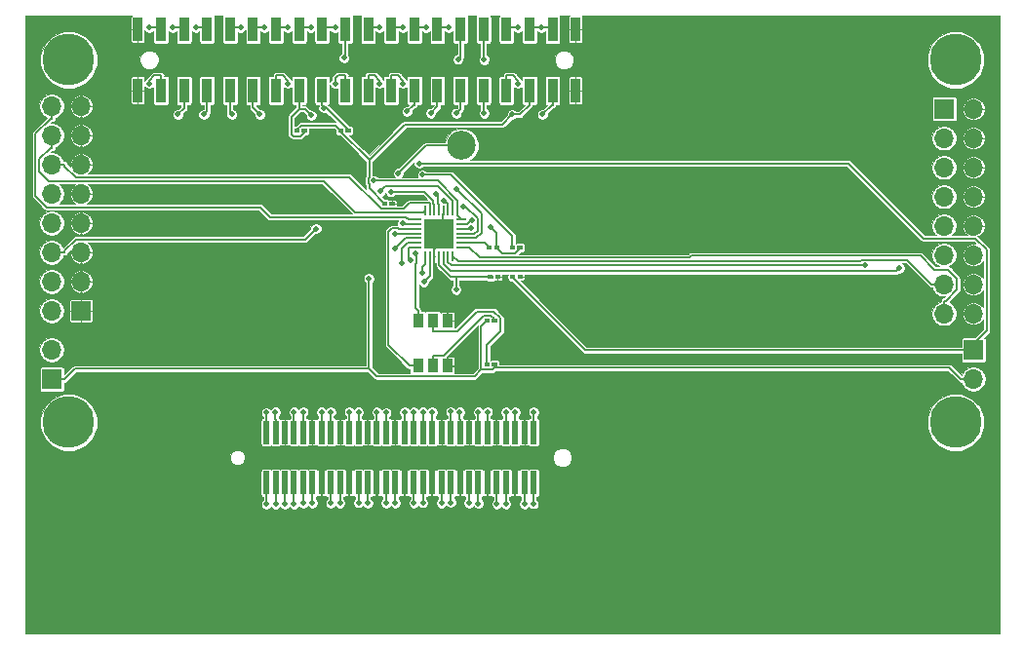
<source format=gbr>
G04 #@! TF.GenerationSoftware,KiCad,Pcbnew,5.0.2-5.fc29*
G04 #@! TF.CreationDate,2019-03-04T17:53:56+05:30*
G04 #@! TF.ProjectId,sx1509,73783135-3039-42e6-9b69-6361645f7063,v0.1*
G04 #@! TF.SameCoordinates,Original*
G04 #@! TF.FileFunction,Copper,L1,Top*
G04 #@! TF.FilePolarity,Positive*
%FSLAX46Y46*%
G04 Gerber Fmt 4.6, Leading zero omitted, Abs format (unit mm)*
G04 Created by KiCad (PCBNEW 5.0.2-5.fc29) date Mon 04 Mar 2019 05:53:56 PM IST*
%MOMM*%
%LPD*%
G01*
G04 APERTURE LIST*
G04 #@! TA.AperFunction,ComponentPad*
%ADD10C,4.500000*%
G04 #@! TD*
G04 #@! TA.AperFunction,SMDPad,CuDef*
%ADD11R,0.890000X2.100000*%
G04 #@! TD*
G04 #@! TA.AperFunction,SMDPad,CuDef*
%ADD12R,0.198120X0.848360*%
G04 #@! TD*
G04 #@! TA.AperFunction,SMDPad,CuDef*
%ADD13R,0.848360X0.198120*%
G04 #@! TD*
G04 #@! TA.AperFunction,SMDPad,CuDef*
%ADD14R,2.649220X2.649220*%
G04 #@! TD*
G04 #@! TA.AperFunction,ComponentPad*
%ADD15R,1.700000X1.700000*%
G04 #@! TD*
G04 #@! TA.AperFunction,ComponentPad*
%ADD16O,1.700000X1.700000*%
G04 #@! TD*
G04 #@! TA.AperFunction,Conductor*
%ADD17C,0.100000*%
G04 #@! TD*
G04 #@! TA.AperFunction,SMDPad,CuDef*
%ADD18C,0.400000*%
G04 #@! TD*
G04 #@! TA.AperFunction,BGAPad,CuDef*
%ADD19C,2.500000*%
G04 #@! TD*
G04 #@! TA.AperFunction,SMDPad,CuDef*
%ADD20R,0.500000X2.000000*%
G04 #@! TD*
G04 #@! TA.AperFunction,SMDPad,CuDef*
%ADD21R,0.970000X1.270000*%
G04 #@! TD*
G04 #@! TA.AperFunction,ViaPad*
%ADD22C,0.500000*%
G04 #@! TD*
G04 #@! TA.AperFunction,Conductor*
%ADD23C,0.150000*%
G04 #@! TD*
G04 APERTURE END LIST*
D10*
G04 #@! TO.P,REF\002A\002A,1*
G04 #@! TO.N,N/C*
X104000000Y-135500000D03*
X181000000Y-135500000D03*
X104000000Y-104000000D03*
X181000000Y-104000000D03*
G04 #@! TD*
D11*
G04 #@! TO.P,P2,40*
G04 #@! TO.N,GND*
X148000000Y-101350000D03*
G04 #@! TO.P,P2,38*
G04 #@! TO.N,SYS_DCIN*
X146000000Y-101350000D03*
G04 #@! TO.P,P2,36*
X144000000Y-101350000D03*
G04 #@! TO.P,P2,34*
G04 #@! TO.N,GPIO_L*
X142000000Y-101350000D03*
G04 #@! TO.P,P2,32*
G04 #@! TO.N,GPIO_J*
X140000000Y-101350000D03*
G04 #@! TO.P,P2,30*
G04 #@! TO.N,GPIO_H*
X138000000Y-101350000D03*
G04 #@! TO.P,P2,28*
G04 #@! TO.N,GPIO_F*
X136000000Y-101350000D03*
G04 #@! TO.P,P2,26*
G04 #@! TO.N,GPIO_D*
X134000000Y-101350000D03*
G04 #@! TO.P,P2,24*
G04 #@! TO.N,GPIO_B*
X132000000Y-101350000D03*
G04 #@! TO.P,P2,22*
G04 #@! TO.N,PCM_DI*
X130000000Y-101350000D03*
G04 #@! TO.P,P2,20*
G04 #@! TO.N,PCM_DO*
X128000000Y-101350000D03*
G04 #@! TO.P,P2,18*
G04 #@! TO.N,PCM_CLK*
X126000000Y-101350000D03*
G04 #@! TO.P,P2,16*
G04 #@! TO.N,PCM_FS*
X124000000Y-101350000D03*
G04 #@! TO.P,P2,14*
G04 #@! TO.N,SPIO_DOUT*
X122000000Y-101350000D03*
G04 #@! TO.P,P2,12*
G04 #@! TO.N,SPIO_CS*
X120000000Y-101350000D03*
G04 #@! TO.P,P2,10*
G04 #@! TO.N,SPIO_DIN*
X118000000Y-101350000D03*
G04 #@! TO.P,P2,8*
G04 #@! TO.N,SPIO_SCL*
X116000000Y-101350000D03*
G04 #@! TO.P,P2,6*
G04 #@! TO.N,RST_BTN_N*
X114000000Y-101350000D03*
G04 #@! TO.P,P2,39*
G04 #@! TO.N,GND*
X148000000Y-106650000D03*
G04 #@! TO.P,P2,37*
G04 #@! TO.N,+5V*
X146000000Y-106650000D03*
G04 #@! TO.P,P2,35*
G04 #@! TO.N,+1V8*
X144000000Y-106650000D03*
G04 #@! TO.P,P2,33*
G04 #@! TO.N,GPIO_K*
X142000000Y-106650000D03*
G04 #@! TO.P,P2,31*
G04 #@! TO.N,GPIO_I*
X140000000Y-106650000D03*
G04 #@! TO.P,P2,29*
G04 #@! TO.N,GPIO_G*
X138000000Y-106650000D03*
G04 #@! TO.P,P2,27*
G04 #@! TO.N,GPIO_E*
X136000000Y-106650000D03*
G04 #@! TO.P,P2,25*
G04 #@! TO.N,GPIO_C*
X134000000Y-106650000D03*
G04 #@! TO.P,P2,23*
G04 #@! TO.N,GPIO_A*
X132000000Y-106650000D03*
G04 #@! TO.P,P2,21*
G04 #@! TO.N,I2C1_SDA*
X130000000Y-106650000D03*
G04 #@! TO.P,P2,19*
G04 #@! TO.N,I2C1_SCL*
X128000000Y-106650000D03*
G04 #@! TO.P,P2,17*
G04 #@! TO.N,I2C0_SDA*
X126000000Y-106650000D03*
G04 #@! TO.P,P2,15*
G04 #@! TO.N,I2C0_SCL*
X124000000Y-106650000D03*
G04 #@! TO.P,P2,13*
G04 #@! TO.N,UART1_RX*
X122000000Y-106650000D03*
G04 #@! TO.P,P2,11*
G04 #@! TO.N,UART1_TX*
X120000000Y-106650000D03*
G04 #@! TO.P,P2,9*
G04 #@! TO.N,UART0_RTS*
X118000000Y-106650000D03*
G04 #@! TO.P,P2,7*
G04 #@! TO.N,UART0_RX*
X116000000Y-106650000D03*
G04 #@! TO.P,P2,1*
G04 #@! TO.N,GND*
X110000000Y-106650000D03*
G04 #@! TO.P,P2,2*
X110000000Y-101350000D03*
G04 #@! TO.P,P2,4*
G04 #@! TO.N,PWR_BTN_N*
X112000000Y-101350000D03*
G04 #@! TO.P,P2,3*
G04 #@! TO.N,UART0_CTS*
X112000000Y-106650000D03*
G04 #@! TO.P,P2,5*
G04 #@! TO.N,UART0_TX*
X114000000Y-106650000D03*
G04 #@! TD*
D12*
G04 #@! TO.P,U1,1*
G04 #@! TO.N,IO_2*
X137336880Y-117118420D03*
G04 #@! TO.P,U1,2*
G04 #@! TO.N,IO_3*
X136935560Y-117118420D03*
G04 #@! TO.P,U1,3*
G04 #@! TO.N,GND*
X136536780Y-117118420D03*
G04 #@! TO.P,U1,4*
G04 #@! TO.N,VCC1*
X136138000Y-117118420D03*
G04 #@! TO.P,U1,5*
G04 #@! TO.N,IO_4*
X135739220Y-117118420D03*
G04 #@! TO.P,U1,6*
G04 #@! TO.N,IO_5*
X135340440Y-117118420D03*
G04 #@! TO.P,U1,7*
G04 #@! TO.N,IO_6*
X134939120Y-117118420D03*
D13*
G04 #@! TO.P,U1,8*
G04 #@! TO.N,IO_7*
X134164420Y-117893120D03*
G04 #@! TO.P,U1,9*
G04 #@! TO.N,Net-(R1-Pad1)*
X134164420Y-118294440D03*
G04 #@! TO.P,U1,10*
G04 #@! TO.N,ADDR1*
X134164420Y-118693220D03*
G04 #@! TO.P,U1,11*
G04 #@! TO.N,Net-(EXT_CLK1-Pad1)*
X134164420Y-119092000D03*
G04 #@! TO.P,U1,12*
G04 #@! TO.N,+1V8*
X134164420Y-119490780D03*
G04 #@! TO.P,U1,13*
G04 #@! TO.N,IO_8*
X134164420Y-119889560D03*
G04 #@! TO.P,U1,14*
G04 #@! TO.N,IO_9*
X134164420Y-120290880D03*
D12*
G04 #@! TO.P,U1,15*
G04 #@! TO.N,IO_10*
X134939120Y-121065580D03*
G04 #@! TO.P,U1,16*
G04 #@! TO.N,IO_11*
X135340440Y-121065580D03*
G04 #@! TO.P,U1,17*
G04 #@! TO.N,GND*
X135739220Y-121065580D03*
G04 #@! TO.P,U1,18*
G04 #@! TO.N,VCC2*
X136138000Y-121065580D03*
G04 #@! TO.P,U1,19*
G04 #@! TO.N,IO_12*
X136536780Y-121065580D03*
G04 #@! TO.P,U1,20*
G04 #@! TO.N,IO_13*
X136935560Y-121065580D03*
G04 #@! TO.P,U1,21*
G04 #@! TO.N,IO_14*
X137336880Y-121065580D03*
D13*
G04 #@! TO.P,U1,22*
G04 #@! TO.N,IO_15*
X138111580Y-120290880D03*
G04 #@! TO.P,U1,23*
G04 #@! TO.N,Net-(R2-Pad1)*
X138111580Y-119889560D03*
G04 #@! TO.P,U1,24*
G04 #@! TO.N,I2C0_SDA*
X138111580Y-119490780D03*
G04 #@! TO.P,U1,25*
G04 #@! TO.N,I2C0_SCL*
X138111580Y-119092000D03*
G04 #@! TO.P,U1,26*
G04 #@! TO.N,ADDR0*
X138111580Y-118693220D03*
G04 #@! TO.P,U1,27*
G04 #@! TO.N,IO_0*
X138111580Y-118294440D03*
G04 #@! TO.P,U1,28*
G04 #@! TO.N,IO_1*
X138111580Y-117893120D03*
D14*
G04 #@! TO.P,U1,29*
G04 #@! TO.N,GND*
X136138000Y-119092000D03*
G04 #@! TD*
D15*
G04 #@! TO.P,J3,1*
G04 #@! TO.N,VCC1*
X182550000Y-129210000D03*
D16*
G04 #@! TO.P,J3,2*
G04 #@! TO.N,+1V8*
X182550000Y-131750000D03*
G04 #@! TD*
G04 #@! TO.P,J4,2*
G04 #@! TO.N,VCC2*
X102540000Y-129210000D03*
D15*
G04 #@! TO.P,J4,1*
G04 #@! TO.N,+1V8*
X102540000Y-131750000D03*
G04 #@! TD*
D17*
G04 #@! TO.N,+1V8*
G04 #@! TO.C,C1*
G36*
X131569802Y-116310482D02*
X131579509Y-116311921D01*
X131589028Y-116314306D01*
X131598268Y-116317612D01*
X131607140Y-116321808D01*
X131615557Y-116326853D01*
X131623439Y-116332699D01*
X131630711Y-116339289D01*
X131637301Y-116346561D01*
X131643147Y-116354443D01*
X131648192Y-116362860D01*
X131652388Y-116371732D01*
X131655694Y-116380972D01*
X131658079Y-116390491D01*
X131659518Y-116400198D01*
X131660000Y-116410000D01*
X131660000Y-116610000D01*
X131659518Y-116619802D01*
X131658079Y-116629509D01*
X131655694Y-116639028D01*
X131652388Y-116648268D01*
X131648192Y-116657140D01*
X131643147Y-116665557D01*
X131637301Y-116673439D01*
X131630711Y-116680711D01*
X131623439Y-116687301D01*
X131615557Y-116693147D01*
X131607140Y-116698192D01*
X131598268Y-116702388D01*
X131589028Y-116705694D01*
X131579509Y-116708079D01*
X131569802Y-116709518D01*
X131560000Y-116710000D01*
X131300000Y-116710000D01*
X131290198Y-116709518D01*
X131280491Y-116708079D01*
X131270972Y-116705694D01*
X131261732Y-116702388D01*
X131252860Y-116698192D01*
X131244443Y-116693147D01*
X131236561Y-116687301D01*
X131229289Y-116680711D01*
X131222699Y-116673439D01*
X131216853Y-116665557D01*
X131211808Y-116657140D01*
X131207612Y-116648268D01*
X131204306Y-116639028D01*
X131201921Y-116629509D01*
X131200482Y-116619802D01*
X131200000Y-116610000D01*
X131200000Y-116410000D01*
X131200482Y-116400198D01*
X131201921Y-116390491D01*
X131204306Y-116380972D01*
X131207612Y-116371732D01*
X131211808Y-116362860D01*
X131216853Y-116354443D01*
X131222699Y-116346561D01*
X131229289Y-116339289D01*
X131236561Y-116332699D01*
X131244443Y-116326853D01*
X131252860Y-116321808D01*
X131261732Y-116317612D01*
X131270972Y-116314306D01*
X131280491Y-116311921D01*
X131290198Y-116310482D01*
X131300000Y-116310000D01*
X131560000Y-116310000D01*
X131569802Y-116310482D01*
X131569802Y-116310482D01*
G37*
D18*
G04 #@! TD*
G04 #@! TO.P,C1,1*
G04 #@! TO.N,+1V8*
X131430000Y-116510000D03*
D17*
G04 #@! TO.N,GND*
G04 #@! TO.C,C1*
G36*
X132209802Y-116310482D02*
X132219509Y-116311921D01*
X132229028Y-116314306D01*
X132238268Y-116317612D01*
X132247140Y-116321808D01*
X132255557Y-116326853D01*
X132263439Y-116332699D01*
X132270711Y-116339289D01*
X132277301Y-116346561D01*
X132283147Y-116354443D01*
X132288192Y-116362860D01*
X132292388Y-116371732D01*
X132295694Y-116380972D01*
X132298079Y-116390491D01*
X132299518Y-116400198D01*
X132300000Y-116410000D01*
X132300000Y-116610000D01*
X132299518Y-116619802D01*
X132298079Y-116629509D01*
X132295694Y-116639028D01*
X132292388Y-116648268D01*
X132288192Y-116657140D01*
X132283147Y-116665557D01*
X132277301Y-116673439D01*
X132270711Y-116680711D01*
X132263439Y-116687301D01*
X132255557Y-116693147D01*
X132247140Y-116698192D01*
X132238268Y-116702388D01*
X132229028Y-116705694D01*
X132219509Y-116708079D01*
X132209802Y-116709518D01*
X132200000Y-116710000D01*
X131940000Y-116710000D01*
X131930198Y-116709518D01*
X131920491Y-116708079D01*
X131910972Y-116705694D01*
X131901732Y-116702388D01*
X131892860Y-116698192D01*
X131884443Y-116693147D01*
X131876561Y-116687301D01*
X131869289Y-116680711D01*
X131862699Y-116673439D01*
X131856853Y-116665557D01*
X131851808Y-116657140D01*
X131847612Y-116648268D01*
X131844306Y-116639028D01*
X131841921Y-116629509D01*
X131840482Y-116619802D01*
X131840000Y-116610000D01*
X131840000Y-116410000D01*
X131840482Y-116400198D01*
X131841921Y-116390491D01*
X131844306Y-116380972D01*
X131847612Y-116371732D01*
X131851808Y-116362860D01*
X131856853Y-116354443D01*
X131862699Y-116346561D01*
X131869289Y-116339289D01*
X131876561Y-116332699D01*
X131884443Y-116326853D01*
X131892860Y-116321808D01*
X131901732Y-116317612D01*
X131910972Y-116314306D01*
X131920491Y-116311921D01*
X131930198Y-116310482D01*
X131940000Y-116310000D01*
X132200000Y-116310000D01*
X132209802Y-116310482D01*
X132209802Y-116310482D01*
G37*
D18*
G04 #@! TD*
G04 #@! TO.P,C1,2*
G04 #@! TO.N,GND*
X132070000Y-116510000D03*
D17*
G04 #@! TO.N,GND*
G04 #@! TO.C,C2*
G36*
X143319802Y-122660482D02*
X143329509Y-122661921D01*
X143339028Y-122664306D01*
X143348268Y-122667612D01*
X143357140Y-122671808D01*
X143365557Y-122676853D01*
X143373439Y-122682699D01*
X143380711Y-122689289D01*
X143387301Y-122696561D01*
X143393147Y-122704443D01*
X143398192Y-122712860D01*
X143402388Y-122721732D01*
X143405694Y-122730972D01*
X143408079Y-122740491D01*
X143409518Y-122750198D01*
X143410000Y-122760000D01*
X143410000Y-122960000D01*
X143409518Y-122969802D01*
X143408079Y-122979509D01*
X143405694Y-122989028D01*
X143402388Y-122998268D01*
X143398192Y-123007140D01*
X143393147Y-123015557D01*
X143387301Y-123023439D01*
X143380711Y-123030711D01*
X143373439Y-123037301D01*
X143365557Y-123043147D01*
X143357140Y-123048192D01*
X143348268Y-123052388D01*
X143339028Y-123055694D01*
X143329509Y-123058079D01*
X143319802Y-123059518D01*
X143310000Y-123060000D01*
X143050000Y-123060000D01*
X143040198Y-123059518D01*
X143030491Y-123058079D01*
X143020972Y-123055694D01*
X143011732Y-123052388D01*
X143002860Y-123048192D01*
X142994443Y-123043147D01*
X142986561Y-123037301D01*
X142979289Y-123030711D01*
X142972699Y-123023439D01*
X142966853Y-123015557D01*
X142961808Y-123007140D01*
X142957612Y-122998268D01*
X142954306Y-122989028D01*
X142951921Y-122979509D01*
X142950482Y-122969802D01*
X142950000Y-122960000D01*
X142950000Y-122760000D01*
X142950482Y-122750198D01*
X142951921Y-122740491D01*
X142954306Y-122730972D01*
X142957612Y-122721732D01*
X142961808Y-122712860D01*
X142966853Y-122704443D01*
X142972699Y-122696561D01*
X142979289Y-122689289D01*
X142986561Y-122682699D01*
X142994443Y-122676853D01*
X143002860Y-122671808D01*
X143011732Y-122667612D01*
X143020972Y-122664306D01*
X143030491Y-122661921D01*
X143040198Y-122660482D01*
X143050000Y-122660000D01*
X143310000Y-122660000D01*
X143319802Y-122660482D01*
X143319802Y-122660482D01*
G37*
D18*
G04 #@! TD*
G04 #@! TO.P,C2,2*
G04 #@! TO.N,GND*
X143180000Y-122860000D03*
D17*
G04 #@! TO.N,VCC1*
G04 #@! TO.C,C2*
G36*
X142679802Y-122660482D02*
X142689509Y-122661921D01*
X142699028Y-122664306D01*
X142708268Y-122667612D01*
X142717140Y-122671808D01*
X142725557Y-122676853D01*
X142733439Y-122682699D01*
X142740711Y-122689289D01*
X142747301Y-122696561D01*
X142753147Y-122704443D01*
X142758192Y-122712860D01*
X142762388Y-122721732D01*
X142765694Y-122730972D01*
X142768079Y-122740491D01*
X142769518Y-122750198D01*
X142770000Y-122760000D01*
X142770000Y-122960000D01*
X142769518Y-122969802D01*
X142768079Y-122979509D01*
X142765694Y-122989028D01*
X142762388Y-122998268D01*
X142758192Y-123007140D01*
X142753147Y-123015557D01*
X142747301Y-123023439D01*
X142740711Y-123030711D01*
X142733439Y-123037301D01*
X142725557Y-123043147D01*
X142717140Y-123048192D01*
X142708268Y-123052388D01*
X142699028Y-123055694D01*
X142689509Y-123058079D01*
X142679802Y-123059518D01*
X142670000Y-123060000D01*
X142410000Y-123060000D01*
X142400198Y-123059518D01*
X142390491Y-123058079D01*
X142380972Y-123055694D01*
X142371732Y-123052388D01*
X142362860Y-123048192D01*
X142354443Y-123043147D01*
X142346561Y-123037301D01*
X142339289Y-123030711D01*
X142332699Y-123023439D01*
X142326853Y-123015557D01*
X142321808Y-123007140D01*
X142317612Y-122998268D01*
X142314306Y-122989028D01*
X142311921Y-122979509D01*
X142310482Y-122969802D01*
X142310000Y-122960000D01*
X142310000Y-122760000D01*
X142310482Y-122750198D01*
X142311921Y-122740491D01*
X142314306Y-122730972D01*
X142317612Y-122721732D01*
X142321808Y-122712860D01*
X142326853Y-122704443D01*
X142332699Y-122696561D01*
X142339289Y-122689289D01*
X142346561Y-122682699D01*
X142354443Y-122676853D01*
X142362860Y-122671808D01*
X142371732Y-122667612D01*
X142380972Y-122664306D01*
X142390491Y-122661921D01*
X142400198Y-122660482D01*
X142410000Y-122660000D01*
X142670000Y-122660000D01*
X142679802Y-122660482D01*
X142679802Y-122660482D01*
G37*
D18*
G04 #@! TD*
G04 #@! TO.P,C2,1*
G04 #@! TO.N,VCC1*
X142540000Y-122860000D03*
D17*
G04 #@! TO.N,VCC2*
G04 #@! TO.C,C3*
G36*
X140744802Y-122660482D02*
X140754509Y-122661921D01*
X140764028Y-122664306D01*
X140773268Y-122667612D01*
X140782140Y-122671808D01*
X140790557Y-122676853D01*
X140798439Y-122682699D01*
X140805711Y-122689289D01*
X140812301Y-122696561D01*
X140818147Y-122704443D01*
X140823192Y-122712860D01*
X140827388Y-122721732D01*
X140830694Y-122730972D01*
X140833079Y-122740491D01*
X140834518Y-122750198D01*
X140835000Y-122760000D01*
X140835000Y-122960000D01*
X140834518Y-122969802D01*
X140833079Y-122979509D01*
X140830694Y-122989028D01*
X140827388Y-122998268D01*
X140823192Y-123007140D01*
X140818147Y-123015557D01*
X140812301Y-123023439D01*
X140805711Y-123030711D01*
X140798439Y-123037301D01*
X140790557Y-123043147D01*
X140782140Y-123048192D01*
X140773268Y-123052388D01*
X140764028Y-123055694D01*
X140754509Y-123058079D01*
X140744802Y-123059518D01*
X140735000Y-123060000D01*
X140475000Y-123060000D01*
X140465198Y-123059518D01*
X140455491Y-123058079D01*
X140445972Y-123055694D01*
X140436732Y-123052388D01*
X140427860Y-123048192D01*
X140419443Y-123043147D01*
X140411561Y-123037301D01*
X140404289Y-123030711D01*
X140397699Y-123023439D01*
X140391853Y-123015557D01*
X140386808Y-123007140D01*
X140382612Y-122998268D01*
X140379306Y-122989028D01*
X140376921Y-122979509D01*
X140375482Y-122969802D01*
X140375000Y-122960000D01*
X140375000Y-122760000D01*
X140375482Y-122750198D01*
X140376921Y-122740491D01*
X140379306Y-122730972D01*
X140382612Y-122721732D01*
X140386808Y-122712860D01*
X140391853Y-122704443D01*
X140397699Y-122696561D01*
X140404289Y-122689289D01*
X140411561Y-122682699D01*
X140419443Y-122676853D01*
X140427860Y-122671808D01*
X140436732Y-122667612D01*
X140445972Y-122664306D01*
X140455491Y-122661921D01*
X140465198Y-122660482D01*
X140475000Y-122660000D01*
X140735000Y-122660000D01*
X140744802Y-122660482D01*
X140744802Y-122660482D01*
G37*
D18*
G04 #@! TD*
G04 #@! TO.P,C3,1*
G04 #@! TO.N,VCC2*
X140605000Y-122860000D03*
D17*
G04 #@! TO.N,GND*
G04 #@! TO.C,C3*
G36*
X141384802Y-122660482D02*
X141394509Y-122661921D01*
X141404028Y-122664306D01*
X141413268Y-122667612D01*
X141422140Y-122671808D01*
X141430557Y-122676853D01*
X141438439Y-122682699D01*
X141445711Y-122689289D01*
X141452301Y-122696561D01*
X141458147Y-122704443D01*
X141463192Y-122712860D01*
X141467388Y-122721732D01*
X141470694Y-122730972D01*
X141473079Y-122740491D01*
X141474518Y-122750198D01*
X141475000Y-122760000D01*
X141475000Y-122960000D01*
X141474518Y-122969802D01*
X141473079Y-122979509D01*
X141470694Y-122989028D01*
X141467388Y-122998268D01*
X141463192Y-123007140D01*
X141458147Y-123015557D01*
X141452301Y-123023439D01*
X141445711Y-123030711D01*
X141438439Y-123037301D01*
X141430557Y-123043147D01*
X141422140Y-123048192D01*
X141413268Y-123052388D01*
X141404028Y-123055694D01*
X141394509Y-123058079D01*
X141384802Y-123059518D01*
X141375000Y-123060000D01*
X141115000Y-123060000D01*
X141105198Y-123059518D01*
X141095491Y-123058079D01*
X141085972Y-123055694D01*
X141076732Y-123052388D01*
X141067860Y-123048192D01*
X141059443Y-123043147D01*
X141051561Y-123037301D01*
X141044289Y-123030711D01*
X141037699Y-123023439D01*
X141031853Y-123015557D01*
X141026808Y-123007140D01*
X141022612Y-122998268D01*
X141019306Y-122989028D01*
X141016921Y-122979509D01*
X141015482Y-122969802D01*
X141015000Y-122960000D01*
X141015000Y-122760000D01*
X141015482Y-122750198D01*
X141016921Y-122740491D01*
X141019306Y-122730972D01*
X141022612Y-122721732D01*
X141026808Y-122712860D01*
X141031853Y-122704443D01*
X141037699Y-122696561D01*
X141044289Y-122689289D01*
X141051561Y-122682699D01*
X141059443Y-122676853D01*
X141067860Y-122671808D01*
X141076732Y-122667612D01*
X141085972Y-122664306D01*
X141095491Y-122661921D01*
X141105198Y-122660482D01*
X141115000Y-122660000D01*
X141375000Y-122660000D01*
X141384802Y-122660482D01*
X141384802Y-122660482D01*
G37*
D18*
G04 #@! TD*
G04 #@! TO.P,C3,2*
G04 #@! TO.N,GND*
X141245000Y-122860000D03*
D17*
G04 #@! TO.N,Net-(R1-Pad1)*
G04 #@! TO.C,R1*
G36*
X142654802Y-120120482D02*
X142664509Y-120121921D01*
X142674028Y-120124306D01*
X142683268Y-120127612D01*
X142692140Y-120131808D01*
X142700557Y-120136853D01*
X142708439Y-120142699D01*
X142715711Y-120149289D01*
X142722301Y-120156561D01*
X142728147Y-120164443D01*
X142733192Y-120172860D01*
X142737388Y-120181732D01*
X142740694Y-120190972D01*
X142743079Y-120200491D01*
X142744518Y-120210198D01*
X142745000Y-120220000D01*
X142745000Y-120420000D01*
X142744518Y-120429802D01*
X142743079Y-120439509D01*
X142740694Y-120449028D01*
X142737388Y-120458268D01*
X142733192Y-120467140D01*
X142728147Y-120475557D01*
X142722301Y-120483439D01*
X142715711Y-120490711D01*
X142708439Y-120497301D01*
X142700557Y-120503147D01*
X142692140Y-120508192D01*
X142683268Y-120512388D01*
X142674028Y-120515694D01*
X142664509Y-120518079D01*
X142654802Y-120519518D01*
X142645000Y-120520000D01*
X142385000Y-120520000D01*
X142375198Y-120519518D01*
X142365491Y-120518079D01*
X142355972Y-120515694D01*
X142346732Y-120512388D01*
X142337860Y-120508192D01*
X142329443Y-120503147D01*
X142321561Y-120497301D01*
X142314289Y-120490711D01*
X142307699Y-120483439D01*
X142301853Y-120475557D01*
X142296808Y-120467140D01*
X142292612Y-120458268D01*
X142289306Y-120449028D01*
X142286921Y-120439509D01*
X142285482Y-120429802D01*
X142285000Y-120420000D01*
X142285000Y-120220000D01*
X142285482Y-120210198D01*
X142286921Y-120200491D01*
X142289306Y-120190972D01*
X142292612Y-120181732D01*
X142296808Y-120172860D01*
X142301853Y-120164443D01*
X142307699Y-120156561D01*
X142314289Y-120149289D01*
X142321561Y-120142699D01*
X142329443Y-120136853D01*
X142337860Y-120131808D01*
X142346732Y-120127612D01*
X142355972Y-120124306D01*
X142365491Y-120121921D01*
X142375198Y-120120482D01*
X142385000Y-120120000D01*
X142645000Y-120120000D01*
X142654802Y-120120482D01*
X142654802Y-120120482D01*
G37*
D18*
G04 #@! TD*
G04 #@! TO.P,R1,1*
G04 #@! TO.N,Net-(R1-Pad1)*
X142515000Y-120320000D03*
D17*
G04 #@! TO.N,+1V8*
G04 #@! TO.C,R1*
G36*
X143294802Y-120120482D02*
X143304509Y-120121921D01*
X143314028Y-120124306D01*
X143323268Y-120127612D01*
X143332140Y-120131808D01*
X143340557Y-120136853D01*
X143348439Y-120142699D01*
X143355711Y-120149289D01*
X143362301Y-120156561D01*
X143368147Y-120164443D01*
X143373192Y-120172860D01*
X143377388Y-120181732D01*
X143380694Y-120190972D01*
X143383079Y-120200491D01*
X143384518Y-120210198D01*
X143385000Y-120220000D01*
X143385000Y-120420000D01*
X143384518Y-120429802D01*
X143383079Y-120439509D01*
X143380694Y-120449028D01*
X143377388Y-120458268D01*
X143373192Y-120467140D01*
X143368147Y-120475557D01*
X143362301Y-120483439D01*
X143355711Y-120490711D01*
X143348439Y-120497301D01*
X143340557Y-120503147D01*
X143332140Y-120508192D01*
X143323268Y-120512388D01*
X143314028Y-120515694D01*
X143304509Y-120518079D01*
X143294802Y-120519518D01*
X143285000Y-120520000D01*
X143025000Y-120520000D01*
X143015198Y-120519518D01*
X143005491Y-120518079D01*
X142995972Y-120515694D01*
X142986732Y-120512388D01*
X142977860Y-120508192D01*
X142969443Y-120503147D01*
X142961561Y-120497301D01*
X142954289Y-120490711D01*
X142947699Y-120483439D01*
X142941853Y-120475557D01*
X142936808Y-120467140D01*
X142932612Y-120458268D01*
X142929306Y-120449028D01*
X142926921Y-120439509D01*
X142925482Y-120429802D01*
X142925000Y-120420000D01*
X142925000Y-120220000D01*
X142925482Y-120210198D01*
X142926921Y-120200491D01*
X142929306Y-120190972D01*
X142932612Y-120181732D01*
X142936808Y-120172860D01*
X142941853Y-120164443D01*
X142947699Y-120156561D01*
X142954289Y-120149289D01*
X142961561Y-120142699D01*
X142969443Y-120136853D01*
X142977860Y-120131808D01*
X142986732Y-120127612D01*
X142995972Y-120124306D01*
X143005491Y-120121921D01*
X143015198Y-120120482D01*
X143025000Y-120120000D01*
X143285000Y-120120000D01*
X143294802Y-120120482D01*
X143294802Y-120120482D01*
G37*
D18*
G04 #@! TD*
G04 #@! TO.P,R1,2*
G04 #@! TO.N,+1V8*
X143155000Y-120320000D03*
D17*
G04 #@! TO.N,+1V8*
G04 #@! TO.C,R2*
G36*
X141294802Y-120120482D02*
X141304509Y-120121921D01*
X141314028Y-120124306D01*
X141323268Y-120127612D01*
X141332140Y-120131808D01*
X141340557Y-120136853D01*
X141348439Y-120142699D01*
X141355711Y-120149289D01*
X141362301Y-120156561D01*
X141368147Y-120164443D01*
X141373192Y-120172860D01*
X141377388Y-120181732D01*
X141380694Y-120190972D01*
X141383079Y-120200491D01*
X141384518Y-120210198D01*
X141385000Y-120220000D01*
X141385000Y-120420000D01*
X141384518Y-120429802D01*
X141383079Y-120439509D01*
X141380694Y-120449028D01*
X141377388Y-120458268D01*
X141373192Y-120467140D01*
X141368147Y-120475557D01*
X141362301Y-120483439D01*
X141355711Y-120490711D01*
X141348439Y-120497301D01*
X141340557Y-120503147D01*
X141332140Y-120508192D01*
X141323268Y-120512388D01*
X141314028Y-120515694D01*
X141304509Y-120518079D01*
X141294802Y-120519518D01*
X141285000Y-120520000D01*
X141025000Y-120520000D01*
X141015198Y-120519518D01*
X141005491Y-120518079D01*
X140995972Y-120515694D01*
X140986732Y-120512388D01*
X140977860Y-120508192D01*
X140969443Y-120503147D01*
X140961561Y-120497301D01*
X140954289Y-120490711D01*
X140947699Y-120483439D01*
X140941853Y-120475557D01*
X140936808Y-120467140D01*
X140932612Y-120458268D01*
X140929306Y-120449028D01*
X140926921Y-120439509D01*
X140925482Y-120429802D01*
X140925000Y-120420000D01*
X140925000Y-120220000D01*
X140925482Y-120210198D01*
X140926921Y-120200491D01*
X140929306Y-120190972D01*
X140932612Y-120181732D01*
X140936808Y-120172860D01*
X140941853Y-120164443D01*
X140947699Y-120156561D01*
X140954289Y-120149289D01*
X140961561Y-120142699D01*
X140969443Y-120136853D01*
X140977860Y-120131808D01*
X140986732Y-120127612D01*
X140995972Y-120124306D01*
X141005491Y-120121921D01*
X141015198Y-120120482D01*
X141025000Y-120120000D01*
X141285000Y-120120000D01*
X141294802Y-120120482D01*
X141294802Y-120120482D01*
G37*
D18*
G04 #@! TD*
G04 #@! TO.P,R2,2*
G04 #@! TO.N,+1V8*
X141155000Y-120320000D03*
D17*
G04 #@! TO.N,Net-(R2-Pad1)*
G04 #@! TO.C,R2*
G36*
X140654802Y-120120482D02*
X140664509Y-120121921D01*
X140674028Y-120124306D01*
X140683268Y-120127612D01*
X140692140Y-120131808D01*
X140700557Y-120136853D01*
X140708439Y-120142699D01*
X140715711Y-120149289D01*
X140722301Y-120156561D01*
X140728147Y-120164443D01*
X140733192Y-120172860D01*
X140737388Y-120181732D01*
X140740694Y-120190972D01*
X140743079Y-120200491D01*
X140744518Y-120210198D01*
X140745000Y-120220000D01*
X140745000Y-120420000D01*
X140744518Y-120429802D01*
X140743079Y-120439509D01*
X140740694Y-120449028D01*
X140737388Y-120458268D01*
X140733192Y-120467140D01*
X140728147Y-120475557D01*
X140722301Y-120483439D01*
X140715711Y-120490711D01*
X140708439Y-120497301D01*
X140700557Y-120503147D01*
X140692140Y-120508192D01*
X140683268Y-120512388D01*
X140674028Y-120515694D01*
X140664509Y-120518079D01*
X140654802Y-120519518D01*
X140645000Y-120520000D01*
X140385000Y-120520000D01*
X140375198Y-120519518D01*
X140365491Y-120518079D01*
X140355972Y-120515694D01*
X140346732Y-120512388D01*
X140337860Y-120508192D01*
X140329443Y-120503147D01*
X140321561Y-120497301D01*
X140314289Y-120490711D01*
X140307699Y-120483439D01*
X140301853Y-120475557D01*
X140296808Y-120467140D01*
X140292612Y-120458268D01*
X140289306Y-120449028D01*
X140286921Y-120439509D01*
X140285482Y-120429802D01*
X140285000Y-120420000D01*
X140285000Y-120220000D01*
X140285482Y-120210198D01*
X140286921Y-120200491D01*
X140289306Y-120190972D01*
X140292612Y-120181732D01*
X140296808Y-120172860D01*
X140301853Y-120164443D01*
X140307699Y-120156561D01*
X140314289Y-120149289D01*
X140321561Y-120142699D01*
X140329443Y-120136853D01*
X140337860Y-120131808D01*
X140346732Y-120127612D01*
X140355972Y-120124306D01*
X140365491Y-120121921D01*
X140375198Y-120120482D01*
X140385000Y-120120000D01*
X140645000Y-120120000D01*
X140654802Y-120120482D01*
X140654802Y-120120482D01*
G37*
D18*
G04 #@! TD*
G04 #@! TO.P,R2,1*
G04 #@! TO.N,Net-(R2-Pad1)*
X140515000Y-120320000D03*
D17*
G04 #@! TO.N,+1V8*
G04 #@! TO.C,R3*
G36*
X141099802Y-130280482D02*
X141109509Y-130281921D01*
X141119028Y-130284306D01*
X141128268Y-130287612D01*
X141137140Y-130291808D01*
X141145557Y-130296853D01*
X141153439Y-130302699D01*
X141160711Y-130309289D01*
X141167301Y-130316561D01*
X141173147Y-130324443D01*
X141178192Y-130332860D01*
X141182388Y-130341732D01*
X141185694Y-130350972D01*
X141188079Y-130360491D01*
X141189518Y-130370198D01*
X141190000Y-130380000D01*
X141190000Y-130580000D01*
X141189518Y-130589802D01*
X141188079Y-130599509D01*
X141185694Y-130609028D01*
X141182388Y-130618268D01*
X141178192Y-130627140D01*
X141173147Y-130635557D01*
X141167301Y-130643439D01*
X141160711Y-130650711D01*
X141153439Y-130657301D01*
X141145557Y-130663147D01*
X141137140Y-130668192D01*
X141128268Y-130672388D01*
X141119028Y-130675694D01*
X141109509Y-130678079D01*
X141099802Y-130679518D01*
X141090000Y-130680000D01*
X140830000Y-130680000D01*
X140820198Y-130679518D01*
X140810491Y-130678079D01*
X140800972Y-130675694D01*
X140791732Y-130672388D01*
X140782860Y-130668192D01*
X140774443Y-130663147D01*
X140766561Y-130657301D01*
X140759289Y-130650711D01*
X140752699Y-130643439D01*
X140746853Y-130635557D01*
X140741808Y-130627140D01*
X140737612Y-130618268D01*
X140734306Y-130609028D01*
X140731921Y-130599509D01*
X140730482Y-130589802D01*
X140730000Y-130580000D01*
X140730000Y-130380000D01*
X140730482Y-130370198D01*
X140731921Y-130360491D01*
X140734306Y-130350972D01*
X140737612Y-130341732D01*
X140741808Y-130332860D01*
X140746853Y-130324443D01*
X140752699Y-130316561D01*
X140759289Y-130309289D01*
X140766561Y-130302699D01*
X140774443Y-130296853D01*
X140782860Y-130291808D01*
X140791732Y-130287612D01*
X140800972Y-130284306D01*
X140810491Y-130281921D01*
X140820198Y-130280482D01*
X140830000Y-130280000D01*
X141090000Y-130280000D01*
X141099802Y-130280482D01*
X141099802Y-130280482D01*
G37*
D18*
G04 #@! TD*
G04 #@! TO.P,R3,2*
G04 #@! TO.N,+1V8*
X140960000Y-130480000D03*
D17*
G04 #@! TO.N,Net-(JP1-Pad2)*
G04 #@! TO.C,R3*
G36*
X140459802Y-130280482D02*
X140469509Y-130281921D01*
X140479028Y-130284306D01*
X140488268Y-130287612D01*
X140497140Y-130291808D01*
X140505557Y-130296853D01*
X140513439Y-130302699D01*
X140520711Y-130309289D01*
X140527301Y-130316561D01*
X140533147Y-130324443D01*
X140538192Y-130332860D01*
X140542388Y-130341732D01*
X140545694Y-130350972D01*
X140548079Y-130360491D01*
X140549518Y-130370198D01*
X140550000Y-130380000D01*
X140550000Y-130580000D01*
X140549518Y-130589802D01*
X140548079Y-130599509D01*
X140545694Y-130609028D01*
X140542388Y-130618268D01*
X140538192Y-130627140D01*
X140533147Y-130635557D01*
X140527301Y-130643439D01*
X140520711Y-130650711D01*
X140513439Y-130657301D01*
X140505557Y-130663147D01*
X140497140Y-130668192D01*
X140488268Y-130672388D01*
X140479028Y-130675694D01*
X140469509Y-130678079D01*
X140459802Y-130679518D01*
X140450000Y-130680000D01*
X140190000Y-130680000D01*
X140180198Y-130679518D01*
X140170491Y-130678079D01*
X140160972Y-130675694D01*
X140151732Y-130672388D01*
X140142860Y-130668192D01*
X140134443Y-130663147D01*
X140126561Y-130657301D01*
X140119289Y-130650711D01*
X140112699Y-130643439D01*
X140106853Y-130635557D01*
X140101808Y-130627140D01*
X140097612Y-130618268D01*
X140094306Y-130609028D01*
X140091921Y-130599509D01*
X140090482Y-130589802D01*
X140090000Y-130580000D01*
X140090000Y-130380000D01*
X140090482Y-130370198D01*
X140091921Y-130360491D01*
X140094306Y-130350972D01*
X140097612Y-130341732D01*
X140101808Y-130332860D01*
X140106853Y-130324443D01*
X140112699Y-130316561D01*
X140119289Y-130309289D01*
X140126561Y-130302699D01*
X140134443Y-130296853D01*
X140142860Y-130291808D01*
X140151732Y-130287612D01*
X140160972Y-130284306D01*
X140170491Y-130281921D01*
X140180198Y-130280482D01*
X140190000Y-130280000D01*
X140450000Y-130280000D01*
X140459802Y-130280482D01*
X140459802Y-130280482D01*
G37*
D18*
G04 #@! TD*
G04 #@! TO.P,R3,1*
G04 #@! TO.N,Net-(JP1-Pad2)*
X140320000Y-130480000D03*
D17*
G04 #@! TO.N,+1V8*
G04 #@! TO.C,R4*
G36*
X140459802Y-126470482D02*
X140469509Y-126471921D01*
X140479028Y-126474306D01*
X140488268Y-126477612D01*
X140497140Y-126481808D01*
X140505557Y-126486853D01*
X140513439Y-126492699D01*
X140520711Y-126499289D01*
X140527301Y-126506561D01*
X140533147Y-126514443D01*
X140538192Y-126522860D01*
X140542388Y-126531732D01*
X140545694Y-126540972D01*
X140548079Y-126550491D01*
X140549518Y-126560198D01*
X140550000Y-126570000D01*
X140550000Y-126770000D01*
X140549518Y-126779802D01*
X140548079Y-126789509D01*
X140545694Y-126799028D01*
X140542388Y-126808268D01*
X140538192Y-126817140D01*
X140533147Y-126825557D01*
X140527301Y-126833439D01*
X140520711Y-126840711D01*
X140513439Y-126847301D01*
X140505557Y-126853147D01*
X140497140Y-126858192D01*
X140488268Y-126862388D01*
X140479028Y-126865694D01*
X140469509Y-126868079D01*
X140459802Y-126869518D01*
X140450000Y-126870000D01*
X140190000Y-126870000D01*
X140180198Y-126869518D01*
X140170491Y-126868079D01*
X140160972Y-126865694D01*
X140151732Y-126862388D01*
X140142860Y-126858192D01*
X140134443Y-126853147D01*
X140126561Y-126847301D01*
X140119289Y-126840711D01*
X140112699Y-126833439D01*
X140106853Y-126825557D01*
X140101808Y-126817140D01*
X140097612Y-126808268D01*
X140094306Y-126799028D01*
X140091921Y-126789509D01*
X140090482Y-126779802D01*
X140090000Y-126770000D01*
X140090000Y-126570000D01*
X140090482Y-126560198D01*
X140091921Y-126550491D01*
X140094306Y-126540972D01*
X140097612Y-126531732D01*
X140101808Y-126522860D01*
X140106853Y-126514443D01*
X140112699Y-126506561D01*
X140119289Y-126499289D01*
X140126561Y-126492699D01*
X140134443Y-126486853D01*
X140142860Y-126481808D01*
X140151732Y-126477612D01*
X140160972Y-126474306D01*
X140170491Y-126471921D01*
X140180198Y-126470482D01*
X140190000Y-126470000D01*
X140450000Y-126470000D01*
X140459802Y-126470482D01*
X140459802Y-126470482D01*
G37*
D18*
G04 #@! TD*
G04 #@! TO.P,R4,1*
G04 #@! TO.N,+1V8*
X140320000Y-126670000D03*
D17*
G04 #@! TO.N,Net-(JP2-Pad2)*
G04 #@! TO.C,R4*
G36*
X141099802Y-126470482D02*
X141109509Y-126471921D01*
X141119028Y-126474306D01*
X141128268Y-126477612D01*
X141137140Y-126481808D01*
X141145557Y-126486853D01*
X141153439Y-126492699D01*
X141160711Y-126499289D01*
X141167301Y-126506561D01*
X141173147Y-126514443D01*
X141178192Y-126522860D01*
X141182388Y-126531732D01*
X141185694Y-126540972D01*
X141188079Y-126550491D01*
X141189518Y-126560198D01*
X141190000Y-126570000D01*
X141190000Y-126770000D01*
X141189518Y-126779802D01*
X141188079Y-126789509D01*
X141185694Y-126799028D01*
X141182388Y-126808268D01*
X141178192Y-126817140D01*
X141173147Y-126825557D01*
X141167301Y-126833439D01*
X141160711Y-126840711D01*
X141153439Y-126847301D01*
X141145557Y-126853147D01*
X141137140Y-126858192D01*
X141128268Y-126862388D01*
X141119028Y-126865694D01*
X141109509Y-126868079D01*
X141099802Y-126869518D01*
X141090000Y-126870000D01*
X140830000Y-126870000D01*
X140820198Y-126869518D01*
X140810491Y-126868079D01*
X140800972Y-126865694D01*
X140791732Y-126862388D01*
X140782860Y-126858192D01*
X140774443Y-126853147D01*
X140766561Y-126847301D01*
X140759289Y-126840711D01*
X140752699Y-126833439D01*
X140746853Y-126825557D01*
X140741808Y-126817140D01*
X140737612Y-126808268D01*
X140734306Y-126799028D01*
X140731921Y-126789509D01*
X140730482Y-126779802D01*
X140730000Y-126770000D01*
X140730000Y-126570000D01*
X140730482Y-126560198D01*
X140731921Y-126550491D01*
X140734306Y-126540972D01*
X140737612Y-126531732D01*
X140741808Y-126522860D01*
X140746853Y-126514443D01*
X140752699Y-126506561D01*
X140759289Y-126499289D01*
X140766561Y-126492699D01*
X140774443Y-126486853D01*
X140782860Y-126481808D01*
X140791732Y-126477612D01*
X140800972Y-126474306D01*
X140810491Y-126471921D01*
X140820198Y-126470482D01*
X140830000Y-126470000D01*
X141090000Y-126470000D01*
X141099802Y-126470482D01*
X141099802Y-126470482D01*
G37*
D18*
G04 #@! TD*
G04 #@! TO.P,R4,2*
G04 #@! TO.N,Net-(JP2-Pad2)*
X140960000Y-126670000D03*
D17*
G04 #@! TO.N,+1V8*
G04 #@! TO.C,R5*
G36*
X127759802Y-109960482D02*
X127769509Y-109961921D01*
X127779028Y-109964306D01*
X127788268Y-109967612D01*
X127797140Y-109971808D01*
X127805557Y-109976853D01*
X127813439Y-109982699D01*
X127820711Y-109989289D01*
X127827301Y-109996561D01*
X127833147Y-110004443D01*
X127838192Y-110012860D01*
X127842388Y-110021732D01*
X127845694Y-110030972D01*
X127848079Y-110040491D01*
X127849518Y-110050198D01*
X127850000Y-110060000D01*
X127850000Y-110260000D01*
X127849518Y-110269802D01*
X127848079Y-110279509D01*
X127845694Y-110289028D01*
X127842388Y-110298268D01*
X127838192Y-110307140D01*
X127833147Y-110315557D01*
X127827301Y-110323439D01*
X127820711Y-110330711D01*
X127813439Y-110337301D01*
X127805557Y-110343147D01*
X127797140Y-110348192D01*
X127788268Y-110352388D01*
X127779028Y-110355694D01*
X127769509Y-110358079D01*
X127759802Y-110359518D01*
X127750000Y-110360000D01*
X127490000Y-110360000D01*
X127480198Y-110359518D01*
X127470491Y-110358079D01*
X127460972Y-110355694D01*
X127451732Y-110352388D01*
X127442860Y-110348192D01*
X127434443Y-110343147D01*
X127426561Y-110337301D01*
X127419289Y-110330711D01*
X127412699Y-110323439D01*
X127406853Y-110315557D01*
X127401808Y-110307140D01*
X127397612Y-110298268D01*
X127394306Y-110289028D01*
X127391921Y-110279509D01*
X127390482Y-110269802D01*
X127390000Y-110260000D01*
X127390000Y-110060000D01*
X127390482Y-110050198D01*
X127391921Y-110040491D01*
X127394306Y-110030972D01*
X127397612Y-110021732D01*
X127401808Y-110012860D01*
X127406853Y-110004443D01*
X127412699Y-109996561D01*
X127419289Y-109989289D01*
X127426561Y-109982699D01*
X127434443Y-109976853D01*
X127442860Y-109971808D01*
X127451732Y-109967612D01*
X127460972Y-109964306D01*
X127470491Y-109961921D01*
X127480198Y-109960482D01*
X127490000Y-109960000D01*
X127750000Y-109960000D01*
X127759802Y-109960482D01*
X127759802Y-109960482D01*
G37*
D18*
G04 #@! TD*
G04 #@! TO.P,R5,1*
G04 #@! TO.N,+1V8*
X127620000Y-110160000D03*
D17*
G04 #@! TO.N,I2C0_SDA*
G04 #@! TO.C,R5*
G36*
X128399802Y-109960482D02*
X128409509Y-109961921D01*
X128419028Y-109964306D01*
X128428268Y-109967612D01*
X128437140Y-109971808D01*
X128445557Y-109976853D01*
X128453439Y-109982699D01*
X128460711Y-109989289D01*
X128467301Y-109996561D01*
X128473147Y-110004443D01*
X128478192Y-110012860D01*
X128482388Y-110021732D01*
X128485694Y-110030972D01*
X128488079Y-110040491D01*
X128489518Y-110050198D01*
X128490000Y-110060000D01*
X128490000Y-110260000D01*
X128489518Y-110269802D01*
X128488079Y-110279509D01*
X128485694Y-110289028D01*
X128482388Y-110298268D01*
X128478192Y-110307140D01*
X128473147Y-110315557D01*
X128467301Y-110323439D01*
X128460711Y-110330711D01*
X128453439Y-110337301D01*
X128445557Y-110343147D01*
X128437140Y-110348192D01*
X128428268Y-110352388D01*
X128419028Y-110355694D01*
X128409509Y-110358079D01*
X128399802Y-110359518D01*
X128390000Y-110360000D01*
X128130000Y-110360000D01*
X128120198Y-110359518D01*
X128110491Y-110358079D01*
X128100972Y-110355694D01*
X128091732Y-110352388D01*
X128082860Y-110348192D01*
X128074443Y-110343147D01*
X128066561Y-110337301D01*
X128059289Y-110330711D01*
X128052699Y-110323439D01*
X128046853Y-110315557D01*
X128041808Y-110307140D01*
X128037612Y-110298268D01*
X128034306Y-110289028D01*
X128031921Y-110279509D01*
X128030482Y-110269802D01*
X128030000Y-110260000D01*
X128030000Y-110060000D01*
X128030482Y-110050198D01*
X128031921Y-110040491D01*
X128034306Y-110030972D01*
X128037612Y-110021732D01*
X128041808Y-110012860D01*
X128046853Y-110004443D01*
X128052699Y-109996561D01*
X128059289Y-109989289D01*
X128066561Y-109982699D01*
X128074443Y-109976853D01*
X128082860Y-109971808D01*
X128091732Y-109967612D01*
X128100972Y-109964306D01*
X128110491Y-109961921D01*
X128120198Y-109960482D01*
X128130000Y-109960000D01*
X128390000Y-109960000D01*
X128399802Y-109960482D01*
X128399802Y-109960482D01*
G37*
D18*
G04 #@! TD*
G04 #@! TO.P,R5,2*
G04 #@! TO.N,I2C0_SDA*
X128260000Y-110160000D03*
D17*
G04 #@! TO.N,I2C0_SCL*
G04 #@! TO.C,R6*
G36*
X124589802Y-109960482D02*
X124599509Y-109961921D01*
X124609028Y-109964306D01*
X124618268Y-109967612D01*
X124627140Y-109971808D01*
X124635557Y-109976853D01*
X124643439Y-109982699D01*
X124650711Y-109989289D01*
X124657301Y-109996561D01*
X124663147Y-110004443D01*
X124668192Y-110012860D01*
X124672388Y-110021732D01*
X124675694Y-110030972D01*
X124678079Y-110040491D01*
X124679518Y-110050198D01*
X124680000Y-110060000D01*
X124680000Y-110260000D01*
X124679518Y-110269802D01*
X124678079Y-110279509D01*
X124675694Y-110289028D01*
X124672388Y-110298268D01*
X124668192Y-110307140D01*
X124663147Y-110315557D01*
X124657301Y-110323439D01*
X124650711Y-110330711D01*
X124643439Y-110337301D01*
X124635557Y-110343147D01*
X124627140Y-110348192D01*
X124618268Y-110352388D01*
X124609028Y-110355694D01*
X124599509Y-110358079D01*
X124589802Y-110359518D01*
X124580000Y-110360000D01*
X124320000Y-110360000D01*
X124310198Y-110359518D01*
X124300491Y-110358079D01*
X124290972Y-110355694D01*
X124281732Y-110352388D01*
X124272860Y-110348192D01*
X124264443Y-110343147D01*
X124256561Y-110337301D01*
X124249289Y-110330711D01*
X124242699Y-110323439D01*
X124236853Y-110315557D01*
X124231808Y-110307140D01*
X124227612Y-110298268D01*
X124224306Y-110289028D01*
X124221921Y-110279509D01*
X124220482Y-110269802D01*
X124220000Y-110260000D01*
X124220000Y-110060000D01*
X124220482Y-110050198D01*
X124221921Y-110040491D01*
X124224306Y-110030972D01*
X124227612Y-110021732D01*
X124231808Y-110012860D01*
X124236853Y-110004443D01*
X124242699Y-109996561D01*
X124249289Y-109989289D01*
X124256561Y-109982699D01*
X124264443Y-109976853D01*
X124272860Y-109971808D01*
X124281732Y-109967612D01*
X124290972Y-109964306D01*
X124300491Y-109961921D01*
X124310198Y-109960482D01*
X124320000Y-109960000D01*
X124580000Y-109960000D01*
X124589802Y-109960482D01*
X124589802Y-109960482D01*
G37*
D18*
G04 #@! TD*
G04 #@! TO.P,R6,2*
G04 #@! TO.N,I2C0_SCL*
X124450000Y-110160000D03*
D17*
G04 #@! TO.N,+1V8*
G04 #@! TO.C,R6*
G36*
X123949802Y-109960482D02*
X123959509Y-109961921D01*
X123969028Y-109964306D01*
X123978268Y-109967612D01*
X123987140Y-109971808D01*
X123995557Y-109976853D01*
X124003439Y-109982699D01*
X124010711Y-109989289D01*
X124017301Y-109996561D01*
X124023147Y-110004443D01*
X124028192Y-110012860D01*
X124032388Y-110021732D01*
X124035694Y-110030972D01*
X124038079Y-110040491D01*
X124039518Y-110050198D01*
X124040000Y-110060000D01*
X124040000Y-110260000D01*
X124039518Y-110269802D01*
X124038079Y-110279509D01*
X124035694Y-110289028D01*
X124032388Y-110298268D01*
X124028192Y-110307140D01*
X124023147Y-110315557D01*
X124017301Y-110323439D01*
X124010711Y-110330711D01*
X124003439Y-110337301D01*
X123995557Y-110343147D01*
X123987140Y-110348192D01*
X123978268Y-110352388D01*
X123969028Y-110355694D01*
X123959509Y-110358079D01*
X123949802Y-110359518D01*
X123940000Y-110360000D01*
X123680000Y-110360000D01*
X123670198Y-110359518D01*
X123660491Y-110358079D01*
X123650972Y-110355694D01*
X123641732Y-110352388D01*
X123632860Y-110348192D01*
X123624443Y-110343147D01*
X123616561Y-110337301D01*
X123609289Y-110330711D01*
X123602699Y-110323439D01*
X123596853Y-110315557D01*
X123591808Y-110307140D01*
X123587612Y-110298268D01*
X123584306Y-110289028D01*
X123581921Y-110279509D01*
X123580482Y-110269802D01*
X123580000Y-110260000D01*
X123580000Y-110060000D01*
X123580482Y-110050198D01*
X123581921Y-110040491D01*
X123584306Y-110030972D01*
X123587612Y-110021732D01*
X123591808Y-110012860D01*
X123596853Y-110004443D01*
X123602699Y-109996561D01*
X123609289Y-109989289D01*
X123616561Y-109982699D01*
X123624443Y-109976853D01*
X123632860Y-109971808D01*
X123641732Y-109967612D01*
X123650972Y-109964306D01*
X123660491Y-109961921D01*
X123670198Y-109960482D01*
X123680000Y-109960000D01*
X123940000Y-109960000D01*
X123949802Y-109960482D01*
X123949802Y-109960482D01*
G37*
D18*
G04 #@! TD*
G04 #@! TO.P,R6,1*
G04 #@! TO.N,+1V8*
X123810000Y-110160000D03*
D19*
G04 #@! TO.P,EXT_CLK1,1*
G04 #@! TO.N,Net-(EXT_CLK1-Pad1)*
X138100000Y-111430000D03*
G04 #@! TD*
D20*
G04 #@! TO.P,J5,27*
G04 #@! TO.N,CSI0_D3-*
X131553000Y-136357000D03*
G04 #@! TO.P,J5,28*
G04 #@! TO.N,DSI_D0+*
X131553000Y-140757000D03*
G04 #@! TO.P,J5,30*
G04 #@! TO.N,DSI_D0-*
X132353000Y-140757000D03*
G04 #@! TO.P,J5,29*
G04 #@! TO.N,GND*
X132353000Y-136357000D03*
G04 #@! TO.P,J5,25*
G04 #@! TO.N,CSI0_D3+*
X130753000Y-136357000D03*
G04 #@! TO.P,J5,26*
G04 #@! TO.N,GND*
X130753000Y-140757000D03*
G04 #@! TO.P,J5,24*
G04 #@! TO.N,DSI_CLK-*
X129953000Y-140757000D03*
G04 #@! TO.P,J5,23*
G04 #@! TO.N,GND*
X129953000Y-136357000D03*
G04 #@! TO.P,J5,22*
G04 #@! TO.N,DSI_CLK+*
X129153000Y-140757000D03*
G04 #@! TO.P,J5,21*
G04 #@! TO.N,CSI0_D2-*
X129153000Y-136357000D03*
G04 #@! TO.P,J5,19*
G04 #@! TO.N,CSI0_D2+*
X128353000Y-136357000D03*
G04 #@! TO.P,J5,20*
G04 #@! TO.N,GND*
X128353000Y-140757000D03*
G04 #@! TO.P,J5,17*
X127553000Y-136357000D03*
G04 #@! TO.P,J5,18*
G04 #@! TO.N,CLK1/CSI1_MCLK*
X127553000Y-140757000D03*
G04 #@! TO.P,J5,16*
G04 #@! TO.N,CLK0/CSI0_MCLK*
X126753000Y-140757000D03*
G04 #@! TO.P,J5,15*
G04 #@! TO.N,CSI0_D1-*
X126753000Y-136357000D03*
G04 #@! TO.P,J5,14*
G04 #@! TO.N,GND*
X125953000Y-140757000D03*
G04 #@! TO.P,J5,13*
G04 #@! TO.N,CSI0_D1+*
X125953000Y-136357000D03*
G04 #@! TO.P,J5,12*
G04 #@! TO.N,SD_CMD/SPI1_DIN*
X125153000Y-140757000D03*
G04 #@! TO.P,J5,11*
G04 #@! TO.N,GND*
X125153000Y-136357000D03*
G04 #@! TO.P,J5,10*
G04 #@! TO.N,SD_SCLK/SPI1_SCLK*
X124353000Y-140757000D03*
G04 #@! TO.P,J5,9*
G04 #@! TO.N,CSI0_D0-*
X124353000Y-136357000D03*
G04 #@! TO.P,J5,7*
G04 #@! TO.N,CSI0_D0+*
X123553000Y-136357000D03*
G04 #@! TO.P,J5,8*
G04 #@! TO.N,SD_DAT3/SPI1_CS*
X123553000Y-140757000D03*
G04 #@! TO.P,J5,5*
G04 #@! TO.N,GND*
X122753000Y-136357000D03*
G04 #@! TO.P,J5,6*
G04 #@! TO.N,SD_DAT2*
X122753000Y-140757000D03*
G04 #@! TO.P,J5,3*
G04 #@! TO.N,CSI0_C-*
X121953000Y-136357000D03*
G04 #@! TO.P,J5,4*
G04 #@! TO.N,SD_DAT1*
X121953000Y-140757000D03*
G04 #@! TO.P,J5,2*
G04 #@! TO.N,SD_DAT0/SPI1_DOUT*
X121153000Y-140757000D03*
G04 #@! TO.P,J5,1*
G04 #@! TO.N,CSI0_C+*
X121153000Y-136357000D03*
G04 #@! TO.P,J5,47*
G04 #@! TO.N,CSI1_D1+*
X139553000Y-136357000D03*
G04 #@! TO.P,J5,59*
G04 #@! TO.N,Net-(J5-Pad59)*
X144353000Y-136357000D03*
G04 #@! TO.P,J5,36*
G04 #@! TO.N,DSI_D1-*
X134753000Y-140757000D03*
G04 #@! TO.P,J5,50*
G04 #@! TO.N,GND*
X140353000Y-140757000D03*
G04 #@! TO.P,J5,56*
X142753000Y-140757000D03*
G04 #@! TO.P,J5,60*
G04 #@! TO.N,HSIC_DATA*
X144353000Y-140757000D03*
G04 #@! TO.P,J5,52*
G04 #@! TO.N,USB_D+*
X141153000Y-140757000D03*
G04 #@! TO.P,J5,49*
G04 #@! TO.N,CSI1_D1-*
X140353000Y-136357000D03*
G04 #@! TO.P,J5,45*
G04 #@! TO.N,GND*
X138753000Y-136357000D03*
G04 #@! TO.P,J5,46*
G04 #@! TO.N,DSI_D3+*
X138753000Y-140757000D03*
G04 #@! TO.P,J5,55*
G04 #@! TO.N,CSI1_C-*
X142753000Y-136357000D03*
G04 #@! TO.P,J5,58*
G04 #@! TO.N,HSIC_STR*
X143553000Y-140757000D03*
G04 #@! TO.P,J5,31*
G04 #@! TO.N,I2C2_SCL*
X133153000Y-136357000D03*
G04 #@! TO.P,J5,38*
G04 #@! TO.N,GND*
X135553000Y-140757000D03*
G04 #@! TO.P,J5,35*
G04 #@! TO.N,I2C3_SCL*
X134753000Y-136357000D03*
G04 #@! TO.P,J5,53*
G04 #@! TO.N,CSI1_C+*
X141953000Y-136357000D03*
G04 #@! TO.P,J5,37*
G04 #@! TO.N,I2C3_SDA*
X135553000Y-136357000D03*
G04 #@! TO.P,J5,41*
G04 #@! TO.N,CSI1_D0+*
X137153000Y-136357000D03*
G04 #@! TO.P,J5,51*
G04 #@! TO.N,GND*
X141153000Y-136357000D03*
G04 #@! TO.P,J5,33*
G04 #@! TO.N,I2C2_SDA*
X133953000Y-136357000D03*
G04 #@! TO.P,J5,48*
G04 #@! TO.N,DSI_D3-*
X139553000Y-140757000D03*
G04 #@! TO.P,J5,40*
G04 #@! TO.N,DSI_D2+*
X136353000Y-140757000D03*
G04 #@! TO.P,J5,42*
G04 #@! TO.N,DSI_D2-*
X137153000Y-140757000D03*
G04 #@! TO.P,J5,32*
G04 #@! TO.N,GND*
X133153000Y-140757000D03*
G04 #@! TO.P,J5,39*
X136353000Y-136357000D03*
G04 #@! TO.P,J5,43*
G04 #@! TO.N,CSI1_D0-*
X137953000Y-136357000D03*
G04 #@! TO.P,J5,44*
G04 #@! TO.N,GND*
X137953000Y-140757000D03*
G04 #@! TO.P,J5,34*
G04 #@! TO.N,DSI_D1+*
X133953000Y-140757000D03*
G04 #@! TO.P,J5,54*
G04 #@! TO.N,USB_D-*
X141953000Y-140757000D03*
G04 #@! TO.P,J5,57*
G04 #@! TO.N,GND*
X143553000Y-136357000D03*
G04 #@! TD*
D21*
G04 #@! TO.P,JP1,1*
G04 #@! TO.N,ADDR0*
X134328000Y-126683000D03*
G04 #@! TO.P,JP1,2*
G04 #@! TO.N,Net-(JP1-Pad2)*
X135598000Y-126683000D03*
G04 #@! TO.P,JP1,3*
G04 #@! TO.N,GND*
X136868000Y-126683000D03*
G04 #@! TD*
G04 #@! TO.P,JP2,3*
G04 #@! TO.N,GND*
X136855000Y-130594000D03*
G04 #@! TO.P,JP2,2*
G04 #@! TO.N,Net-(JP2-Pad2)*
X135585000Y-130594000D03*
G04 #@! TO.P,JP2,1*
G04 #@! TO.N,ADDR1*
X134315000Y-130594000D03*
G04 #@! TD*
D16*
G04 #@! TO.P,J1,16*
G04 #@! TO.N,IO_7*
X102540000Y-108026000D03*
G04 #@! TO.P,J1,15*
G04 #@! TO.N,GND*
X105080000Y-108026000D03*
G04 #@! TO.P,J1,14*
G04 #@! TO.N,IO_6*
X102540000Y-110566000D03*
G04 #@! TO.P,J1,13*
G04 #@! TO.N,GND*
X105080000Y-110566000D03*
G04 #@! TO.P,J1,12*
G04 #@! TO.N,IO_5*
X102540000Y-113106000D03*
G04 #@! TO.P,J1,11*
G04 #@! TO.N,GND*
X105080000Y-113106000D03*
G04 #@! TO.P,J1,10*
G04 #@! TO.N,IO_4*
X102540000Y-115646000D03*
G04 #@! TO.P,J1,9*
G04 #@! TO.N,GND*
X105080000Y-115646000D03*
G04 #@! TO.P,J1,8*
G04 #@! TO.N,IO_3*
X102540000Y-118186000D03*
G04 #@! TO.P,J1,7*
G04 #@! TO.N,GND*
X105080000Y-118186000D03*
G04 #@! TO.P,J1,6*
G04 #@! TO.N,IO_2*
X102540000Y-120726000D03*
G04 #@! TO.P,J1,5*
G04 #@! TO.N,GND*
X105080000Y-120726000D03*
G04 #@! TO.P,J1,4*
G04 #@! TO.N,IO_1*
X102540000Y-123266000D03*
G04 #@! TO.P,J1,3*
G04 #@! TO.N,GND*
X105080000Y-123266000D03*
G04 #@! TO.P,J1,2*
G04 #@! TO.N,IO_0*
X102540000Y-125806000D03*
D15*
G04 #@! TO.P,J1,1*
G04 #@! TO.N,GND*
X105080000Y-125806000D03*
G04 #@! TD*
G04 #@! TO.P,J2,1*
G04 #@! TO.N,IO_8*
X180010000Y-108255000D03*
D16*
G04 #@! TO.P,J2,2*
G04 #@! TO.N,GND*
X182550000Y-108255000D03*
G04 #@! TO.P,J2,3*
G04 #@! TO.N,IO_9*
X180010000Y-110795000D03*
G04 #@! TO.P,J2,4*
G04 #@! TO.N,GND*
X182550000Y-110795000D03*
G04 #@! TO.P,J2,5*
G04 #@! TO.N,IO_10*
X180010000Y-113335000D03*
G04 #@! TO.P,J2,6*
G04 #@! TO.N,GND*
X182550000Y-113335000D03*
G04 #@! TO.P,J2,7*
G04 #@! TO.N,IO_11*
X180010000Y-115875000D03*
G04 #@! TO.P,J2,8*
G04 #@! TO.N,GND*
X182550000Y-115875000D03*
G04 #@! TO.P,J2,9*
G04 #@! TO.N,IO_12*
X180010000Y-118415000D03*
G04 #@! TO.P,J2,10*
G04 #@! TO.N,GND*
X182550000Y-118415000D03*
G04 #@! TO.P,J2,11*
G04 #@! TO.N,IO_13*
X180010000Y-120955000D03*
G04 #@! TO.P,J2,12*
G04 #@! TO.N,GND*
X182550000Y-120955000D03*
G04 #@! TO.P,J2,13*
G04 #@! TO.N,IO_14*
X180010000Y-123495000D03*
G04 #@! TO.P,J2,14*
G04 #@! TO.N,GND*
X182550000Y-123495000D03*
G04 #@! TO.P,J2,15*
G04 #@! TO.N,IO_15*
X180010000Y-126035000D03*
G04 #@! TO.P,J2,16*
G04 #@! TO.N,GND*
X182550000Y-126035000D03*
G04 #@! TD*
D22*
G04 #@! TO.N,+1V8*
X130047400Y-123022400D03*
X132343700Y-120403800D03*
X140625900Y-118494900D03*
X142500300Y-108751700D03*
G04 #@! TO.N,+5V*
X145113400Y-108751700D03*
G04 #@! TO.N,I2C0_SCL*
X138213100Y-116739100D03*
X125054600Y-108826000D03*
G04 #@! TO.N,I2C0_SDA*
X137675000Y-115195400D03*
X126116200Y-108178400D03*
G04 #@! TO.N,I2C1_SCL*
X127116200Y-106057800D03*
G04 #@! TO.N,I2C1_SDA*
X130995500Y-106057800D03*
G04 #@! TO.N,PWR_BTN_N*
X111000000Y-101186100D03*
G04 #@! TO.N,RST_BTN_N*
X113000000Y-101186100D03*
G04 #@! TO.N,SYS_DCIN*
X145000000Y-101186100D03*
G04 #@! TO.N,GPIO_B*
X133000000Y-101186100D03*
G04 #@! TO.N,GPIO_A*
X133000000Y-106057800D03*
G04 #@! TO.N,SPIO_SCL*
X115030400Y-101186100D03*
G04 #@! TO.N,SPIO_DIN*
X118909700Y-101186100D03*
G04 #@! TO.N,SPIO_CS*
X121000000Y-101186100D03*
G04 #@! TO.N,SPIO_DOUT*
X123000000Y-101186100D03*
G04 #@! TO.N,PCM_FS*
X125000000Y-101186100D03*
G04 #@! TO.N,PCM_CLK*
X127116200Y-101186100D03*
G04 #@! TO.N,PCM_DO*
X127894500Y-103839800D03*
G04 #@! TO.N,PCM_DI*
X130995500Y-101186100D03*
G04 #@! TO.N,GPIO_D*
X135000000Y-101186100D03*
G04 #@! TO.N,GPIO_F*
X137000000Y-101186100D03*
G04 #@! TO.N,GPIO_H*
X137799400Y-103965400D03*
G04 #@! TO.N,GPIO_J*
X140066000Y-104000000D03*
G04 #@! TO.N,GPIO_L*
X143000000Y-101186100D03*
G04 #@! TO.N,UART1_TX*
X120591600Y-108751700D03*
G04 #@! TO.N,UART1_RX*
X123000000Y-106057800D03*
G04 #@! TO.N,GPIO_C*
X133360600Y-108494600D03*
G04 #@! TO.N,GPIO_E*
X135429800Y-108642600D03*
G04 #@! TO.N,GPIO_G*
X137646900Y-108642600D03*
G04 #@! TO.N,GPIO_I*
X140066000Y-108642600D03*
G04 #@! TO.N,GPIO_K*
X143000000Y-106057800D03*
G04 #@! TO.N,UART0_CTS*
X111000000Y-106057800D03*
G04 #@! TO.N,UART0_TX*
X113475400Y-108751700D03*
G04 #@! TO.N,UART0_RX*
X115723000Y-108751700D03*
G04 #@! TO.N,UART0_RTS*
X118157300Y-108751700D03*
G04 #@! TO.N,Net-(P3-Pad60)*
X144350000Y-134610000D03*
G04 #@! TO.N,DSI_D0+*
X131550000Y-142510000D03*
G04 #@! TO.N,CSI0_D3-*
X131553000Y-134640000D03*
G04 #@! TO.N,DSI_D0-*
X132350000Y-142490000D03*
G04 #@! TO.N,CSI0_D3+*
X130740000Y-134620000D03*
G04 #@! TO.N,DSI_CLK-*
X129950000Y-142500000D03*
G04 #@! TO.N,CSI0_D2-*
X129150000Y-134600000D03*
G04 #@! TO.N,DSI_CLK+*
X129150000Y-142480000D03*
G04 #@! TO.N,CSI0_D2+*
X128350000Y-134600000D03*
G04 #@! TO.N,CLK1/CSI1_MCLK*
X127550000Y-142490000D03*
G04 #@! TO.N,CSI0_D1-*
X126730000Y-134610000D03*
G04 #@! TO.N,CLK0/CSI0_MCLK*
X126750000Y-142490000D03*
G04 #@! TO.N,CSI0_D1+*
X125940000Y-134610000D03*
G04 #@! TO.N,SD_CMD/SPI1_DIN*
X125150000Y-142490000D03*
G04 #@! TO.N,CSI0_D0-*
X124350000Y-134610000D03*
G04 #@! TO.N,SD_SCLK/SPI1_SCLK*
X124360000Y-142520000D03*
G04 #@! TO.N,SD_DAT3/SPI1_CS*
X123550000Y-142580000D03*
G04 #@! TO.N,CSI0_D0+*
X123550000Y-134600000D03*
G04 #@! TO.N,SD_DAT2*
X122753000Y-142607000D03*
G04 #@! TO.N,SD_DAT1*
X121953000Y-142607000D03*
G04 #@! TO.N,CSI0_C-*
X121950000Y-134620000D03*
G04 #@! TO.N,CSI0_C+*
X121153000Y-134637000D03*
G04 #@! TO.N,SD_DAT0/SPI1_DOUT*
X121153000Y-142597000D03*
G04 #@! TO.N,DSI_D3-*
X139550000Y-142540000D03*
G04 #@! TO.N,HSIC_DATA*
X144340000Y-142570000D03*
G04 #@! TO.N,I2C3_SCL*
X134740000Y-134620000D03*
G04 #@! TO.N,CSI1_D1-*
X140360000Y-134610000D03*
G04 #@! TO.N,CSI1_C-*
X142750000Y-134620000D03*
G04 #@! TO.N,DSI_D3+*
X138740000Y-142510000D03*
G04 #@! TO.N,I2C3_SDA*
X135553000Y-134603000D03*
G04 #@! TO.N,DSI_D1-*
X134753000Y-142483000D03*
G04 #@! TO.N,USB_D-*
X141953000Y-142607000D03*
G04 #@! TO.N,DSI_D2-*
X137153000Y-142453000D03*
G04 #@! TO.N,USB_D+*
X141150000Y-142580000D03*
G04 #@! TO.N,DSI_D1+*
X133950000Y-142490000D03*
G04 #@! TO.N,CSI1_D1+*
X139550000Y-134610000D03*
G04 #@! TO.N,CSI1_D0+*
X137153000Y-134573000D03*
G04 #@! TO.N,I2C2_SCL*
X133153000Y-134593000D03*
G04 #@! TO.N,DSI_D2+*
X136350000Y-142500000D03*
G04 #@! TO.N,CSI1_D0-*
X137950000Y-134600000D03*
G04 #@! TO.N,I2C2_SDA*
X133950000Y-134590000D03*
G04 #@! TO.N,CSI1_C+*
X141953000Y-134603000D03*
G04 #@! TO.N,HSIC_STR*
X143553000Y-142583000D03*
G04 #@! TO.N,IO_4*
X131966200Y-115471900D03*
G04 #@! TO.N,IO_3*
X136549400Y-116270900D03*
G04 #@! TO.N,IO_2*
X131071800Y-115411400D03*
X125460200Y-118669000D03*
G04 #@! TO.N,IO_1*
X130495500Y-114509200D03*
G04 #@! TO.N,IO_0*
X138975500Y-117980500D03*
G04 #@! TO.N,IO_13*
X173107400Y-121871300D03*
G04 #@! TO.N,IO_12*
X176119500Y-122096100D03*
G04 #@! TO.N,IO_11*
X134822600Y-123303700D03*
G04 #@! TO.N,IO_10*
X134655200Y-122525400D03*
G04 #@! TO.N,IO_9*
X133679500Y-121439400D03*
G04 #@! TO.N,IO_8*
X132946900Y-121690200D03*
G04 #@! TO.N,VCC1*
X135910700Y-115673400D03*
X134411600Y-113000200D03*
G04 #@! TO.N,VCC2*
X137631700Y-123957100D03*
G04 #@! TO.N,ADDR0*
X138961700Y-118650900D03*
X134104000Y-120816400D03*
G04 #@! TO.N,Net-(R1-Pad1)*
X132973200Y-118175700D03*
X134722500Y-113990200D03*
G04 #@! TO.N,Net-(EXT_CLK1-Pad1)*
X132294600Y-119117400D03*
X132605000Y-113850000D03*
G04 #@! TD*
D23*
G04 #@! TO.N,+1V8*
X141155000Y-120320000D02*
X141637200Y-120802200D01*
X141637200Y-120802200D02*
X142752300Y-120802200D01*
X142752300Y-120802200D02*
X143155000Y-120399500D01*
X143155000Y-120399500D02*
X143155000Y-120320000D01*
X140625900Y-118494900D02*
X141155000Y-119024000D01*
X141155000Y-119024000D02*
X141155000Y-120320000D01*
X130047400Y-130819200D02*
X104566100Y-130819200D01*
X104566100Y-130819200D02*
X103635300Y-131750000D01*
X139812300Y-130927200D02*
X139246100Y-131493400D01*
X139246100Y-131493400D02*
X130721600Y-131493400D01*
X130721600Y-131493400D02*
X130047400Y-130819200D01*
X130047400Y-130819200D02*
X130047400Y-123022400D01*
X132343700Y-120403800D02*
X133256700Y-119490800D01*
X133256700Y-119490800D02*
X134164400Y-119490800D01*
X123810000Y-110160000D02*
X123810000Y-110080300D01*
X123810000Y-110080300D02*
X124179900Y-109710400D01*
X124179900Y-109710400D02*
X127170400Y-109710400D01*
X127170400Y-109710400D02*
X127620000Y-110160000D01*
X140960000Y-130749700D02*
X180454400Y-130749700D01*
X180454400Y-130749700D02*
X181454700Y-131750000D01*
X139812300Y-130927200D02*
X140782500Y-130927200D01*
X140782500Y-130927200D02*
X140960000Y-130749700D01*
X140960000Y-130749700D02*
X140960000Y-130480000D01*
X182550000Y-131750000D02*
X181454700Y-131750000D01*
X102540000Y-131750000D02*
X103635300Y-131750000D01*
X139812300Y-130927200D02*
X139812300Y-127177700D01*
X139812300Y-127177700D02*
X140320000Y-126670000D01*
X130086000Y-112705300D02*
X130085900Y-112705400D01*
X130085900Y-112705400D02*
X130085900Y-114218400D01*
X130085900Y-114218400D02*
X130000200Y-114304100D01*
X130000200Y-114304100D02*
X130000200Y-114714300D01*
X130000200Y-114714300D02*
X130085900Y-114800000D01*
X130085900Y-114800000D02*
X130085900Y-115165900D01*
X130085900Y-115165900D02*
X131430000Y-116510000D01*
X142500300Y-108751700D02*
X141641700Y-109610300D01*
X141641700Y-109610300D02*
X133181000Y-109610300D01*
X133181000Y-109610300D02*
X130086000Y-112705300D01*
X127620000Y-110160000D02*
X127620000Y-110239400D01*
X127620000Y-110239400D02*
X130086000Y-112705300D01*
X144000000Y-107945300D02*
X143193600Y-108751700D01*
X143193600Y-108751700D02*
X142500300Y-108751700D01*
X144000000Y-106650000D02*
X144000000Y-107945300D01*
G04 #@! TO.N,GND*
X136138000Y-119092000D02*
X136138000Y-120093000D01*
X136138000Y-120093000D02*
X135739000Y-120491000D01*
X135739000Y-120491000D02*
X135739000Y-121640000D01*
X135739000Y-121640000D02*
X135740000Y-121641000D01*
X135740000Y-121641000D02*
X135740000Y-125420000D01*
X135740000Y-125420000D02*
X136390000Y-125420000D01*
X136390000Y-125420000D02*
X136868000Y-125898000D01*
X136868000Y-125898000D02*
X136868000Y-126683000D01*
X136537000Y-117118000D02*
X136537000Y-117363000D01*
X136537000Y-117363000D02*
X136482000Y-117418000D01*
X136482000Y-117418000D02*
X136482000Y-118748000D01*
X136482000Y-118748000D02*
X136138000Y-119092000D01*
X128353000Y-140757000D02*
X128353000Y-141907000D01*
X128353000Y-141907000D02*
X128350000Y-141910000D01*
X128350000Y-141910000D02*
X128350000Y-142500000D01*
X142753000Y-140757000D02*
X142753000Y-141907000D01*
X142753000Y-141907000D02*
X142750000Y-141910000D01*
X142750000Y-141910000D02*
X142750000Y-142610000D01*
X140353000Y-140757000D02*
X140353000Y-141907000D01*
X140353000Y-141907000D02*
X140350000Y-141910000D01*
X140350000Y-141910000D02*
X140350000Y-142590000D01*
X137953000Y-140757000D02*
X137953000Y-142477000D01*
X135553000Y-140757000D02*
X135553000Y-141907000D01*
X135553000Y-141907000D02*
X135560000Y-141914000D01*
X135560000Y-141914000D02*
X135560000Y-142500000D01*
X133153000Y-140757000D02*
X133153000Y-142487000D01*
X130753000Y-140757000D02*
X130753000Y-141907000D01*
X130753000Y-141907000D02*
X130750000Y-141910000D01*
X130750000Y-141910000D02*
X130750000Y-142490000D01*
X125953000Y-140757000D02*
X125953000Y-141907000D01*
X125953000Y-141907000D02*
X125950000Y-141910000D01*
X125950000Y-141910000D02*
X125950000Y-142510000D01*
X143553000Y-136357000D02*
X143553000Y-135207000D01*
X143553000Y-135207000D02*
X143550000Y-135204000D01*
X143550000Y-135204000D02*
X143550000Y-134600000D01*
X141153000Y-136357000D02*
X141153000Y-134607000D01*
X138753000Y-136357000D02*
X138753000Y-134603000D01*
X136353000Y-136357000D02*
X136353000Y-135207000D01*
X136353000Y-135207000D02*
X136350000Y-135204000D01*
X136350000Y-135204000D02*
X136350000Y-134600000D01*
X132353000Y-136357000D02*
X132353000Y-135207000D01*
X132353000Y-135207000D02*
X132350000Y-135204000D01*
X132350000Y-135204000D02*
X132350000Y-134600000D01*
X129953000Y-136357000D02*
X129953000Y-135207000D01*
X129953000Y-135207000D02*
X129940000Y-135194000D01*
X129940000Y-135194000D02*
X129940000Y-134600000D01*
X127553000Y-136357000D02*
X127553000Y-135207000D01*
X127553000Y-135207000D02*
X127550000Y-135204000D01*
X127550000Y-135204000D02*
X127550000Y-134600000D01*
X125153000Y-136357000D02*
X125153000Y-135207000D01*
X125153000Y-135207000D02*
X125150000Y-135204000D01*
X125150000Y-135204000D02*
X125150000Y-134610000D01*
G04 #@! TO.N,+5V*
X146000000Y-106650000D02*
X146000000Y-107945300D01*
X145113400Y-108751700D02*
X145919800Y-107945300D01*
X145919800Y-107945300D02*
X146000000Y-107945300D01*
G04 #@! TO.N,I2C0_SCL*
X138213100Y-116739100D02*
X138444900Y-116739100D01*
X138444900Y-116739100D02*
X139503800Y-117798000D01*
X139503800Y-117798000D02*
X139503800Y-118852700D01*
X139503800Y-118852700D02*
X139210200Y-119146300D01*
X139210200Y-119146300D02*
X138165900Y-119146300D01*
X138165900Y-119146300D02*
X138111600Y-119092000D01*
X124000000Y-108277700D02*
X124506300Y-108277700D01*
X124506300Y-108277700D02*
X125054600Y-108826000D01*
X124450000Y-110160000D02*
X124450000Y-110281300D01*
X124450000Y-110281300D02*
X124077100Y-110654200D01*
X124077100Y-110654200D02*
X123522600Y-110654200D01*
X123522600Y-110654200D02*
X123316200Y-110447800D01*
X123316200Y-110447800D02*
X123316200Y-108961500D01*
X123316200Y-108961500D02*
X124000000Y-108277700D01*
X124000000Y-108277700D02*
X124000000Y-107945300D01*
X124000000Y-106650000D02*
X124000000Y-107945300D01*
G04 #@! TO.N,I2C0_SDA*
X137675000Y-115195400D02*
X139824200Y-117344600D01*
X139824200Y-117344600D02*
X139824200Y-119003500D01*
X139824200Y-119003500D02*
X139336900Y-119490800D01*
X139336900Y-119490800D02*
X138111600Y-119490800D01*
X126174700Y-108119900D02*
X126300500Y-108119900D01*
X126300500Y-108119900D02*
X128260000Y-110079400D01*
X128260000Y-110079400D02*
X128260000Y-110160000D01*
X126116200Y-108178400D02*
X126174700Y-108119900D01*
X126174700Y-108119900D02*
X126000000Y-107945300D01*
X126000000Y-106650000D02*
X126000000Y-107945300D01*
G04 #@! TO.N,I2C1_SCL*
X128000000Y-106650000D02*
X128000000Y-105354700D01*
X127116200Y-106057800D02*
X127116200Y-105618300D01*
X127116200Y-105618300D02*
X127379800Y-105354700D01*
X127379800Y-105354700D02*
X128000000Y-105354700D01*
G04 #@! TO.N,I2C1_SDA*
X130000000Y-106650000D02*
X130000000Y-105354700D01*
X130995500Y-106057800D02*
X130995500Y-105794000D01*
X130995500Y-105794000D02*
X130556200Y-105354700D01*
X130556200Y-105354700D02*
X130000000Y-105354700D01*
G04 #@! TO.N,PWR_BTN_N*
X111000000Y-101186100D02*
X111836100Y-101186100D01*
X111836100Y-101186100D02*
X112000000Y-101350000D01*
G04 #@! TO.N,RST_BTN_N*
X113000000Y-101186100D02*
X113836100Y-101186100D01*
X113836100Y-101186100D02*
X114000000Y-101350000D01*
G04 #@! TO.N,SYS_DCIN*
X145000000Y-101186100D02*
X145836100Y-101186100D01*
X145836100Y-101186100D02*
X146000000Y-101350000D01*
X144000000Y-101350000D02*
X144163900Y-101186100D01*
X144163900Y-101186100D02*
X145000000Y-101186100D01*
G04 #@! TO.N,GPIO_B*
X133000000Y-101186100D02*
X132163900Y-101186100D01*
X132163900Y-101186100D02*
X132000000Y-101350000D01*
G04 #@! TO.N,GPIO_A*
X132000000Y-106650000D02*
X132000000Y-105354700D01*
X133000000Y-106057800D02*
X133000000Y-105794000D01*
X133000000Y-105794000D02*
X132560700Y-105354700D01*
X132560700Y-105354700D02*
X132000000Y-105354700D01*
G04 #@! TO.N,SPIO_SCL*
X115030400Y-101186100D02*
X115836100Y-101186100D01*
X115836100Y-101186100D02*
X116000000Y-101350000D01*
G04 #@! TO.N,SPIO_DIN*
X118909700Y-101186100D02*
X118163900Y-101186100D01*
X118163900Y-101186100D02*
X118000000Y-101350000D01*
G04 #@! TO.N,SPIO_CS*
X121000000Y-101186100D02*
X120163900Y-101186100D01*
X120163900Y-101186100D02*
X120000000Y-101350000D01*
G04 #@! TO.N,SPIO_DOUT*
X123000000Y-101186100D02*
X122163900Y-101186100D01*
X122163900Y-101186100D02*
X122000000Y-101350000D01*
G04 #@! TO.N,PCM_FS*
X125000000Y-101186100D02*
X124163900Y-101186100D01*
X124163900Y-101186100D02*
X124000000Y-101350000D01*
G04 #@! TO.N,PCM_CLK*
X127116200Y-101186100D02*
X126163900Y-101186100D01*
X126163900Y-101186100D02*
X126000000Y-101350000D01*
G04 #@! TO.N,PCM_DO*
X127894500Y-103839800D02*
X128000000Y-103734300D01*
X128000000Y-103734300D02*
X128000000Y-101350000D01*
G04 #@! TO.N,PCM_DI*
X130995500Y-101186100D02*
X130163900Y-101186100D01*
X130163900Y-101186100D02*
X130000000Y-101350000D01*
G04 #@! TO.N,GPIO_D*
X135000000Y-101186100D02*
X134163900Y-101186100D01*
X134163900Y-101186100D02*
X134000000Y-101350000D01*
G04 #@! TO.N,GPIO_F*
X137000000Y-101186100D02*
X136163900Y-101186100D01*
X136163900Y-101186100D02*
X136000000Y-101350000D01*
G04 #@! TO.N,GPIO_H*
X137799400Y-103965400D02*
X138000000Y-103764800D01*
X138000000Y-103764800D02*
X138000000Y-101350000D01*
G04 #@! TO.N,GPIO_J*
X140066000Y-104000000D02*
X140000000Y-103934000D01*
X140000000Y-103934000D02*
X140000000Y-101350000D01*
G04 #@! TO.N,GPIO_L*
X143000000Y-101186100D02*
X142163900Y-101186100D01*
X142163900Y-101186100D02*
X142000000Y-101350000D01*
G04 #@! TO.N,UART1_TX*
X120591600Y-108751700D02*
X120000000Y-108160100D01*
X120000000Y-108160100D02*
X120000000Y-106650000D01*
G04 #@! TO.N,UART1_RX*
X122000000Y-106650000D02*
X122000000Y-105354700D01*
X123000000Y-106057800D02*
X123000000Y-105794000D01*
X123000000Y-105794000D02*
X122560700Y-105354700D01*
X122560700Y-105354700D02*
X122000000Y-105354700D01*
G04 #@! TO.N,GPIO_C*
X134000000Y-106650000D02*
X134000000Y-107945300D01*
X133360600Y-108494600D02*
X133909900Y-107945300D01*
X133909900Y-107945300D02*
X134000000Y-107945300D01*
G04 #@! TO.N,GPIO_E*
X135429800Y-108642600D02*
X136000000Y-108072400D01*
X136000000Y-108072400D02*
X136000000Y-106650000D01*
G04 #@! TO.N,GPIO_G*
X137646900Y-108642600D02*
X138000000Y-108289500D01*
X138000000Y-108289500D02*
X138000000Y-106650000D01*
G04 #@! TO.N,GPIO_I*
X140066000Y-108642600D02*
X140000000Y-108576600D01*
X140000000Y-108576600D02*
X140000000Y-106650000D01*
G04 #@! TO.N,GPIO_K*
X142000000Y-106650000D02*
X142000000Y-105354700D01*
X143000000Y-106057800D02*
X143000000Y-105794000D01*
X143000000Y-105794000D02*
X142560700Y-105354700D01*
X142560700Y-105354700D02*
X142000000Y-105354700D01*
G04 #@! TO.N,UART0_CTS*
X112000000Y-106650000D02*
X112000000Y-105354700D01*
X111000000Y-106057800D02*
X111000000Y-105794000D01*
X111000000Y-105794000D02*
X111439300Y-105354700D01*
X111439300Y-105354700D02*
X112000000Y-105354700D01*
G04 #@! TO.N,UART0_TX*
X113475400Y-108751700D02*
X114000000Y-108227100D01*
X114000000Y-108227100D02*
X114000000Y-106650000D01*
G04 #@! TO.N,UART0_RX*
X115723000Y-108751700D02*
X116000000Y-108474700D01*
X116000000Y-108474700D02*
X116000000Y-106650000D01*
G04 #@! TO.N,UART0_RTS*
X118157300Y-108751700D02*
X118000000Y-108594400D01*
X118000000Y-108594400D02*
X118000000Y-106650000D01*
G04 #@! TO.N,DSI_D0+*
X131553000Y-140757000D02*
X131553000Y-141907000D01*
X131553000Y-141907000D02*
X131550000Y-141910000D01*
X131550000Y-141910000D02*
X131550000Y-142510000D01*
G04 #@! TO.N,CSI0_D3-*
X131553000Y-134640000D02*
X131553000Y-134613000D01*
X131553000Y-136357000D02*
X131553000Y-134640000D01*
G04 #@! TO.N,DSI_D0-*
X132353000Y-140757000D02*
X132353000Y-141907000D01*
X132353000Y-141907000D02*
X132350000Y-141910000D01*
X132350000Y-141910000D02*
X132350000Y-142490000D01*
G04 #@! TO.N,CSI0_D3+*
X130753000Y-136357000D02*
X130753000Y-135207000D01*
X130753000Y-135207000D02*
X130740000Y-135194000D01*
X130740000Y-135194000D02*
X130740000Y-134620000D01*
G04 #@! TO.N,DSI_CLK-*
X129953000Y-140757000D02*
X129953000Y-141907000D01*
X129953000Y-141907000D02*
X129950000Y-141910000D01*
X129950000Y-141910000D02*
X129950000Y-142500000D01*
G04 #@! TO.N,CSI0_D2-*
X129150000Y-134600000D02*
X129150000Y-134590000D01*
X129153000Y-136357000D02*
X129153000Y-135207000D01*
X129153000Y-135207000D02*
X129150000Y-135204000D01*
X129150000Y-135204000D02*
X129150000Y-134600000D01*
G04 #@! TO.N,DSI_CLK+*
X129153000Y-140757000D02*
X129153000Y-141907000D01*
X129153000Y-141907000D02*
X129150000Y-141910000D01*
X129150000Y-141910000D02*
X129150000Y-142480000D01*
G04 #@! TO.N,CSI0_D2+*
X128350000Y-134600000D02*
X128350000Y-134590000D01*
X128353000Y-136357000D02*
X128353000Y-135207000D01*
X128353000Y-135207000D02*
X128350000Y-135204000D01*
X128350000Y-135204000D02*
X128350000Y-134600000D01*
G04 #@! TO.N,CLK1/CSI1_MCLK*
X127553000Y-140757000D02*
X127553000Y-141907000D01*
X127553000Y-141907000D02*
X127550000Y-141910000D01*
X127550000Y-141910000D02*
X127550000Y-142490000D01*
G04 #@! TO.N,CSI0_D1-*
X126753000Y-136357000D02*
X126753000Y-135207000D01*
X126753000Y-135207000D02*
X126730000Y-135184000D01*
X126730000Y-135184000D02*
X126730000Y-134610000D01*
G04 #@! TO.N,CLK0/CSI0_MCLK*
X126753000Y-140757000D02*
X126753000Y-141907000D01*
X126753000Y-141907000D02*
X126750000Y-141910000D01*
X126750000Y-141910000D02*
X126750000Y-142490000D01*
G04 #@! TO.N,CSI0_D1+*
X125953000Y-136357000D02*
X125953000Y-135207000D01*
X125953000Y-135207000D02*
X125940000Y-135194000D01*
X125940000Y-135194000D02*
X125940000Y-134610000D01*
G04 #@! TO.N,SD_CMD/SPI1_DIN*
X125153000Y-140757000D02*
X125153000Y-141907000D01*
X125153000Y-141907000D02*
X125150000Y-141910000D01*
X125150000Y-141910000D02*
X125150000Y-142490000D01*
G04 #@! TO.N,CSI0_D0-*
X124353000Y-136357000D02*
X124353000Y-135207000D01*
X124353000Y-135207000D02*
X124350000Y-135204000D01*
X124350000Y-135204000D02*
X124350000Y-134610000D01*
G04 #@! TO.N,SD_SCLK/SPI1_SCLK*
X124353000Y-140757000D02*
X124353000Y-141907000D01*
X124353000Y-141907000D02*
X124360000Y-141914000D01*
X124360000Y-141914000D02*
X124360000Y-142520000D01*
G04 #@! TO.N,SD_DAT3/SPI1_CS*
X123553000Y-140757000D02*
X123553000Y-141907000D01*
X123553000Y-141907000D02*
X123550000Y-141910000D01*
X123550000Y-141910000D02*
X123550000Y-142580000D01*
G04 #@! TO.N,CSI0_D0+*
X123553000Y-136357000D02*
X123553000Y-135207000D01*
X123553000Y-135207000D02*
X123550000Y-135204000D01*
X123550000Y-135204000D02*
X123550000Y-134600000D01*
G04 #@! TO.N,SD_DAT2*
X122753000Y-140757000D02*
X122753000Y-142607000D01*
G04 #@! TO.N,SD_DAT1*
X121953000Y-140757000D02*
X121953000Y-142607000D01*
G04 #@! TO.N,CSI0_C-*
X121953000Y-136357000D02*
X121953000Y-135207000D01*
X121953000Y-135207000D02*
X121950000Y-135204000D01*
X121950000Y-135204000D02*
X121950000Y-134620000D01*
G04 #@! TO.N,CSI0_C+*
X121153000Y-136357000D02*
X121153000Y-134637000D01*
G04 #@! TO.N,SD_DAT0/SPI1_DOUT*
X121153000Y-140757000D02*
X121153000Y-142597000D01*
G04 #@! TO.N,DSI_D3-*
X139553000Y-140757000D02*
X139553000Y-141907000D01*
X139553000Y-141907000D02*
X139550000Y-141910000D01*
X139550000Y-141910000D02*
X139550000Y-142540000D01*
G04 #@! TO.N,HSIC_DATA*
X144340000Y-142570000D02*
X144340000Y-142590000D01*
X144353000Y-140757000D02*
X144353000Y-141907000D01*
X144353000Y-141907000D02*
X144340000Y-141920000D01*
X144340000Y-141920000D02*
X144340000Y-142570000D01*
G04 #@! TO.N,I2C3_SCL*
X134740000Y-134620000D02*
X134740000Y-134610000D01*
X134753000Y-136357000D02*
X134753000Y-135207000D01*
X134753000Y-135207000D02*
X134740000Y-135194000D01*
X134740000Y-135194000D02*
X134740000Y-134620000D01*
G04 #@! TO.N,CSI1_D1-*
X140353000Y-136357000D02*
X140353000Y-135207000D01*
X140353000Y-135207000D02*
X140360000Y-135200000D01*
X140360000Y-135200000D02*
X140360000Y-134610000D01*
G04 #@! TO.N,CSI1_C-*
X142753000Y-136357000D02*
X142753000Y-135207000D01*
X142753000Y-135207000D02*
X142750000Y-135204000D01*
X142750000Y-135204000D02*
X142750000Y-134620000D01*
G04 #@! TO.N,DSI_D3+*
X138753000Y-140757000D02*
X138753000Y-141907000D01*
X138753000Y-141907000D02*
X138740000Y-141920000D01*
X138740000Y-141920000D02*
X138740000Y-142510000D01*
G04 #@! TO.N,I2C3_SDA*
X135553000Y-136357000D02*
X135553000Y-134603000D01*
G04 #@! TO.N,DSI_D1-*
X134753000Y-140757000D02*
X134753000Y-142483000D01*
G04 #@! TO.N,USB_D-*
X141953000Y-140757000D02*
X141953000Y-142607000D01*
G04 #@! TO.N,DSI_D2-*
X137153000Y-140757000D02*
X137153000Y-142453000D01*
G04 #@! TO.N,USB_D+*
X141153000Y-140757000D02*
X141153000Y-141907000D01*
X141153000Y-141907000D02*
X141150000Y-141910000D01*
X141150000Y-141910000D02*
X141150000Y-142580000D01*
G04 #@! TO.N,DSI_D1+*
X133953000Y-140757000D02*
X133953000Y-141907000D01*
X133953000Y-141907000D02*
X133950000Y-141910000D01*
X133950000Y-141910000D02*
X133950000Y-142490000D01*
G04 #@! TO.N,CSI1_D1+*
X139553000Y-136357000D02*
X139553000Y-135207000D01*
X139553000Y-135207000D02*
X139550000Y-135204000D01*
X139550000Y-135204000D02*
X139550000Y-134610000D01*
G04 #@! TO.N,CSI1_D0+*
X137153000Y-136357000D02*
X137153000Y-134573000D01*
G04 #@! TO.N,I2C2_SCL*
X133153000Y-136357000D02*
X133153000Y-134593000D01*
G04 #@! TO.N,DSI_D2+*
X136353000Y-140757000D02*
X136353000Y-141907000D01*
X136353000Y-141907000D02*
X136350000Y-141910000D01*
X136350000Y-141910000D02*
X136350000Y-142500000D01*
G04 #@! TO.N,CSI1_D0-*
X137953000Y-136357000D02*
X137953000Y-135207000D01*
X137953000Y-135207000D02*
X137950000Y-135204000D01*
X137950000Y-135204000D02*
X137950000Y-134600000D01*
G04 #@! TO.N,I2C2_SDA*
X133953000Y-136357000D02*
X133953000Y-135207000D01*
X133953000Y-135207000D02*
X133950000Y-135204000D01*
X133950000Y-135204000D02*
X133950000Y-134590000D01*
G04 #@! TO.N,CSI1_C+*
X141953000Y-136357000D02*
X141953000Y-134603000D01*
G04 #@! TO.N,HSIC_STR*
X143553000Y-140757000D02*
X143553000Y-142583000D01*
G04 #@! TO.N,IO_7*
X133494900Y-117893100D02*
X133279200Y-117677400D01*
X133279200Y-117677400D02*
X121471700Y-117677400D01*
X121471700Y-117677400D02*
X120596900Y-116802600D01*
X120596900Y-116802600D02*
X102097000Y-116802600D01*
X102097000Y-116802600D02*
X101095700Y-115801300D01*
X101095700Y-115801300D02*
X101095700Y-110428700D01*
X101095700Y-110428700D02*
X102403100Y-109121300D01*
X102403100Y-109121300D02*
X102540000Y-109121300D01*
X134164400Y-117893100D02*
X133494900Y-117893100D01*
X102540000Y-108026000D02*
X102540000Y-109121300D01*
G04 #@! TO.N,IO_6*
X102540000Y-110566000D02*
X102540000Y-111661300D01*
X102540000Y-111661300D02*
X102403100Y-111661300D01*
X102403100Y-111661300D02*
X101444200Y-112620200D01*
X101444200Y-112620200D02*
X101444200Y-113670900D01*
X101444200Y-113670900D02*
X102295000Y-114521700D01*
X102295000Y-114521700D02*
X126117000Y-114521700D01*
X126117000Y-114521700D02*
X128877100Y-117281800D01*
X128877100Y-117281800D02*
X134775700Y-117281800D01*
X134775700Y-117281800D02*
X134939100Y-117118400D01*
G04 #@! TO.N,IO_5*
X135340400Y-117118400D02*
X135340400Y-116448900D01*
X102540000Y-113106000D02*
X103635300Y-113106000D01*
X103635300Y-113106000D02*
X103635300Y-113243000D01*
X103635300Y-113243000D02*
X104593600Y-114201300D01*
X104593600Y-114201300D02*
X128360000Y-114201300D01*
X128360000Y-114201300D02*
X131117300Y-116958600D01*
X131117300Y-116958600D02*
X133060400Y-116958600D01*
X133060400Y-116958600D02*
X133570100Y-116448900D01*
X133570100Y-116448900D02*
X135340400Y-116448900D01*
G04 #@! TO.N,IO_4*
X131966200Y-115471900D02*
X134859400Y-115471900D01*
X134859400Y-115471900D02*
X135660800Y-116273300D01*
X135660800Y-116273300D02*
X135660800Y-116535800D01*
X135660800Y-116535800D02*
X135739200Y-116614200D01*
X135739200Y-116614200D02*
X135739200Y-117118400D01*
G04 #@! TO.N,IO_3*
X136935600Y-117118400D02*
X136935600Y-116448900D01*
X136935600Y-116448900D02*
X136727400Y-116448900D01*
X136727400Y-116448900D02*
X136549400Y-116270900D01*
G04 #@! TO.N,IO_2*
X137336900Y-117118400D02*
X137336900Y-116283400D01*
X137336900Y-116283400D02*
X136030100Y-114976600D01*
X136030100Y-114976600D02*
X131506600Y-114976600D01*
X131506600Y-114976600D02*
X131071800Y-115411400D01*
X102540000Y-120726000D02*
X103635300Y-120726000D01*
X103635300Y-120726000D02*
X103635300Y-120589000D01*
X103635300Y-120589000D02*
X104593600Y-119630700D01*
X104593600Y-119630700D02*
X124498500Y-119630700D01*
X124498500Y-119630700D02*
X125460200Y-118669000D01*
G04 #@! TO.N,IO_1*
X130495500Y-114509200D02*
X136019800Y-114509200D01*
X136019800Y-114509200D02*
X137717800Y-116207200D01*
X137717800Y-116207200D02*
X137717800Y-117499300D01*
X137717800Y-117499300D02*
X138111600Y-117893100D01*
G04 #@! TO.N,IO_0*
X138975500Y-117980500D02*
X138931700Y-117980500D01*
X138931700Y-117980500D02*
X138617800Y-118294400D01*
X138617800Y-118294400D02*
X138111600Y-118294400D01*
G04 #@! TO.N,IO_15*
X138111600Y-120290900D02*
X138781100Y-120290900D01*
X180010000Y-126035000D02*
X180010000Y-124939700D01*
X180010000Y-124939700D02*
X180146900Y-124939700D01*
X180146900Y-124939700D02*
X181105400Y-123981200D01*
X181105400Y-123981200D02*
X181105400Y-123011800D01*
X181105400Y-123011800D02*
X180318600Y-122225000D01*
X180318600Y-122225000D02*
X179137900Y-122225000D01*
X179137900Y-122225000D02*
X177938700Y-121025800D01*
X177938700Y-121025800D02*
X158050900Y-121025800D01*
X158050900Y-121025800D02*
X157917600Y-121159100D01*
X157917600Y-121159100D02*
X139649300Y-121159100D01*
X139649300Y-121159100D02*
X138781100Y-120290900D01*
G04 #@! TO.N,IO_14*
X178914700Y-123495000D02*
X176795700Y-121376000D01*
X176795700Y-121376000D02*
X172902300Y-121376000D01*
X172902300Y-121376000D02*
X172743200Y-121535100D01*
X172743200Y-121535100D02*
X137806400Y-121535100D01*
X137806400Y-121535100D02*
X137336900Y-121065600D01*
X180010000Y-123495000D02*
X178914700Y-123495000D01*
G04 #@! TO.N,IO_13*
X136935600Y-121065600D02*
X136935600Y-121574800D01*
X136935600Y-121574800D02*
X137232100Y-121871300D01*
X137232100Y-121871300D02*
X173107400Y-121871300D01*
G04 #@! TO.N,IO_12*
X136536800Y-121065600D02*
X136536800Y-121735100D01*
X136536800Y-121735100D02*
X137168300Y-122366600D01*
X137168300Y-122366600D02*
X175849000Y-122366600D01*
X175849000Y-122366600D02*
X176119500Y-122096100D01*
G04 #@! TO.N,IO_11*
X134822600Y-123303700D02*
X135340400Y-122785900D01*
X135340400Y-122785900D02*
X135340400Y-121065600D01*
G04 #@! TO.N,IO_10*
X134939100Y-121065600D02*
X134939100Y-121735100D01*
X134655200Y-122525400D02*
X134655200Y-122019000D01*
X134655200Y-122019000D02*
X134939100Y-121735100D01*
G04 #@! TO.N,IO_9*
X134164400Y-120290900D02*
X133494900Y-120290900D01*
X133679500Y-121439400D02*
X133494900Y-121254800D01*
X133494900Y-121254800D02*
X133494900Y-120290900D01*
G04 #@! TO.N,IO_8*
X132946900Y-121690200D02*
X132946900Y-120383900D01*
X132946900Y-120383900D02*
X133441200Y-119889600D01*
X133441200Y-119889600D02*
X134164400Y-119889600D01*
G04 #@! TO.N,VCC1*
X182002400Y-129210000D02*
X183672400Y-127540000D01*
X183672400Y-127540000D02*
X183672400Y-120515200D01*
X183672400Y-120515200D02*
X182694000Y-119536800D01*
X182694000Y-119536800D02*
X178208000Y-119536800D01*
X178208000Y-119536800D02*
X171671400Y-113000200D01*
X171671400Y-113000200D02*
X134411600Y-113000200D01*
X135910700Y-115673400D02*
X136054100Y-115816800D01*
X136054100Y-115816800D02*
X136054100Y-116476000D01*
X136054100Y-116476000D02*
X136138000Y-116559900D01*
X136138000Y-116559900D02*
X136138000Y-117118400D01*
X182002400Y-129210000D02*
X181454700Y-129210000D01*
X182550000Y-129210000D02*
X182002400Y-129210000D01*
X142540000Y-122860000D02*
X142540000Y-122938500D01*
X142540000Y-122938500D02*
X148811500Y-129210000D01*
X148811500Y-129210000D02*
X181454700Y-129210000D01*
G04 #@! TO.N,VCC2*
X137631700Y-122860000D02*
X137177800Y-122860000D01*
X137177800Y-122860000D02*
X136138000Y-121820200D01*
X136138000Y-121820200D02*
X136138000Y-121065600D01*
X140605000Y-122860000D02*
X137631700Y-122860000D01*
X137631700Y-123957100D02*
X137631700Y-122860000D01*
G04 #@! TO.N,ADDR0*
X138781100Y-118693200D02*
X138823400Y-118650900D01*
X138823400Y-118650900D02*
X138961700Y-118650900D01*
X134328000Y-125802700D02*
X134109700Y-125584400D01*
X134109700Y-125584400D02*
X134109700Y-121709700D01*
X134109700Y-121709700D02*
X134174800Y-121644600D01*
X134174800Y-121644600D02*
X134174800Y-120887200D01*
X134174800Y-120887200D02*
X134104000Y-120816400D01*
X134328000Y-126683000D02*
X134328000Y-125802700D01*
X138111600Y-118693200D02*
X138781100Y-118693200D01*
G04 #@! TO.N,Net-(JP1-Pad2)*
X135598000Y-126683000D02*
X135598000Y-127563300D01*
X135598000Y-127563300D02*
X137728100Y-127563300D01*
X137728100Y-127563300D02*
X139420800Y-125870600D01*
X139420800Y-125870600D02*
X140907100Y-125870600D01*
X140907100Y-125870600D02*
X141468700Y-126432200D01*
X141468700Y-126432200D02*
X141468700Y-127630300D01*
X141468700Y-127630300D02*
X140320000Y-128779000D01*
X140320000Y-128779000D02*
X140320000Y-130480000D01*
G04 #@! TO.N,Net-(JP2-Pad2)*
X135585000Y-130594000D02*
X135585000Y-129713700D01*
X135585000Y-129713700D02*
X136515000Y-129713700D01*
X136515000Y-129713700D02*
X140016300Y-126212400D01*
X140016300Y-126212400D02*
X140649100Y-126212400D01*
X140649100Y-126212400D02*
X140960000Y-126523300D01*
X140960000Y-126523300D02*
X140960000Y-126670000D01*
G04 #@! TO.N,ADDR1*
X133584700Y-130594000D02*
X131740400Y-128749700D01*
X131740400Y-128749700D02*
X131740400Y-118948600D01*
X131740400Y-118948600D02*
X132068900Y-118620100D01*
X132068900Y-118620100D02*
X132557900Y-118620100D01*
X132557900Y-118620100D02*
X132631000Y-118693200D01*
X132631000Y-118693200D02*
X133494900Y-118693200D01*
X134164400Y-118693200D02*
X133494900Y-118693200D01*
X134315000Y-130594000D02*
X133584700Y-130594000D01*
G04 #@! TO.N,Net-(R1-Pad1)*
X132973200Y-118175700D02*
X133091900Y-118294400D01*
X133091900Y-118294400D02*
X134164400Y-118294400D01*
X142515000Y-120320000D02*
X142515000Y-119334300D01*
X142515000Y-119334300D02*
X137170900Y-113990200D01*
X137170900Y-113990200D02*
X134722500Y-113990200D01*
G04 #@! TO.N,Net-(R2-Pad1)*
X138111600Y-119889600D02*
X140084600Y-119889600D01*
X140084600Y-119889600D02*
X140515000Y-120320000D01*
G04 #@! TO.N,Net-(EXT_CLK1-Pad1)*
X134164400Y-119092000D02*
X133494900Y-119092000D01*
X132294600Y-119117400D02*
X133469500Y-119117400D01*
X133469500Y-119117400D02*
X133494900Y-119092000D01*
X138100000Y-111430000D02*
X135025000Y-111430000D01*
X135025000Y-111430000D02*
X132605000Y-113850000D01*
G04 #@! TO.N,Net-(J5-Pad59)*
X144353000Y-136357000D02*
X144353000Y-135207000D01*
X144353000Y-135207000D02*
X144350000Y-135204000D01*
X144350000Y-135204000D02*
X144350000Y-134600000D01*
G04 #@! TD*
D17*
G04 #@! TO.N,GND*
G36*
X109427836Y-100215032D02*
X109405000Y-100270163D01*
X109405000Y-101307500D01*
X109442500Y-101345000D01*
X109995000Y-101345000D01*
X109995000Y-101325000D01*
X110005000Y-101325000D01*
X110005000Y-101345000D01*
X110025000Y-101345000D01*
X110025000Y-101355000D01*
X110005000Y-101355000D01*
X110005000Y-102512500D01*
X110042500Y-102550000D01*
X110474837Y-102550000D01*
X110529968Y-102527164D01*
X110572164Y-102484968D01*
X110595000Y-102429837D01*
X110595000Y-101436514D01*
X110601553Y-101452334D01*
X110733766Y-101584547D01*
X110906511Y-101656100D01*
X111093489Y-101656100D01*
X111266234Y-101584547D01*
X111330690Y-101520091D01*
X111330690Y-102400000D01*
X111347765Y-102485840D01*
X111396389Y-102558611D01*
X111469160Y-102607235D01*
X111555000Y-102624310D01*
X112445000Y-102624310D01*
X112530840Y-102607235D01*
X112603611Y-102558611D01*
X112652235Y-102485840D01*
X112669310Y-102400000D01*
X112669310Y-101520091D01*
X112733766Y-101584547D01*
X112906511Y-101656100D01*
X113093489Y-101656100D01*
X113266234Y-101584547D01*
X113330690Y-101520091D01*
X113330690Y-102400000D01*
X113347765Y-102485840D01*
X113396389Y-102558611D01*
X113469160Y-102607235D01*
X113555000Y-102624310D01*
X114445000Y-102624310D01*
X114530840Y-102607235D01*
X114603611Y-102558611D01*
X114652235Y-102485840D01*
X114669310Y-102400000D01*
X114669310Y-101489691D01*
X114764166Y-101584547D01*
X114936911Y-101656100D01*
X115123889Y-101656100D01*
X115296634Y-101584547D01*
X115330690Y-101550491D01*
X115330690Y-102400000D01*
X115347765Y-102485840D01*
X115396389Y-102558611D01*
X115469160Y-102607235D01*
X115555000Y-102624310D01*
X116445000Y-102624310D01*
X116530840Y-102607235D01*
X116603611Y-102558611D01*
X116652235Y-102485840D01*
X116669310Y-102400000D01*
X116669310Y-100300000D01*
X116652235Y-100214160D01*
X116642774Y-100200000D01*
X117357226Y-100200000D01*
X117347765Y-100214160D01*
X117330690Y-100300000D01*
X117330690Y-102400000D01*
X117347765Y-102485840D01*
X117396389Y-102558611D01*
X117469160Y-102607235D01*
X117555000Y-102624310D01*
X118445000Y-102624310D01*
X118530840Y-102607235D01*
X118603611Y-102558611D01*
X118652235Y-102485840D01*
X118669310Y-102400000D01*
X118669310Y-101595252D01*
X118816211Y-101656100D01*
X119003189Y-101656100D01*
X119175934Y-101584547D01*
X119308147Y-101452334D01*
X119330690Y-101397910D01*
X119330690Y-102400000D01*
X119347765Y-102485840D01*
X119396389Y-102558611D01*
X119469160Y-102607235D01*
X119555000Y-102624310D01*
X120445000Y-102624310D01*
X120530840Y-102607235D01*
X120603611Y-102558611D01*
X120652235Y-102485840D01*
X120669310Y-102400000D01*
X120669310Y-101520091D01*
X120733766Y-101584547D01*
X120906511Y-101656100D01*
X121093489Y-101656100D01*
X121266234Y-101584547D01*
X121330690Y-101520091D01*
X121330690Y-102400000D01*
X121347765Y-102485840D01*
X121396389Y-102558611D01*
X121469160Y-102607235D01*
X121555000Y-102624310D01*
X122445000Y-102624310D01*
X122530840Y-102607235D01*
X122603611Y-102558611D01*
X122652235Y-102485840D01*
X122669310Y-102400000D01*
X122669310Y-101520091D01*
X122733766Y-101584547D01*
X122906511Y-101656100D01*
X123093489Y-101656100D01*
X123266234Y-101584547D01*
X123330690Y-101520091D01*
X123330690Y-102400000D01*
X123347765Y-102485840D01*
X123396389Y-102558611D01*
X123469160Y-102607235D01*
X123555000Y-102624310D01*
X124445000Y-102624310D01*
X124530840Y-102607235D01*
X124603611Y-102558611D01*
X124652235Y-102485840D01*
X124669310Y-102400000D01*
X124669310Y-101520091D01*
X124733766Y-101584547D01*
X124906511Y-101656100D01*
X125093489Y-101656100D01*
X125266234Y-101584547D01*
X125330690Y-101520091D01*
X125330690Y-102400000D01*
X125347765Y-102485840D01*
X125396389Y-102558611D01*
X125469160Y-102607235D01*
X125555000Y-102624310D01*
X126445000Y-102624310D01*
X126530840Y-102607235D01*
X126603611Y-102558611D01*
X126652235Y-102485840D01*
X126669310Y-102400000D01*
X126669310Y-101481100D01*
X126746519Y-101481100D01*
X126849966Y-101584547D01*
X127022711Y-101656100D01*
X127209689Y-101656100D01*
X127330690Y-101605980D01*
X127330690Y-102400000D01*
X127347765Y-102485840D01*
X127396389Y-102558611D01*
X127469160Y-102607235D01*
X127555000Y-102624310D01*
X127705000Y-102624310D01*
X127705000Y-103409569D01*
X127628266Y-103441353D01*
X127496053Y-103573566D01*
X127424500Y-103746311D01*
X127424500Y-103933289D01*
X127496053Y-104106034D01*
X127628266Y-104238247D01*
X127801011Y-104309800D01*
X127987989Y-104309800D01*
X128160734Y-104238247D01*
X128292947Y-104106034D01*
X128364500Y-103933289D01*
X128364500Y-103746311D01*
X128295000Y-103578522D01*
X128295000Y-102624310D01*
X128445000Y-102624310D01*
X128530840Y-102607235D01*
X128603611Y-102558611D01*
X128652235Y-102485840D01*
X128669310Y-102400000D01*
X128669310Y-100300000D01*
X128652235Y-100214160D01*
X128642774Y-100200000D01*
X129357226Y-100200000D01*
X129347765Y-100214160D01*
X129330690Y-100300000D01*
X129330690Y-102400000D01*
X129347765Y-102485840D01*
X129396389Y-102558611D01*
X129469160Y-102607235D01*
X129555000Y-102624310D01*
X130445000Y-102624310D01*
X130530840Y-102607235D01*
X130603611Y-102558611D01*
X130652235Y-102485840D01*
X130669310Y-102400000D01*
X130669310Y-101524591D01*
X130729266Y-101584547D01*
X130902011Y-101656100D01*
X131088989Y-101656100D01*
X131261734Y-101584547D01*
X131330690Y-101515591D01*
X131330690Y-102400000D01*
X131347765Y-102485840D01*
X131396389Y-102558611D01*
X131469160Y-102607235D01*
X131555000Y-102624310D01*
X132445000Y-102624310D01*
X132530840Y-102607235D01*
X132603611Y-102558611D01*
X132652235Y-102485840D01*
X132669310Y-102400000D01*
X132669310Y-101520091D01*
X132733766Y-101584547D01*
X132906511Y-101656100D01*
X133093489Y-101656100D01*
X133266234Y-101584547D01*
X133330690Y-101520091D01*
X133330690Y-102400000D01*
X133347765Y-102485840D01*
X133396389Y-102558611D01*
X133469160Y-102607235D01*
X133555000Y-102624310D01*
X134445000Y-102624310D01*
X134530840Y-102607235D01*
X134603611Y-102558611D01*
X134652235Y-102485840D01*
X134669310Y-102400000D01*
X134669310Y-101520091D01*
X134733766Y-101584547D01*
X134906511Y-101656100D01*
X135093489Y-101656100D01*
X135266234Y-101584547D01*
X135330690Y-101520091D01*
X135330690Y-102400000D01*
X135347765Y-102485840D01*
X135396389Y-102558611D01*
X135469160Y-102607235D01*
X135555000Y-102624310D01*
X136445000Y-102624310D01*
X136530840Y-102607235D01*
X136603611Y-102558611D01*
X136652235Y-102485840D01*
X136669310Y-102400000D01*
X136669310Y-101520091D01*
X136733766Y-101584547D01*
X136906511Y-101656100D01*
X137093489Y-101656100D01*
X137266234Y-101584547D01*
X137330690Y-101520091D01*
X137330690Y-102400000D01*
X137347765Y-102485840D01*
X137396389Y-102558611D01*
X137469160Y-102607235D01*
X137555000Y-102624310D01*
X137705000Y-102624310D01*
X137705000Y-103495777D01*
X137533166Y-103566953D01*
X137400953Y-103699166D01*
X137329400Y-103871911D01*
X137329400Y-104058889D01*
X137400953Y-104231634D01*
X137533166Y-104363847D01*
X137705911Y-104435400D01*
X137892889Y-104435400D01*
X138065634Y-104363847D01*
X138197847Y-104231634D01*
X138269400Y-104058889D01*
X138269400Y-103892600D01*
X138277884Y-103879903D01*
X138295000Y-103793854D01*
X138295000Y-103793853D01*
X138300779Y-103764801D01*
X138295000Y-103735749D01*
X138295000Y-102624310D01*
X138445000Y-102624310D01*
X138530840Y-102607235D01*
X138603611Y-102558611D01*
X138652235Y-102485840D01*
X138669310Y-102400000D01*
X138669310Y-100300000D01*
X138652235Y-100214160D01*
X138642774Y-100200000D01*
X139357226Y-100200000D01*
X139347765Y-100214160D01*
X139330690Y-100300000D01*
X139330690Y-102400000D01*
X139347765Y-102485840D01*
X139396389Y-102558611D01*
X139469160Y-102607235D01*
X139555000Y-102624310D01*
X139705001Y-102624310D01*
X139705000Y-103696319D01*
X139667553Y-103733766D01*
X139596000Y-103906511D01*
X139596000Y-104093489D01*
X139667553Y-104266234D01*
X139799766Y-104398447D01*
X139972511Y-104470000D01*
X140159489Y-104470000D01*
X140332234Y-104398447D01*
X140464447Y-104266234D01*
X140536000Y-104093489D01*
X140536000Y-103906511D01*
X140507163Y-103836892D01*
X146180000Y-103836892D01*
X146180000Y-104163108D01*
X146304837Y-104464493D01*
X146535507Y-104695163D01*
X146836892Y-104820000D01*
X147163108Y-104820000D01*
X147464493Y-104695163D01*
X147695163Y-104464493D01*
X147820000Y-104163108D01*
X147820000Y-103836892D01*
X147695163Y-103535507D01*
X147668342Y-103508686D01*
X178530000Y-103508686D01*
X178530000Y-104491314D01*
X178906035Y-105399143D01*
X179600857Y-106093965D01*
X180508686Y-106470000D01*
X181491314Y-106470000D01*
X182399143Y-106093965D01*
X183093965Y-105399143D01*
X183470000Y-104491314D01*
X183470000Y-103508686D01*
X183093965Y-102600857D01*
X182399143Y-101906035D01*
X181491314Y-101530000D01*
X180508686Y-101530000D01*
X179600857Y-101906035D01*
X178906035Y-102600857D01*
X178530000Y-103508686D01*
X147668342Y-103508686D01*
X147464493Y-103304837D01*
X147163108Y-103180000D01*
X146836892Y-103180000D01*
X146535507Y-103304837D01*
X146304837Y-103535507D01*
X146180000Y-103836892D01*
X140507163Y-103836892D01*
X140464447Y-103733766D01*
X140332234Y-103601553D01*
X140295000Y-103586130D01*
X140295000Y-102624310D01*
X140445000Y-102624310D01*
X140530840Y-102607235D01*
X140603611Y-102558611D01*
X140652235Y-102485840D01*
X140669310Y-102400000D01*
X140669310Y-100300000D01*
X140652235Y-100214160D01*
X140642774Y-100200000D01*
X141357226Y-100200000D01*
X141347765Y-100214160D01*
X141330690Y-100300000D01*
X141330690Y-102400000D01*
X141347765Y-102485840D01*
X141396389Y-102558611D01*
X141469160Y-102607235D01*
X141555000Y-102624310D01*
X142445000Y-102624310D01*
X142530840Y-102607235D01*
X142603611Y-102558611D01*
X142652235Y-102485840D01*
X142669310Y-102400000D01*
X142669310Y-101520091D01*
X142733766Y-101584547D01*
X142906511Y-101656100D01*
X143093489Y-101656100D01*
X143266234Y-101584547D01*
X143330690Y-101520091D01*
X143330690Y-102400000D01*
X143347765Y-102485840D01*
X143396389Y-102558611D01*
X143469160Y-102607235D01*
X143555000Y-102624310D01*
X144445000Y-102624310D01*
X144530840Y-102607235D01*
X144603611Y-102558611D01*
X144652235Y-102485840D01*
X144669310Y-102400000D01*
X144669310Y-101520091D01*
X144733766Y-101584547D01*
X144906511Y-101656100D01*
X145093489Y-101656100D01*
X145266234Y-101584547D01*
X145330690Y-101520091D01*
X145330690Y-102400000D01*
X145347765Y-102485840D01*
X145396389Y-102558611D01*
X145469160Y-102607235D01*
X145555000Y-102624310D01*
X146445000Y-102624310D01*
X146530840Y-102607235D01*
X146603611Y-102558611D01*
X146652235Y-102485840D01*
X146669310Y-102400000D01*
X146669310Y-101392500D01*
X147405000Y-101392500D01*
X147405000Y-102429837D01*
X147427836Y-102484968D01*
X147470032Y-102527164D01*
X147525163Y-102550000D01*
X147957500Y-102550000D01*
X147995000Y-102512500D01*
X147995000Y-101355000D01*
X148005000Y-101355000D01*
X148005000Y-102512500D01*
X148042500Y-102550000D01*
X148474837Y-102550000D01*
X148529968Y-102527164D01*
X148572164Y-102484968D01*
X148595000Y-102429837D01*
X148595000Y-101392500D01*
X148557500Y-101355000D01*
X148005000Y-101355000D01*
X147995000Y-101355000D01*
X147442500Y-101355000D01*
X147405000Y-101392500D01*
X146669310Y-101392500D01*
X146669310Y-100300000D01*
X146652235Y-100214160D01*
X146642774Y-100200000D01*
X147442868Y-100200000D01*
X147427836Y-100215032D01*
X147405000Y-100270163D01*
X147405000Y-101307500D01*
X147442500Y-101345000D01*
X147995000Y-101345000D01*
X147995000Y-101325000D01*
X148005000Y-101325000D01*
X148005000Y-101345000D01*
X148557500Y-101345000D01*
X148595000Y-101307500D01*
X148595000Y-100270163D01*
X148572164Y-100215032D01*
X148557132Y-100200000D01*
X184799492Y-100200000D01*
X184799493Y-153800000D01*
X100200000Y-153800000D01*
X100200000Y-139757000D01*
X120678690Y-139757000D01*
X120678690Y-141757000D01*
X120695765Y-141842840D01*
X120744389Y-141915611D01*
X120817160Y-141964235D01*
X120858001Y-141972359D01*
X120858001Y-142227318D01*
X120754553Y-142330766D01*
X120683000Y-142503511D01*
X120683000Y-142690489D01*
X120754553Y-142863234D01*
X120886766Y-142995447D01*
X121059511Y-143067000D01*
X121246489Y-143067000D01*
X121419234Y-142995447D01*
X121550714Y-142863967D01*
X121554553Y-142873234D01*
X121686766Y-143005447D01*
X121859511Y-143077000D01*
X122046489Y-143077000D01*
X122219234Y-143005447D01*
X122351447Y-142873234D01*
X122353000Y-142869485D01*
X122354553Y-142873234D01*
X122486766Y-143005447D01*
X122659511Y-143077000D01*
X122846489Y-143077000D01*
X123019234Y-143005447D01*
X123151447Y-142873234D01*
X123159386Y-142854067D01*
X123283766Y-142978447D01*
X123456511Y-143050000D01*
X123643489Y-143050000D01*
X123816234Y-142978447D01*
X123948447Y-142846234D01*
X123969859Y-142794540D01*
X124093766Y-142918447D01*
X124266511Y-142990000D01*
X124453489Y-142990000D01*
X124626234Y-142918447D01*
X124758447Y-142786234D01*
X124765215Y-142769896D01*
X124883766Y-142888447D01*
X125056511Y-142960000D01*
X125243489Y-142960000D01*
X125416234Y-142888447D01*
X125548447Y-142756234D01*
X125620000Y-142583489D01*
X125620000Y-142396511D01*
X125548447Y-142223766D01*
X125445000Y-142120319D01*
X125445000Y-141972956D01*
X125488840Y-141964235D01*
X125561611Y-141915611D01*
X125596806Y-141862938D01*
X125618032Y-141884164D01*
X125673163Y-141907000D01*
X125910500Y-141907000D01*
X125948000Y-141869500D01*
X125948000Y-140762000D01*
X125928000Y-140762000D01*
X125928000Y-140752000D01*
X125948000Y-140752000D01*
X125948000Y-139644500D01*
X125958000Y-139644500D01*
X125958000Y-140752000D01*
X125978000Y-140752000D01*
X125978000Y-140762000D01*
X125958000Y-140762000D01*
X125958000Y-141869500D01*
X125995500Y-141907000D01*
X126232837Y-141907000D01*
X126287968Y-141884164D01*
X126309194Y-141862938D01*
X126344389Y-141915611D01*
X126417160Y-141964235D01*
X126455000Y-141971762D01*
X126455000Y-142120319D01*
X126351553Y-142223766D01*
X126280000Y-142396511D01*
X126280000Y-142583489D01*
X126351553Y-142756234D01*
X126483766Y-142888447D01*
X126656511Y-142960000D01*
X126843489Y-142960000D01*
X127016234Y-142888447D01*
X127148447Y-142756234D01*
X127150000Y-142752485D01*
X127151553Y-142756234D01*
X127283766Y-142888447D01*
X127456511Y-142960000D01*
X127643489Y-142960000D01*
X127816234Y-142888447D01*
X127948447Y-142756234D01*
X128020000Y-142583489D01*
X128020000Y-142396511D01*
X127948447Y-142223766D01*
X127845000Y-142120319D01*
X127845000Y-141972956D01*
X127888840Y-141964235D01*
X127961611Y-141915611D01*
X127996806Y-141862938D01*
X128018032Y-141884164D01*
X128073163Y-141907000D01*
X128310500Y-141907000D01*
X128348000Y-141869500D01*
X128348000Y-140762000D01*
X128328000Y-140762000D01*
X128328000Y-140752000D01*
X128348000Y-140752000D01*
X128348000Y-139644500D01*
X128358000Y-139644500D01*
X128358000Y-140752000D01*
X128378000Y-140752000D01*
X128378000Y-140762000D01*
X128358000Y-140762000D01*
X128358000Y-141869500D01*
X128395500Y-141907000D01*
X128632837Y-141907000D01*
X128687968Y-141884164D01*
X128709194Y-141862938D01*
X128744389Y-141915611D01*
X128817160Y-141964235D01*
X128855000Y-141971762D01*
X128855000Y-142110319D01*
X128751553Y-142213766D01*
X128680000Y-142386511D01*
X128680000Y-142573489D01*
X128751553Y-142746234D01*
X128883766Y-142878447D01*
X129056511Y-142950000D01*
X129243489Y-142950000D01*
X129416234Y-142878447D01*
X129544785Y-142749896D01*
X129551553Y-142766234D01*
X129683766Y-142898447D01*
X129856511Y-142970000D01*
X130043489Y-142970000D01*
X130216234Y-142898447D01*
X130348447Y-142766234D01*
X130420000Y-142593489D01*
X130420000Y-142406511D01*
X130348447Y-142233766D01*
X130245000Y-142130319D01*
X130245000Y-141972956D01*
X130288840Y-141964235D01*
X130361611Y-141915611D01*
X130396806Y-141862938D01*
X130418032Y-141884164D01*
X130473163Y-141907000D01*
X130710500Y-141907000D01*
X130748000Y-141869500D01*
X130748000Y-140762000D01*
X130728000Y-140762000D01*
X130728000Y-140752000D01*
X130748000Y-140752000D01*
X130748000Y-139644500D01*
X130758000Y-139644500D01*
X130758000Y-140752000D01*
X130778000Y-140752000D01*
X130778000Y-140762000D01*
X130758000Y-140762000D01*
X130758000Y-141869500D01*
X130795500Y-141907000D01*
X131032837Y-141907000D01*
X131087968Y-141884164D01*
X131109194Y-141862938D01*
X131144389Y-141915611D01*
X131217160Y-141964235D01*
X131255000Y-141971762D01*
X131255000Y-142140319D01*
X131151553Y-142243766D01*
X131080000Y-142416511D01*
X131080000Y-142603489D01*
X131151553Y-142776234D01*
X131283766Y-142908447D01*
X131456511Y-142980000D01*
X131643489Y-142980000D01*
X131816234Y-142908447D01*
X131948447Y-142776234D01*
X131955215Y-142759896D01*
X132083766Y-142888447D01*
X132256511Y-142960000D01*
X132443489Y-142960000D01*
X132616234Y-142888447D01*
X132748447Y-142756234D01*
X132820000Y-142583489D01*
X132820000Y-142396511D01*
X132748447Y-142223766D01*
X132645000Y-142120319D01*
X132645000Y-141972956D01*
X132688840Y-141964235D01*
X132761611Y-141915611D01*
X132796806Y-141862938D01*
X132818032Y-141884164D01*
X132873163Y-141907000D01*
X133110500Y-141907000D01*
X133148000Y-141869500D01*
X133148000Y-140762000D01*
X133128000Y-140762000D01*
X133128000Y-140752000D01*
X133148000Y-140752000D01*
X133148000Y-139644500D01*
X133158000Y-139644500D01*
X133158000Y-140752000D01*
X133178000Y-140752000D01*
X133178000Y-140762000D01*
X133158000Y-140762000D01*
X133158000Y-141869500D01*
X133195500Y-141907000D01*
X133432837Y-141907000D01*
X133487968Y-141884164D01*
X133509194Y-141862938D01*
X133544389Y-141915611D01*
X133617160Y-141964235D01*
X133655000Y-141971762D01*
X133655000Y-142120319D01*
X133551553Y-142223766D01*
X133480000Y-142396511D01*
X133480000Y-142583489D01*
X133551553Y-142756234D01*
X133683766Y-142888447D01*
X133856511Y-142960000D01*
X134043489Y-142960000D01*
X134216234Y-142888447D01*
X134348447Y-142756234D01*
X134352950Y-142745363D01*
X134354553Y-142749234D01*
X134486766Y-142881447D01*
X134659511Y-142953000D01*
X134846489Y-142953000D01*
X135019234Y-142881447D01*
X135151447Y-142749234D01*
X135223000Y-142576489D01*
X135223000Y-142389511D01*
X135151447Y-142216766D01*
X135048000Y-142113319D01*
X135048000Y-141972359D01*
X135088840Y-141964235D01*
X135161611Y-141915611D01*
X135196806Y-141862938D01*
X135218032Y-141884164D01*
X135273163Y-141907000D01*
X135510500Y-141907000D01*
X135548000Y-141869500D01*
X135548000Y-140762000D01*
X135528000Y-140762000D01*
X135528000Y-140752000D01*
X135548000Y-140752000D01*
X135548000Y-139644500D01*
X135558000Y-139644500D01*
X135558000Y-140752000D01*
X135578000Y-140752000D01*
X135578000Y-140762000D01*
X135558000Y-140762000D01*
X135558000Y-141869500D01*
X135595500Y-141907000D01*
X135832837Y-141907000D01*
X135887968Y-141884164D01*
X135909194Y-141862938D01*
X135944389Y-141915611D01*
X136017160Y-141964235D01*
X136055000Y-141971762D01*
X136055000Y-142130319D01*
X135951553Y-142233766D01*
X135880000Y-142406511D01*
X135880000Y-142593489D01*
X135951553Y-142766234D01*
X136083766Y-142898447D01*
X136256511Y-142970000D01*
X136443489Y-142970000D01*
X136616234Y-142898447D01*
X136748447Y-142766234D01*
X136764001Y-142728682D01*
X136886766Y-142851447D01*
X137059511Y-142923000D01*
X137246489Y-142923000D01*
X137419234Y-142851447D01*
X137551447Y-142719234D01*
X137623000Y-142546489D01*
X137623000Y-142359511D01*
X137551447Y-142186766D01*
X137448000Y-142083319D01*
X137448000Y-141972359D01*
X137488840Y-141964235D01*
X137561611Y-141915611D01*
X137596806Y-141862938D01*
X137618032Y-141884164D01*
X137673163Y-141907000D01*
X137910500Y-141907000D01*
X137948000Y-141869500D01*
X137948000Y-140762000D01*
X137928000Y-140762000D01*
X137928000Y-140752000D01*
X137948000Y-140752000D01*
X137948000Y-139644500D01*
X137958000Y-139644500D01*
X137958000Y-140752000D01*
X137978000Y-140752000D01*
X137978000Y-140762000D01*
X137958000Y-140762000D01*
X137958000Y-141869500D01*
X137995500Y-141907000D01*
X138232837Y-141907000D01*
X138287968Y-141884164D01*
X138309194Y-141862938D01*
X138344389Y-141915611D01*
X138417160Y-141964235D01*
X138445000Y-141969773D01*
X138445000Y-142140319D01*
X138341553Y-142243766D01*
X138270000Y-142416511D01*
X138270000Y-142603489D01*
X138341553Y-142776234D01*
X138473766Y-142908447D01*
X138646511Y-142980000D01*
X138833489Y-142980000D01*
X139006234Y-142908447D01*
X139138447Y-142776234D01*
X139138787Y-142775414D01*
X139151553Y-142806234D01*
X139283766Y-142938447D01*
X139456511Y-143010000D01*
X139643489Y-143010000D01*
X139816234Y-142938447D01*
X139948447Y-142806234D01*
X140020000Y-142633489D01*
X140020000Y-142446511D01*
X139948447Y-142273766D01*
X139845000Y-142170319D01*
X139845000Y-141972956D01*
X139888840Y-141964235D01*
X139961611Y-141915611D01*
X139996806Y-141862938D01*
X140018032Y-141884164D01*
X140073163Y-141907000D01*
X140310500Y-141907000D01*
X140348000Y-141869500D01*
X140348000Y-140762000D01*
X140328000Y-140762000D01*
X140328000Y-140752000D01*
X140348000Y-140752000D01*
X140348000Y-139644500D01*
X140358000Y-139644500D01*
X140358000Y-140752000D01*
X140378000Y-140752000D01*
X140378000Y-140762000D01*
X140358000Y-140762000D01*
X140358000Y-141869500D01*
X140395500Y-141907000D01*
X140632837Y-141907000D01*
X140687968Y-141884164D01*
X140709194Y-141862938D01*
X140744389Y-141915611D01*
X140817160Y-141964235D01*
X140855000Y-141971762D01*
X140855000Y-142210319D01*
X140751553Y-142313766D01*
X140680000Y-142486511D01*
X140680000Y-142673489D01*
X140751553Y-142846234D01*
X140883766Y-142978447D01*
X141056511Y-143050000D01*
X141243489Y-143050000D01*
X141416234Y-142978447D01*
X141544857Y-142849824D01*
X141554553Y-142873234D01*
X141686766Y-143005447D01*
X141859511Y-143077000D01*
X142046489Y-143077000D01*
X142219234Y-143005447D01*
X142351447Y-142873234D01*
X142423000Y-142700489D01*
X142423000Y-142513511D01*
X142351447Y-142340766D01*
X142248000Y-142237319D01*
X142248000Y-141972359D01*
X142288840Y-141964235D01*
X142361611Y-141915611D01*
X142396806Y-141862938D01*
X142418032Y-141884164D01*
X142473163Y-141907000D01*
X142710500Y-141907000D01*
X142748000Y-141869500D01*
X142748000Y-140762000D01*
X142728000Y-140762000D01*
X142728000Y-140752000D01*
X142748000Y-140752000D01*
X142748000Y-139644500D01*
X142758000Y-139644500D01*
X142758000Y-140752000D01*
X142778000Y-140752000D01*
X142778000Y-140762000D01*
X142758000Y-140762000D01*
X142758000Y-141869500D01*
X142795500Y-141907000D01*
X143032837Y-141907000D01*
X143087968Y-141884164D01*
X143109194Y-141862938D01*
X143144389Y-141915611D01*
X143217160Y-141964235D01*
X143258001Y-141972359D01*
X143258001Y-142213318D01*
X143154553Y-142316766D01*
X143083000Y-142489511D01*
X143083000Y-142676489D01*
X143154553Y-142849234D01*
X143286766Y-142981447D01*
X143459511Y-143053000D01*
X143646489Y-143053000D01*
X143819234Y-142981447D01*
X143951447Y-142849234D01*
X143952357Y-142847038D01*
X144073766Y-142968447D01*
X144246511Y-143040000D01*
X144433489Y-143040000D01*
X144606234Y-142968447D01*
X144738447Y-142836234D01*
X144810000Y-142663489D01*
X144810000Y-142476511D01*
X144738447Y-142303766D01*
X144635000Y-142200319D01*
X144635000Y-142001410D01*
X144640481Y-141973854D01*
X144688840Y-141964235D01*
X144761611Y-141915611D01*
X144810235Y-141842840D01*
X144827310Y-141757000D01*
X144827310Y-139757000D01*
X144810235Y-139671160D01*
X144761611Y-139598389D01*
X144688840Y-139549765D01*
X144603000Y-139532690D01*
X144103000Y-139532690D01*
X144017160Y-139549765D01*
X143953000Y-139592635D01*
X143888840Y-139549765D01*
X143803000Y-139532690D01*
X143303000Y-139532690D01*
X143217160Y-139549765D01*
X143144389Y-139598389D01*
X143109194Y-139651062D01*
X143087968Y-139629836D01*
X143032837Y-139607000D01*
X142795500Y-139607000D01*
X142758000Y-139644500D01*
X142748000Y-139644500D01*
X142710500Y-139607000D01*
X142473163Y-139607000D01*
X142418032Y-139629836D01*
X142396806Y-139651062D01*
X142361611Y-139598389D01*
X142288840Y-139549765D01*
X142203000Y-139532690D01*
X141703000Y-139532690D01*
X141617160Y-139549765D01*
X141553000Y-139592635D01*
X141488840Y-139549765D01*
X141403000Y-139532690D01*
X140903000Y-139532690D01*
X140817160Y-139549765D01*
X140744389Y-139598389D01*
X140709194Y-139651062D01*
X140687968Y-139629836D01*
X140632837Y-139607000D01*
X140395500Y-139607000D01*
X140358000Y-139644500D01*
X140348000Y-139644500D01*
X140310500Y-139607000D01*
X140073163Y-139607000D01*
X140018032Y-139629836D01*
X139996806Y-139651062D01*
X139961611Y-139598389D01*
X139888840Y-139549765D01*
X139803000Y-139532690D01*
X139303000Y-139532690D01*
X139217160Y-139549765D01*
X139153000Y-139592635D01*
X139088840Y-139549765D01*
X139003000Y-139532690D01*
X138503000Y-139532690D01*
X138417160Y-139549765D01*
X138344389Y-139598389D01*
X138309194Y-139651062D01*
X138287968Y-139629836D01*
X138232837Y-139607000D01*
X137995500Y-139607000D01*
X137958000Y-139644500D01*
X137948000Y-139644500D01*
X137910500Y-139607000D01*
X137673163Y-139607000D01*
X137618032Y-139629836D01*
X137596806Y-139651062D01*
X137561611Y-139598389D01*
X137488840Y-139549765D01*
X137403000Y-139532690D01*
X136903000Y-139532690D01*
X136817160Y-139549765D01*
X136753000Y-139592635D01*
X136688840Y-139549765D01*
X136603000Y-139532690D01*
X136103000Y-139532690D01*
X136017160Y-139549765D01*
X135944389Y-139598389D01*
X135909194Y-139651062D01*
X135887968Y-139629836D01*
X135832837Y-139607000D01*
X135595500Y-139607000D01*
X135558000Y-139644500D01*
X135548000Y-139644500D01*
X135510500Y-139607000D01*
X135273163Y-139607000D01*
X135218032Y-139629836D01*
X135196806Y-139651062D01*
X135161611Y-139598389D01*
X135088840Y-139549765D01*
X135003000Y-139532690D01*
X134503000Y-139532690D01*
X134417160Y-139549765D01*
X134353000Y-139592635D01*
X134288840Y-139549765D01*
X134203000Y-139532690D01*
X133703000Y-139532690D01*
X133617160Y-139549765D01*
X133544389Y-139598389D01*
X133509194Y-139651062D01*
X133487968Y-139629836D01*
X133432837Y-139607000D01*
X133195500Y-139607000D01*
X133158000Y-139644500D01*
X133148000Y-139644500D01*
X133110500Y-139607000D01*
X132873163Y-139607000D01*
X132818032Y-139629836D01*
X132796806Y-139651062D01*
X132761611Y-139598389D01*
X132688840Y-139549765D01*
X132603000Y-139532690D01*
X132103000Y-139532690D01*
X132017160Y-139549765D01*
X131953000Y-139592635D01*
X131888840Y-139549765D01*
X131803000Y-139532690D01*
X131303000Y-139532690D01*
X131217160Y-139549765D01*
X131144389Y-139598389D01*
X131109194Y-139651062D01*
X131087968Y-139629836D01*
X131032837Y-139607000D01*
X130795500Y-139607000D01*
X130758000Y-139644500D01*
X130748000Y-139644500D01*
X130710500Y-139607000D01*
X130473163Y-139607000D01*
X130418032Y-139629836D01*
X130396806Y-139651062D01*
X130361611Y-139598389D01*
X130288840Y-139549765D01*
X130203000Y-139532690D01*
X129703000Y-139532690D01*
X129617160Y-139549765D01*
X129553000Y-139592635D01*
X129488840Y-139549765D01*
X129403000Y-139532690D01*
X128903000Y-139532690D01*
X128817160Y-139549765D01*
X128744389Y-139598389D01*
X128709194Y-139651062D01*
X128687968Y-139629836D01*
X128632837Y-139607000D01*
X128395500Y-139607000D01*
X128358000Y-139644500D01*
X128348000Y-139644500D01*
X128310500Y-139607000D01*
X128073163Y-139607000D01*
X128018032Y-139629836D01*
X127996806Y-139651062D01*
X127961611Y-139598389D01*
X127888840Y-139549765D01*
X127803000Y-139532690D01*
X127303000Y-139532690D01*
X127217160Y-139549765D01*
X127153000Y-139592635D01*
X127088840Y-139549765D01*
X127003000Y-139532690D01*
X126503000Y-139532690D01*
X126417160Y-139549765D01*
X126344389Y-139598389D01*
X126309194Y-139651062D01*
X126287968Y-139629836D01*
X126232837Y-139607000D01*
X125995500Y-139607000D01*
X125958000Y-139644500D01*
X125948000Y-139644500D01*
X125910500Y-139607000D01*
X125673163Y-139607000D01*
X125618032Y-139629836D01*
X125596806Y-139651062D01*
X125561611Y-139598389D01*
X125488840Y-139549765D01*
X125403000Y-139532690D01*
X124903000Y-139532690D01*
X124817160Y-139549765D01*
X124753000Y-139592635D01*
X124688840Y-139549765D01*
X124603000Y-139532690D01*
X124103000Y-139532690D01*
X124017160Y-139549765D01*
X123953000Y-139592635D01*
X123888840Y-139549765D01*
X123803000Y-139532690D01*
X123303000Y-139532690D01*
X123217160Y-139549765D01*
X123153000Y-139592635D01*
X123088840Y-139549765D01*
X123003000Y-139532690D01*
X122503000Y-139532690D01*
X122417160Y-139549765D01*
X122353000Y-139592635D01*
X122288840Y-139549765D01*
X122203000Y-139532690D01*
X121703000Y-139532690D01*
X121617160Y-139549765D01*
X121553000Y-139592635D01*
X121488840Y-139549765D01*
X121403000Y-139532690D01*
X120903000Y-139532690D01*
X120817160Y-139549765D01*
X120744389Y-139598389D01*
X120695765Y-139671160D01*
X120678690Y-139757000D01*
X100200000Y-139757000D01*
X100200000Y-138426674D01*
X118030000Y-138426674D01*
X118030000Y-138673326D01*
X118124389Y-138901202D01*
X118124561Y-138901374D01*
X118127389Y-138908202D01*
X118301798Y-139082611D01*
X118529674Y-139177000D01*
X118776326Y-139177000D01*
X119004202Y-139082611D01*
X119178611Y-138908202D01*
X119273000Y-138680326D01*
X119273000Y-138433674D01*
X119253623Y-138386892D01*
X146030000Y-138386892D01*
X146030000Y-138713108D01*
X146154837Y-139014493D01*
X146155009Y-139014665D01*
X146157837Y-139021493D01*
X146388507Y-139252163D01*
X146689892Y-139377000D01*
X147016108Y-139377000D01*
X147317493Y-139252163D01*
X147548163Y-139021493D01*
X147673000Y-138720108D01*
X147673000Y-138393892D01*
X147548163Y-138092507D01*
X147547991Y-138092335D01*
X147545163Y-138085507D01*
X147314493Y-137854837D01*
X147013108Y-137730000D01*
X146686892Y-137730000D01*
X146385507Y-137854837D01*
X146154837Y-138085507D01*
X146030000Y-138386892D01*
X119253623Y-138386892D01*
X119178611Y-138205798D01*
X119178439Y-138205626D01*
X119175611Y-138198798D01*
X119001202Y-138024389D01*
X118773326Y-137930000D01*
X118526674Y-137930000D01*
X118298798Y-138024389D01*
X118124389Y-138198798D01*
X118030000Y-138426674D01*
X100200000Y-138426674D01*
X100200000Y-135008686D01*
X101530000Y-135008686D01*
X101530000Y-135991314D01*
X101906035Y-136899143D01*
X102600857Y-137593965D01*
X103508686Y-137970000D01*
X104491314Y-137970000D01*
X105399143Y-137593965D01*
X106093965Y-136899143D01*
X106470000Y-135991314D01*
X106470000Y-135357000D01*
X120678690Y-135357000D01*
X120678690Y-137357000D01*
X120695765Y-137442840D01*
X120744389Y-137515611D01*
X120817160Y-137564235D01*
X120903000Y-137581310D01*
X121403000Y-137581310D01*
X121488840Y-137564235D01*
X121553000Y-137521365D01*
X121617160Y-137564235D01*
X121703000Y-137581310D01*
X122203000Y-137581310D01*
X122288840Y-137564235D01*
X122361611Y-137515611D01*
X122396806Y-137462938D01*
X122418032Y-137484164D01*
X122473163Y-137507000D01*
X122710500Y-137507000D01*
X122748000Y-137469500D01*
X122748000Y-136362000D01*
X122728000Y-136362000D01*
X122728000Y-136352000D01*
X122748000Y-136352000D01*
X122748000Y-135244500D01*
X122758000Y-135244500D01*
X122758000Y-136352000D01*
X122778000Y-136352000D01*
X122778000Y-136362000D01*
X122758000Y-136362000D01*
X122758000Y-137469500D01*
X122795500Y-137507000D01*
X123032837Y-137507000D01*
X123087968Y-137484164D01*
X123109194Y-137462938D01*
X123144389Y-137515611D01*
X123217160Y-137564235D01*
X123303000Y-137581310D01*
X123803000Y-137581310D01*
X123888840Y-137564235D01*
X123953000Y-137521365D01*
X124017160Y-137564235D01*
X124103000Y-137581310D01*
X124603000Y-137581310D01*
X124688840Y-137564235D01*
X124761611Y-137515611D01*
X124796806Y-137462938D01*
X124818032Y-137484164D01*
X124873163Y-137507000D01*
X125110500Y-137507000D01*
X125148000Y-137469500D01*
X125148000Y-136362000D01*
X125128000Y-136362000D01*
X125128000Y-136352000D01*
X125148000Y-136352000D01*
X125148000Y-135244500D01*
X125158000Y-135244500D01*
X125158000Y-136352000D01*
X125178000Y-136352000D01*
X125178000Y-136362000D01*
X125158000Y-136362000D01*
X125158000Y-137469500D01*
X125195500Y-137507000D01*
X125432837Y-137507000D01*
X125487968Y-137484164D01*
X125509194Y-137462938D01*
X125544389Y-137515611D01*
X125617160Y-137564235D01*
X125703000Y-137581310D01*
X126203000Y-137581310D01*
X126288840Y-137564235D01*
X126353000Y-137521365D01*
X126417160Y-137564235D01*
X126503000Y-137581310D01*
X127003000Y-137581310D01*
X127088840Y-137564235D01*
X127161611Y-137515611D01*
X127196806Y-137462938D01*
X127218032Y-137484164D01*
X127273163Y-137507000D01*
X127510500Y-137507000D01*
X127548000Y-137469500D01*
X127548000Y-136362000D01*
X127528000Y-136362000D01*
X127528000Y-136352000D01*
X127548000Y-136352000D01*
X127548000Y-135244500D01*
X127558000Y-135244500D01*
X127558000Y-136352000D01*
X127578000Y-136352000D01*
X127578000Y-136362000D01*
X127558000Y-136362000D01*
X127558000Y-137469500D01*
X127595500Y-137507000D01*
X127832837Y-137507000D01*
X127887968Y-137484164D01*
X127909194Y-137462938D01*
X127944389Y-137515611D01*
X128017160Y-137564235D01*
X128103000Y-137581310D01*
X128603000Y-137581310D01*
X128688840Y-137564235D01*
X128753000Y-137521365D01*
X128817160Y-137564235D01*
X128903000Y-137581310D01*
X129403000Y-137581310D01*
X129488840Y-137564235D01*
X129561611Y-137515611D01*
X129596806Y-137462938D01*
X129618032Y-137484164D01*
X129673163Y-137507000D01*
X129910500Y-137507000D01*
X129948000Y-137469500D01*
X129948000Y-136362000D01*
X129928000Y-136362000D01*
X129928000Y-136352000D01*
X129948000Y-136352000D01*
X129948000Y-135244500D01*
X129958000Y-135244500D01*
X129958000Y-136352000D01*
X129978000Y-136352000D01*
X129978000Y-136362000D01*
X129958000Y-136362000D01*
X129958000Y-137469500D01*
X129995500Y-137507000D01*
X130232837Y-137507000D01*
X130287968Y-137484164D01*
X130309194Y-137462938D01*
X130344389Y-137515611D01*
X130417160Y-137564235D01*
X130503000Y-137581310D01*
X131003000Y-137581310D01*
X131088840Y-137564235D01*
X131153000Y-137521365D01*
X131217160Y-137564235D01*
X131303000Y-137581310D01*
X131803000Y-137581310D01*
X131888840Y-137564235D01*
X131961611Y-137515611D01*
X131996806Y-137462938D01*
X132018032Y-137484164D01*
X132073163Y-137507000D01*
X132310500Y-137507000D01*
X132348000Y-137469500D01*
X132348000Y-136362000D01*
X132328000Y-136362000D01*
X132328000Y-136352000D01*
X132348000Y-136352000D01*
X132348000Y-135244500D01*
X132358000Y-135244500D01*
X132358000Y-136352000D01*
X132378000Y-136352000D01*
X132378000Y-136362000D01*
X132358000Y-136362000D01*
X132358000Y-137469500D01*
X132395500Y-137507000D01*
X132632837Y-137507000D01*
X132687968Y-137484164D01*
X132709194Y-137462938D01*
X132744389Y-137515611D01*
X132817160Y-137564235D01*
X132903000Y-137581310D01*
X133403000Y-137581310D01*
X133488840Y-137564235D01*
X133553000Y-137521365D01*
X133617160Y-137564235D01*
X133703000Y-137581310D01*
X134203000Y-137581310D01*
X134288840Y-137564235D01*
X134353000Y-137521365D01*
X134417160Y-137564235D01*
X134503000Y-137581310D01*
X135003000Y-137581310D01*
X135088840Y-137564235D01*
X135153000Y-137521365D01*
X135217160Y-137564235D01*
X135303000Y-137581310D01*
X135803000Y-137581310D01*
X135888840Y-137564235D01*
X135961611Y-137515611D01*
X135996806Y-137462938D01*
X136018032Y-137484164D01*
X136073163Y-137507000D01*
X136310500Y-137507000D01*
X136348000Y-137469500D01*
X136348000Y-136362000D01*
X136328000Y-136362000D01*
X136328000Y-136352000D01*
X136348000Y-136352000D01*
X136348000Y-135244500D01*
X136358000Y-135244500D01*
X136358000Y-136352000D01*
X136378000Y-136352000D01*
X136378000Y-136362000D01*
X136358000Y-136362000D01*
X136358000Y-137469500D01*
X136395500Y-137507000D01*
X136632837Y-137507000D01*
X136687968Y-137484164D01*
X136709194Y-137462938D01*
X136744389Y-137515611D01*
X136817160Y-137564235D01*
X136903000Y-137581310D01*
X137403000Y-137581310D01*
X137488840Y-137564235D01*
X137553000Y-137521365D01*
X137617160Y-137564235D01*
X137703000Y-137581310D01*
X138203000Y-137581310D01*
X138288840Y-137564235D01*
X138361611Y-137515611D01*
X138396806Y-137462938D01*
X138418032Y-137484164D01*
X138473163Y-137507000D01*
X138710500Y-137507000D01*
X138748000Y-137469500D01*
X138748000Y-136362000D01*
X138728000Y-136362000D01*
X138728000Y-136352000D01*
X138748000Y-136352000D01*
X138748000Y-135244500D01*
X138758000Y-135244500D01*
X138758000Y-136352000D01*
X138778000Y-136352000D01*
X138778000Y-136362000D01*
X138758000Y-136362000D01*
X138758000Y-137469500D01*
X138795500Y-137507000D01*
X139032837Y-137507000D01*
X139087968Y-137484164D01*
X139109194Y-137462938D01*
X139144389Y-137515611D01*
X139217160Y-137564235D01*
X139303000Y-137581310D01*
X139803000Y-137581310D01*
X139888840Y-137564235D01*
X139953000Y-137521365D01*
X140017160Y-137564235D01*
X140103000Y-137581310D01*
X140603000Y-137581310D01*
X140688840Y-137564235D01*
X140761611Y-137515611D01*
X140796806Y-137462938D01*
X140818032Y-137484164D01*
X140873163Y-137507000D01*
X141110500Y-137507000D01*
X141148000Y-137469500D01*
X141148000Y-136362000D01*
X141128000Y-136362000D01*
X141128000Y-136352000D01*
X141148000Y-136352000D01*
X141148000Y-135244500D01*
X141158000Y-135244500D01*
X141158000Y-136352000D01*
X141178000Y-136352000D01*
X141178000Y-136362000D01*
X141158000Y-136362000D01*
X141158000Y-137469500D01*
X141195500Y-137507000D01*
X141432837Y-137507000D01*
X141487968Y-137484164D01*
X141509194Y-137462938D01*
X141544389Y-137515611D01*
X141617160Y-137564235D01*
X141703000Y-137581310D01*
X142203000Y-137581310D01*
X142288840Y-137564235D01*
X142353000Y-137521365D01*
X142417160Y-137564235D01*
X142503000Y-137581310D01*
X143003000Y-137581310D01*
X143088840Y-137564235D01*
X143161611Y-137515611D01*
X143196806Y-137462938D01*
X143218032Y-137484164D01*
X143273163Y-137507000D01*
X143510500Y-137507000D01*
X143548000Y-137469500D01*
X143548000Y-136362000D01*
X143528000Y-136362000D01*
X143528000Y-136352000D01*
X143548000Y-136352000D01*
X143548000Y-135244500D01*
X143558000Y-135244500D01*
X143558000Y-136352000D01*
X143578000Y-136352000D01*
X143578000Y-136362000D01*
X143558000Y-136362000D01*
X143558000Y-137469500D01*
X143595500Y-137507000D01*
X143832837Y-137507000D01*
X143887968Y-137484164D01*
X143909194Y-137462938D01*
X143944389Y-137515611D01*
X144017160Y-137564235D01*
X144103000Y-137581310D01*
X144603000Y-137581310D01*
X144688840Y-137564235D01*
X144761611Y-137515611D01*
X144810235Y-137442840D01*
X144827310Y-137357000D01*
X144827310Y-135357000D01*
X144810235Y-135271160D01*
X144761611Y-135198389D01*
X144688840Y-135149765D01*
X144645000Y-135141044D01*
X144645000Y-135008686D01*
X178530000Y-135008686D01*
X178530000Y-135991314D01*
X178906035Y-136899143D01*
X179600857Y-137593965D01*
X180508686Y-137970000D01*
X181491314Y-137970000D01*
X182399143Y-137593965D01*
X183093965Y-136899143D01*
X183470000Y-135991314D01*
X183470000Y-135008686D01*
X183093965Y-134100857D01*
X182399143Y-133406035D01*
X181491314Y-133030000D01*
X180508686Y-133030000D01*
X179600857Y-133406035D01*
X178906035Y-134100857D01*
X178530000Y-135008686D01*
X144645000Y-135008686D01*
X144645000Y-134979681D01*
X144748447Y-134876234D01*
X144820000Y-134703489D01*
X144820000Y-134516511D01*
X144748447Y-134343766D01*
X144616234Y-134211553D01*
X144443489Y-134140000D01*
X144256511Y-134140000D01*
X144083766Y-134211553D01*
X143951553Y-134343766D01*
X143880000Y-134516511D01*
X143880000Y-134703489D01*
X143951553Y-134876234D01*
X144055000Y-134979681D01*
X144055000Y-135142238D01*
X144017160Y-135149765D01*
X143944389Y-135198389D01*
X143909194Y-135251062D01*
X143887968Y-135229836D01*
X143832837Y-135207000D01*
X143595500Y-135207000D01*
X143558000Y-135244500D01*
X143548000Y-135244500D01*
X143510500Y-135207000D01*
X143273163Y-135207000D01*
X143218032Y-135229836D01*
X143196806Y-135251062D01*
X143161611Y-135198389D01*
X143088840Y-135149765D01*
X143045000Y-135141044D01*
X143045000Y-134989681D01*
X143148447Y-134886234D01*
X143220000Y-134713489D01*
X143220000Y-134526511D01*
X143148447Y-134353766D01*
X143016234Y-134221553D01*
X142843489Y-134150000D01*
X142656511Y-134150000D01*
X142483766Y-134221553D01*
X142356457Y-134348862D01*
X142351447Y-134336766D01*
X142219234Y-134204553D01*
X142046489Y-134133000D01*
X141859511Y-134133000D01*
X141686766Y-134204553D01*
X141554553Y-134336766D01*
X141483000Y-134509511D01*
X141483000Y-134696489D01*
X141554553Y-134869234D01*
X141658001Y-134972682D01*
X141658001Y-135141641D01*
X141617160Y-135149765D01*
X141544389Y-135198389D01*
X141509194Y-135251062D01*
X141487968Y-135229836D01*
X141432837Y-135207000D01*
X141195500Y-135207000D01*
X141158000Y-135244500D01*
X141148000Y-135244500D01*
X141110500Y-135207000D01*
X140873163Y-135207000D01*
X140818032Y-135229836D01*
X140796806Y-135251062D01*
X140761611Y-135198389D01*
X140688840Y-135149765D01*
X140655000Y-135143034D01*
X140655000Y-134979681D01*
X140758447Y-134876234D01*
X140830000Y-134703489D01*
X140830000Y-134516511D01*
X140758447Y-134343766D01*
X140626234Y-134211553D01*
X140453489Y-134140000D01*
X140266511Y-134140000D01*
X140093766Y-134211553D01*
X139961553Y-134343766D01*
X139955000Y-134359586D01*
X139948447Y-134343766D01*
X139816234Y-134211553D01*
X139643489Y-134140000D01*
X139456511Y-134140000D01*
X139283766Y-134211553D01*
X139151553Y-134343766D01*
X139080000Y-134516511D01*
X139080000Y-134703489D01*
X139151553Y-134876234D01*
X139255000Y-134979681D01*
X139255000Y-135142238D01*
X139217160Y-135149765D01*
X139144389Y-135198389D01*
X139109194Y-135251062D01*
X139087968Y-135229836D01*
X139032837Y-135207000D01*
X138795500Y-135207000D01*
X138758000Y-135244500D01*
X138748000Y-135244500D01*
X138710500Y-135207000D01*
X138473163Y-135207000D01*
X138418032Y-135229836D01*
X138396806Y-135251062D01*
X138361611Y-135198389D01*
X138288840Y-135149765D01*
X138245000Y-135141044D01*
X138245000Y-134969681D01*
X138348447Y-134866234D01*
X138420000Y-134693489D01*
X138420000Y-134506511D01*
X138348447Y-134333766D01*
X138216234Y-134201553D01*
X138043489Y-134130000D01*
X137856511Y-134130000D01*
X137683766Y-134201553D01*
X137559386Y-134325933D01*
X137551447Y-134306766D01*
X137419234Y-134174553D01*
X137246489Y-134103000D01*
X137059511Y-134103000D01*
X136886766Y-134174553D01*
X136754553Y-134306766D01*
X136683000Y-134479511D01*
X136683000Y-134666489D01*
X136754553Y-134839234D01*
X136858001Y-134942682D01*
X136858001Y-135141641D01*
X136817160Y-135149765D01*
X136744389Y-135198389D01*
X136709194Y-135251062D01*
X136687968Y-135229836D01*
X136632837Y-135207000D01*
X136395500Y-135207000D01*
X136358000Y-135244500D01*
X136348000Y-135244500D01*
X136310500Y-135207000D01*
X136073163Y-135207000D01*
X136018032Y-135229836D01*
X135996806Y-135251062D01*
X135961611Y-135198389D01*
X135888840Y-135149765D01*
X135848000Y-135141641D01*
X135848000Y-134972681D01*
X135951447Y-134869234D01*
X136023000Y-134696489D01*
X136023000Y-134509511D01*
X135951447Y-134336766D01*
X135819234Y-134204553D01*
X135646489Y-134133000D01*
X135459511Y-134133000D01*
X135286766Y-134204553D01*
X135154553Y-134336766D01*
X135142979Y-134364708D01*
X135138447Y-134353766D01*
X135006234Y-134221553D01*
X134833489Y-134150000D01*
X134646511Y-134150000D01*
X134473766Y-134221553D01*
X134355215Y-134340104D01*
X134348447Y-134323766D01*
X134216234Y-134191553D01*
X134043489Y-134120000D01*
X133856511Y-134120000D01*
X133683766Y-134191553D01*
X133551553Y-134323766D01*
X133550643Y-134325962D01*
X133419234Y-134194553D01*
X133246489Y-134123000D01*
X133059511Y-134123000D01*
X132886766Y-134194553D01*
X132754553Y-134326766D01*
X132683000Y-134499511D01*
X132683000Y-134686489D01*
X132754553Y-134859234D01*
X132858001Y-134962682D01*
X132858001Y-135141641D01*
X132817160Y-135149765D01*
X132744389Y-135198389D01*
X132709194Y-135251062D01*
X132687968Y-135229836D01*
X132632837Y-135207000D01*
X132395500Y-135207000D01*
X132358000Y-135244500D01*
X132348000Y-135244500D01*
X132310500Y-135207000D01*
X132073163Y-135207000D01*
X132018032Y-135229836D01*
X131996806Y-135251062D01*
X131961611Y-135198389D01*
X131888840Y-135149765D01*
X131848000Y-135141641D01*
X131848000Y-135009681D01*
X131951447Y-134906234D01*
X132023000Y-134733489D01*
X132023000Y-134546511D01*
X131951447Y-134373766D01*
X131819234Y-134241553D01*
X131646489Y-134170000D01*
X131459511Y-134170000D01*
X131286766Y-134241553D01*
X131154553Y-134373766D01*
X131150642Y-134383208D01*
X131138447Y-134353766D01*
X131006234Y-134221553D01*
X130833489Y-134150000D01*
X130646511Y-134150000D01*
X130473766Y-134221553D01*
X130341553Y-134353766D01*
X130270000Y-134526511D01*
X130270000Y-134713489D01*
X130341553Y-134886234D01*
X130445000Y-134989681D01*
X130445000Y-135144227D01*
X130417160Y-135149765D01*
X130344389Y-135198389D01*
X130309194Y-135251062D01*
X130287968Y-135229836D01*
X130232837Y-135207000D01*
X129995500Y-135207000D01*
X129958000Y-135244500D01*
X129948000Y-135244500D01*
X129910500Y-135207000D01*
X129673163Y-135207000D01*
X129618032Y-135229836D01*
X129596806Y-135251062D01*
X129561611Y-135198389D01*
X129488840Y-135149765D01*
X129445000Y-135141044D01*
X129445000Y-134969681D01*
X129548447Y-134866234D01*
X129620000Y-134693489D01*
X129620000Y-134506511D01*
X129548447Y-134333766D01*
X129416234Y-134201553D01*
X129243489Y-134130000D01*
X129056511Y-134130000D01*
X128883766Y-134201553D01*
X128751553Y-134333766D01*
X128750000Y-134337515D01*
X128748447Y-134333766D01*
X128616234Y-134201553D01*
X128443489Y-134130000D01*
X128256511Y-134130000D01*
X128083766Y-134201553D01*
X127951553Y-134333766D01*
X127880000Y-134506511D01*
X127880000Y-134693489D01*
X127951553Y-134866234D01*
X128055000Y-134969681D01*
X128055000Y-135142238D01*
X128017160Y-135149765D01*
X127944389Y-135198389D01*
X127909194Y-135251062D01*
X127887968Y-135229836D01*
X127832837Y-135207000D01*
X127595500Y-135207000D01*
X127558000Y-135244500D01*
X127548000Y-135244500D01*
X127510500Y-135207000D01*
X127273163Y-135207000D01*
X127218032Y-135229836D01*
X127196806Y-135251062D01*
X127161611Y-135198389D01*
X127088840Y-135149765D01*
X127040481Y-135140146D01*
X127030884Y-135091897D01*
X127025000Y-135083091D01*
X127025000Y-134979681D01*
X127128447Y-134876234D01*
X127200000Y-134703489D01*
X127200000Y-134516511D01*
X127128447Y-134343766D01*
X126996234Y-134211553D01*
X126823489Y-134140000D01*
X126636511Y-134140000D01*
X126463766Y-134211553D01*
X126335000Y-134340319D01*
X126206234Y-134211553D01*
X126033489Y-134140000D01*
X125846511Y-134140000D01*
X125673766Y-134211553D01*
X125541553Y-134343766D01*
X125470000Y-134516511D01*
X125470000Y-134703489D01*
X125541553Y-134876234D01*
X125645000Y-134979681D01*
X125645000Y-135144227D01*
X125617160Y-135149765D01*
X125544389Y-135198389D01*
X125509194Y-135251062D01*
X125487968Y-135229836D01*
X125432837Y-135207000D01*
X125195500Y-135207000D01*
X125158000Y-135244500D01*
X125148000Y-135244500D01*
X125110500Y-135207000D01*
X124873163Y-135207000D01*
X124818032Y-135229836D01*
X124796806Y-135251062D01*
X124761611Y-135198389D01*
X124688840Y-135149765D01*
X124645000Y-135141044D01*
X124645000Y-134979681D01*
X124748447Y-134876234D01*
X124820000Y-134703489D01*
X124820000Y-134516511D01*
X124748447Y-134343766D01*
X124616234Y-134211553D01*
X124443489Y-134140000D01*
X124256511Y-134140000D01*
X124083766Y-134211553D01*
X123952286Y-134343033D01*
X123948447Y-134333766D01*
X123816234Y-134201553D01*
X123643489Y-134130000D01*
X123456511Y-134130000D01*
X123283766Y-134201553D01*
X123151553Y-134333766D01*
X123080000Y-134506511D01*
X123080000Y-134693489D01*
X123151553Y-134866234D01*
X123255000Y-134969681D01*
X123255000Y-135142238D01*
X123217160Y-135149765D01*
X123144389Y-135198389D01*
X123109194Y-135251062D01*
X123087968Y-135229836D01*
X123032837Y-135207000D01*
X122795500Y-135207000D01*
X122758000Y-135244500D01*
X122748000Y-135244500D01*
X122710500Y-135207000D01*
X122473163Y-135207000D01*
X122418032Y-135229836D01*
X122396806Y-135251062D01*
X122361611Y-135198389D01*
X122288840Y-135149765D01*
X122245000Y-135141044D01*
X122245000Y-134989681D01*
X122348447Y-134886234D01*
X122420000Y-134713489D01*
X122420000Y-134526511D01*
X122348447Y-134353766D01*
X122216234Y-134221553D01*
X122043489Y-134150000D01*
X121856511Y-134150000D01*
X121683766Y-134221553D01*
X121551553Y-134353766D01*
X121546543Y-134365862D01*
X121419234Y-134238553D01*
X121246489Y-134167000D01*
X121059511Y-134167000D01*
X120886766Y-134238553D01*
X120754553Y-134370766D01*
X120683000Y-134543511D01*
X120683000Y-134730489D01*
X120754553Y-134903234D01*
X120858001Y-135006682D01*
X120858001Y-135141641D01*
X120817160Y-135149765D01*
X120744389Y-135198389D01*
X120695765Y-135271160D01*
X120678690Y-135357000D01*
X106470000Y-135357000D01*
X106470000Y-135008686D01*
X106093965Y-134100857D01*
X105399143Y-133406035D01*
X104491314Y-133030000D01*
X103508686Y-133030000D01*
X102600857Y-133406035D01*
X101906035Y-134100857D01*
X101530000Y-135008686D01*
X100200000Y-135008686D01*
X100200000Y-129210000D01*
X101449038Y-129210000D01*
X101532083Y-129627493D01*
X101768573Y-129981427D01*
X102122507Y-130217917D01*
X102434618Y-130280000D01*
X102645382Y-130280000D01*
X102957493Y-130217917D01*
X103311427Y-129981427D01*
X103547917Y-129627493D01*
X103630962Y-129210000D01*
X103547917Y-128792507D01*
X103311427Y-128438573D01*
X102957493Y-128202083D01*
X102645382Y-128140000D01*
X102434618Y-128140000D01*
X102122507Y-128202083D01*
X101768573Y-128438573D01*
X101532083Y-128792507D01*
X101449038Y-129210000D01*
X100200000Y-129210000D01*
X100200000Y-125806000D01*
X101449038Y-125806000D01*
X101532083Y-126223493D01*
X101768573Y-126577427D01*
X102122507Y-126813917D01*
X102434618Y-126876000D01*
X102645382Y-126876000D01*
X102957493Y-126813917D01*
X103311427Y-126577427D01*
X103547917Y-126223493D01*
X103622508Y-125848500D01*
X104080000Y-125848500D01*
X104080000Y-126685837D01*
X104102836Y-126740968D01*
X104145032Y-126783164D01*
X104200163Y-126806000D01*
X105037500Y-126806000D01*
X105075000Y-126768500D01*
X105075000Y-125811000D01*
X105085000Y-125811000D01*
X105085000Y-126768500D01*
X105122500Y-126806000D01*
X105959837Y-126806000D01*
X106014968Y-126783164D01*
X106057164Y-126740968D01*
X106080000Y-126685837D01*
X106080000Y-125848500D01*
X106042500Y-125811000D01*
X105085000Y-125811000D01*
X105075000Y-125811000D01*
X104117500Y-125811000D01*
X104080000Y-125848500D01*
X103622508Y-125848500D01*
X103630962Y-125806000D01*
X103547917Y-125388507D01*
X103311427Y-125034573D01*
X103149180Y-124926163D01*
X104080000Y-124926163D01*
X104080000Y-125763500D01*
X104117500Y-125801000D01*
X105075000Y-125801000D01*
X105075000Y-124843500D01*
X105085000Y-124843500D01*
X105085000Y-125801000D01*
X106042500Y-125801000D01*
X106080000Y-125763500D01*
X106080000Y-124926163D01*
X106057164Y-124871032D01*
X106014968Y-124828836D01*
X105959837Y-124806000D01*
X105122500Y-124806000D01*
X105085000Y-124843500D01*
X105075000Y-124843500D01*
X105037500Y-124806000D01*
X104200163Y-124806000D01*
X104145032Y-124828836D01*
X104102836Y-124871032D01*
X104080000Y-124926163D01*
X103149180Y-124926163D01*
X102957493Y-124798083D01*
X102645382Y-124736000D01*
X102434618Y-124736000D01*
X102122507Y-124798083D01*
X101768573Y-125034573D01*
X101532083Y-125388507D01*
X101449038Y-125806000D01*
X100200000Y-125806000D01*
X100200000Y-123266000D01*
X101449038Y-123266000D01*
X101532083Y-123683493D01*
X101768573Y-124037427D01*
X102122507Y-124273917D01*
X102434618Y-124336000D01*
X102645382Y-124336000D01*
X102957493Y-124273917D01*
X103311427Y-124037427D01*
X103547917Y-123683493D01*
X103598863Y-123427371D01*
X104093107Y-123427371D01*
X104106475Y-123494581D01*
X104268054Y-123849733D01*
X104553245Y-124116017D01*
X104918629Y-124252894D01*
X105075000Y-124228488D01*
X105075000Y-123271000D01*
X105085000Y-123271000D01*
X105085000Y-124228488D01*
X105241371Y-124252894D01*
X105606755Y-124116017D01*
X105891946Y-123849733D01*
X106053525Y-123494581D01*
X106066893Y-123427371D01*
X106042487Y-123271000D01*
X105085000Y-123271000D01*
X105075000Y-123271000D01*
X104117513Y-123271000D01*
X104093107Y-123427371D01*
X103598863Y-123427371D01*
X103630962Y-123266000D01*
X103598864Y-123104629D01*
X104093107Y-123104629D01*
X104117513Y-123261000D01*
X105075000Y-123261000D01*
X105075000Y-122303512D01*
X105085000Y-122303512D01*
X105085000Y-123261000D01*
X106042487Y-123261000D01*
X106066893Y-123104629D01*
X106053525Y-123037419D01*
X105891946Y-122682267D01*
X105606755Y-122415983D01*
X105241371Y-122279106D01*
X105085000Y-122303512D01*
X105075000Y-122303512D01*
X104918629Y-122279106D01*
X104553245Y-122415983D01*
X104268054Y-122682267D01*
X104106475Y-123037419D01*
X104093107Y-123104629D01*
X103598864Y-123104629D01*
X103547917Y-122848507D01*
X103311427Y-122494573D01*
X102957493Y-122258083D01*
X102645382Y-122196000D01*
X102434618Y-122196000D01*
X102122507Y-122258083D01*
X101768573Y-122494573D01*
X101532083Y-122848507D01*
X101449038Y-123266000D01*
X100200000Y-123266000D01*
X100200000Y-120726000D01*
X101449038Y-120726000D01*
X101532083Y-121143493D01*
X101768573Y-121497427D01*
X102122507Y-121733917D01*
X102434618Y-121796000D01*
X102645382Y-121796000D01*
X102957493Y-121733917D01*
X103311427Y-121497427D01*
X103547917Y-121143493D01*
X103572283Y-121021000D01*
X103606246Y-121021000D01*
X103635300Y-121026779D01*
X103664353Y-121021000D01*
X103664354Y-121021000D01*
X103750403Y-121003884D01*
X103847983Y-120938683D01*
X103882268Y-120887371D01*
X104093107Y-120887371D01*
X104106475Y-120954581D01*
X104268054Y-121309733D01*
X104553245Y-121576017D01*
X104918629Y-121712894D01*
X105075000Y-121688488D01*
X105075000Y-120731000D01*
X105085000Y-120731000D01*
X105085000Y-121688488D01*
X105241371Y-121712894D01*
X105606755Y-121576017D01*
X105891946Y-121309733D01*
X106053525Y-120954581D01*
X106066893Y-120887371D01*
X106042487Y-120731000D01*
X105085000Y-120731000D01*
X105075000Y-120731000D01*
X104117513Y-120731000D01*
X104093107Y-120887371D01*
X103882268Y-120887371D01*
X103913184Y-120841103D01*
X103936079Y-120726000D01*
X103932663Y-120708829D01*
X104097140Y-120544352D01*
X104093107Y-120564629D01*
X104117513Y-120721000D01*
X105075000Y-120721000D01*
X105075000Y-120701000D01*
X105085000Y-120701000D01*
X105085000Y-120721000D01*
X106042487Y-120721000D01*
X106066893Y-120564629D01*
X106053525Y-120497419D01*
X105891946Y-120142267D01*
X105660002Y-119925700D01*
X124469448Y-119925700D01*
X124498500Y-119931479D01*
X124527552Y-119925700D01*
X124527554Y-119925700D01*
X124613603Y-119908584D01*
X124711183Y-119843383D01*
X124727643Y-119818749D01*
X125407393Y-119139000D01*
X125553689Y-119139000D01*
X125726434Y-119067447D01*
X125858647Y-118935234D01*
X125930200Y-118762489D01*
X125930200Y-118575511D01*
X125858647Y-118402766D01*
X125726434Y-118270553D01*
X125553689Y-118199000D01*
X125366711Y-118199000D01*
X125193966Y-118270553D01*
X125061753Y-118402766D01*
X124990200Y-118575511D01*
X124990200Y-118721807D01*
X124376308Y-119335700D01*
X104622652Y-119335700D01*
X104593600Y-119329921D01*
X104564548Y-119335700D01*
X104564546Y-119335700D01*
X104478497Y-119352816D01*
X104380917Y-119418017D01*
X104364459Y-119442648D01*
X103528164Y-120278944D01*
X103311427Y-119954573D01*
X102957493Y-119718083D01*
X102645382Y-119656000D01*
X102434618Y-119656000D01*
X102122507Y-119718083D01*
X101768573Y-119954573D01*
X101532083Y-120308507D01*
X101449038Y-120726000D01*
X100200000Y-120726000D01*
X100200000Y-118186000D01*
X101449038Y-118186000D01*
X101532083Y-118603493D01*
X101768573Y-118957427D01*
X102122507Y-119193917D01*
X102434618Y-119256000D01*
X102645382Y-119256000D01*
X102957493Y-119193917D01*
X103311427Y-118957427D01*
X103547917Y-118603493D01*
X103598863Y-118347371D01*
X104093107Y-118347371D01*
X104106475Y-118414581D01*
X104268054Y-118769733D01*
X104553245Y-119036017D01*
X104918629Y-119172894D01*
X105075000Y-119148488D01*
X105075000Y-118191000D01*
X105085000Y-118191000D01*
X105085000Y-119148488D01*
X105241371Y-119172894D01*
X105606755Y-119036017D01*
X105891946Y-118769733D01*
X106053525Y-118414581D01*
X106066893Y-118347371D01*
X106042487Y-118191000D01*
X105085000Y-118191000D01*
X105075000Y-118191000D01*
X104117513Y-118191000D01*
X104093107Y-118347371D01*
X103598863Y-118347371D01*
X103630962Y-118186000D01*
X103598864Y-118024629D01*
X104093107Y-118024629D01*
X104117513Y-118181000D01*
X105075000Y-118181000D01*
X105075000Y-117223512D01*
X105085000Y-117223512D01*
X105085000Y-118181000D01*
X106042487Y-118181000D01*
X106066893Y-118024629D01*
X106053525Y-117957419D01*
X105891946Y-117602267D01*
X105606755Y-117335983D01*
X105241371Y-117199106D01*
X105085000Y-117223512D01*
X105075000Y-117223512D01*
X104918629Y-117199106D01*
X104553245Y-117335983D01*
X104268054Y-117602267D01*
X104106475Y-117957419D01*
X104093107Y-118024629D01*
X103598864Y-118024629D01*
X103547917Y-117768507D01*
X103311427Y-117414573D01*
X102957493Y-117178083D01*
X102645382Y-117116000D01*
X102434618Y-117116000D01*
X102122507Y-117178083D01*
X101768573Y-117414573D01*
X101532083Y-117768507D01*
X101449038Y-118186000D01*
X100200000Y-118186000D01*
X100200000Y-110428700D01*
X100794921Y-110428700D01*
X100800701Y-110457757D01*
X100800700Y-115772248D01*
X100794921Y-115801300D01*
X100800700Y-115830352D01*
X100800700Y-115830353D01*
X100817816Y-115916402D01*
X100883017Y-116013983D01*
X100907651Y-116030443D01*
X101867859Y-116990652D01*
X101884317Y-117015283D01*
X101981897Y-117080484D01*
X102067946Y-117097600D01*
X102067947Y-117097600D01*
X102096999Y-117103379D01*
X102126051Y-117097600D01*
X120474708Y-117097600D01*
X121242559Y-117865452D01*
X121259017Y-117890083D01*
X121356597Y-117955284D01*
X121442646Y-117972400D01*
X121442647Y-117972400D01*
X121471699Y-117978179D01*
X121500751Y-117972400D01*
X132548685Y-117972400D01*
X132503200Y-118082211D01*
X132503200Y-118269189D01*
X132526359Y-118325100D01*
X132097951Y-118325100D01*
X132068899Y-118319321D01*
X132039847Y-118325100D01*
X132039846Y-118325100D01*
X131953797Y-118342216D01*
X131856217Y-118407417D01*
X131839759Y-118432048D01*
X131552348Y-118719459D01*
X131527718Y-118735917D01*
X131511260Y-118760548D01*
X131462517Y-118833497D01*
X131439621Y-118948600D01*
X131445401Y-118977657D01*
X131445400Y-128720648D01*
X131439621Y-128749700D01*
X131445400Y-128778752D01*
X131445400Y-128778753D01*
X131462516Y-128864802D01*
X131527717Y-128962383D01*
X131552351Y-128978843D01*
X133355559Y-130782052D01*
X133372017Y-130806683D01*
X133469597Y-130871884D01*
X133555646Y-130889000D01*
X133555647Y-130889000D01*
X133584699Y-130894779D01*
X133605690Y-130890604D01*
X133605690Y-131198400D01*
X130843793Y-131198400D01*
X130342400Y-130697008D01*
X130342400Y-123392081D01*
X130445847Y-123288634D01*
X130517400Y-123115889D01*
X130517400Y-122928911D01*
X130445847Y-122756166D01*
X130313634Y-122623953D01*
X130140889Y-122552400D01*
X129953911Y-122552400D01*
X129781166Y-122623953D01*
X129648953Y-122756166D01*
X129577400Y-122928911D01*
X129577400Y-123115889D01*
X129648953Y-123288634D01*
X129752401Y-123392082D01*
X129752400Y-130524200D01*
X104595152Y-130524200D01*
X104566100Y-130518421D01*
X104537048Y-130524200D01*
X104537046Y-130524200D01*
X104450997Y-130541316D01*
X104353417Y-130606517D01*
X104336959Y-130631148D01*
X103614310Y-131353798D01*
X103614310Y-130900000D01*
X103597235Y-130814160D01*
X103548611Y-130741389D01*
X103475840Y-130692765D01*
X103390000Y-130675690D01*
X101690000Y-130675690D01*
X101604160Y-130692765D01*
X101531389Y-130741389D01*
X101482765Y-130814160D01*
X101465690Y-130900000D01*
X101465690Y-132600000D01*
X101482765Y-132685840D01*
X101531389Y-132758611D01*
X101604160Y-132807235D01*
X101690000Y-132824310D01*
X103390000Y-132824310D01*
X103475840Y-132807235D01*
X103548611Y-132758611D01*
X103597235Y-132685840D01*
X103614310Y-132600000D01*
X103614310Y-132046604D01*
X103635300Y-132050779D01*
X103664352Y-132045000D01*
X103664354Y-132045000D01*
X103750403Y-132027884D01*
X103847983Y-131962683D01*
X103864443Y-131938049D01*
X104688293Y-131114200D01*
X129925208Y-131114200D01*
X130492459Y-131681452D01*
X130508917Y-131706083D01*
X130606497Y-131771284D01*
X130692546Y-131788400D01*
X130692548Y-131788400D01*
X130721600Y-131794179D01*
X130750652Y-131788400D01*
X139217048Y-131788400D01*
X139246100Y-131794179D01*
X139275152Y-131788400D01*
X139275154Y-131788400D01*
X139361203Y-131771284D01*
X139458783Y-131706083D01*
X139475243Y-131681449D01*
X139934493Y-131222200D01*
X140753448Y-131222200D01*
X140782500Y-131227979D01*
X140811552Y-131222200D01*
X140811554Y-131222200D01*
X140897603Y-131205084D01*
X140995183Y-131139883D01*
X141011643Y-131115249D01*
X141082192Y-131044700D01*
X180332208Y-131044700D01*
X181225559Y-131938052D01*
X181242017Y-131962683D01*
X181339597Y-132027884D01*
X181425646Y-132045000D01*
X181425648Y-132045000D01*
X181454700Y-132050779D01*
X181483752Y-132045000D01*
X181517717Y-132045000D01*
X181542083Y-132167493D01*
X181778573Y-132521427D01*
X182132507Y-132757917D01*
X182444618Y-132820000D01*
X182655382Y-132820000D01*
X182967493Y-132757917D01*
X183321427Y-132521427D01*
X183557917Y-132167493D01*
X183640962Y-131750000D01*
X183557917Y-131332507D01*
X183321427Y-130978573D01*
X182967493Y-130742083D01*
X182655382Y-130680000D01*
X182444618Y-130680000D01*
X182132507Y-130742083D01*
X181778573Y-130978573D01*
X181542083Y-131332507D01*
X181527535Y-131405643D01*
X180683543Y-130561651D01*
X180667083Y-130537017D01*
X180569503Y-130471816D01*
X180483454Y-130454700D01*
X180483452Y-130454700D01*
X180454400Y-130448921D01*
X180425348Y-130454700D01*
X141414310Y-130454700D01*
X141414310Y-130380000D01*
X141389623Y-130255892D01*
X141319322Y-130150678D01*
X141214108Y-130080377D01*
X141090000Y-130055690D01*
X140830000Y-130055690D01*
X140705892Y-130080377D01*
X140640000Y-130124404D01*
X140615000Y-130107700D01*
X140615000Y-128901192D01*
X141656752Y-127859441D01*
X141681383Y-127842983D01*
X141746584Y-127745403D01*
X141763700Y-127659354D01*
X141763700Y-127659353D01*
X141769479Y-127630301D01*
X141763700Y-127601249D01*
X141763700Y-126461248D01*
X141769478Y-126432199D01*
X141763700Y-126403151D01*
X141763700Y-126403146D01*
X141746584Y-126317097D01*
X141681383Y-126219517D01*
X141656752Y-126203060D01*
X141136243Y-125682551D01*
X141119783Y-125657917D01*
X141022203Y-125592716D01*
X140936154Y-125575600D01*
X140936152Y-125575600D01*
X140907100Y-125569821D01*
X140878048Y-125575600D01*
X139449848Y-125575600D01*
X139420799Y-125569822D01*
X139391751Y-125575600D01*
X139391746Y-125575600D01*
X139305697Y-125592716D01*
X139208117Y-125657917D01*
X139191659Y-125682548D01*
X137605908Y-127268300D01*
X137503000Y-127268300D01*
X137503000Y-126725500D01*
X137465500Y-126688000D01*
X136873000Y-126688000D01*
X136873000Y-126708000D01*
X136863000Y-126708000D01*
X136863000Y-126688000D01*
X136843000Y-126688000D01*
X136843000Y-126678000D01*
X136863000Y-126678000D01*
X136863000Y-125935500D01*
X136873000Y-125935500D01*
X136873000Y-126678000D01*
X137465500Y-126678000D01*
X137503000Y-126640500D01*
X137503000Y-126018163D01*
X137480164Y-125963032D01*
X137437968Y-125920836D01*
X137382837Y-125898000D01*
X136910500Y-125898000D01*
X136873000Y-125935500D01*
X136863000Y-125935500D01*
X136825500Y-125898000D01*
X136353163Y-125898000D01*
X136298032Y-125920836D01*
X136276806Y-125942062D01*
X136241611Y-125889389D01*
X136168840Y-125840765D01*
X136083000Y-125823690D01*
X135113000Y-125823690D01*
X135027160Y-125840765D01*
X134963000Y-125883635D01*
X134898840Y-125840765D01*
X134813000Y-125823690D01*
X134624604Y-125823690D01*
X134628779Y-125802700D01*
X134623000Y-125773646D01*
X134605884Y-125687597D01*
X134540683Y-125590017D01*
X134516052Y-125573559D01*
X134404700Y-125462208D01*
X134404700Y-123522970D01*
X134424153Y-123569934D01*
X134556366Y-123702147D01*
X134729111Y-123773700D01*
X134916089Y-123773700D01*
X135088834Y-123702147D01*
X135221047Y-123569934D01*
X135292600Y-123397189D01*
X135292600Y-123250893D01*
X135528452Y-123015040D01*
X135553083Y-122998583D01*
X135618284Y-122901003D01*
X135635400Y-122814954D01*
X135635400Y-122814952D01*
X135641179Y-122785900D01*
X135635400Y-122756848D01*
X135635400Y-121639760D01*
X135696720Y-121639760D01*
X135734220Y-121602260D01*
X135734220Y-121070580D01*
X135714220Y-121070580D01*
X135714220Y-121060580D01*
X135734220Y-121060580D01*
X135734220Y-121040580D01*
X135744220Y-121040580D01*
X135744220Y-121060580D01*
X135764220Y-121060580D01*
X135764220Y-121070580D01*
X135744220Y-121070580D01*
X135744220Y-121602260D01*
X135781720Y-121639760D01*
X135843000Y-121639760D01*
X135843000Y-121791147D01*
X135837221Y-121820200D01*
X135843000Y-121849252D01*
X135843000Y-121849253D01*
X135860116Y-121935302D01*
X135925317Y-122032883D01*
X135949951Y-122049343D01*
X136948659Y-123048052D01*
X136965117Y-123072683D01*
X137062697Y-123137884D01*
X137148746Y-123155000D01*
X137148751Y-123155000D01*
X137177799Y-123160778D01*
X137206848Y-123155000D01*
X137336701Y-123155000D01*
X137336700Y-123587419D01*
X137233253Y-123690866D01*
X137161700Y-123863611D01*
X137161700Y-124050589D01*
X137233253Y-124223334D01*
X137365466Y-124355547D01*
X137538211Y-124427100D01*
X137725189Y-124427100D01*
X137897934Y-124355547D01*
X138030147Y-124223334D01*
X138101700Y-124050589D01*
X138101700Y-123863611D01*
X138030147Y-123690866D01*
X137926700Y-123587419D01*
X137926700Y-123155000D01*
X140222745Y-123155000D01*
X140245678Y-123189322D01*
X140350892Y-123259623D01*
X140475000Y-123284310D01*
X140735000Y-123284310D01*
X140859108Y-123259623D01*
X140953193Y-123196758D01*
X140985163Y-123210000D01*
X141202500Y-123210000D01*
X141240000Y-123172500D01*
X141240000Y-122865000D01*
X141250000Y-122865000D01*
X141250000Y-123172500D01*
X141287500Y-123210000D01*
X141504837Y-123210000D01*
X141559968Y-123187164D01*
X141602164Y-123144968D01*
X141625000Y-123089837D01*
X141625000Y-122902500D01*
X141587500Y-122865000D01*
X141250000Y-122865000D01*
X141240000Y-122865000D01*
X141220000Y-122865000D01*
X141220000Y-122855000D01*
X141240000Y-122855000D01*
X141240000Y-122835000D01*
X141250000Y-122835000D01*
X141250000Y-122855000D01*
X141587500Y-122855000D01*
X141625000Y-122817500D01*
X141625000Y-122661600D01*
X142105263Y-122661600D01*
X142085690Y-122760000D01*
X142085690Y-122960000D01*
X142110377Y-123084108D01*
X142180678Y-123189322D01*
X142285892Y-123259623D01*
X142410000Y-123284310D01*
X142468618Y-123284310D01*
X148582359Y-129398052D01*
X148598817Y-129422683D01*
X148696397Y-129487884D01*
X148782446Y-129505000D01*
X148782451Y-129505000D01*
X148811499Y-129510778D01*
X148840548Y-129505000D01*
X181475690Y-129505000D01*
X181475690Y-130060000D01*
X181492765Y-130145840D01*
X181541389Y-130218611D01*
X181614160Y-130267235D01*
X181700000Y-130284310D01*
X183400000Y-130284310D01*
X183485840Y-130267235D01*
X183558611Y-130218611D01*
X183607235Y-130145840D01*
X183624310Y-130060000D01*
X183624310Y-128360000D01*
X183607235Y-128274160D01*
X183558611Y-128201389D01*
X183485840Y-128152765D01*
X183478323Y-128151270D01*
X183860453Y-127769140D01*
X183885083Y-127752683D01*
X183901541Y-127728052D01*
X183950284Y-127655104D01*
X183973179Y-127540000D01*
X183967400Y-127510946D01*
X183967400Y-120544254D01*
X183973179Y-120515200D01*
X183950284Y-120400096D01*
X183901541Y-120327148D01*
X183885083Y-120302517D01*
X183860452Y-120286059D01*
X182923143Y-119348751D01*
X182909147Y-119327805D01*
X183076755Y-119265017D01*
X183361946Y-118998733D01*
X183523525Y-118643581D01*
X183536893Y-118576371D01*
X183512487Y-118420000D01*
X182555000Y-118420000D01*
X182555000Y-118440000D01*
X182545000Y-118440000D01*
X182545000Y-118420000D01*
X181587513Y-118420000D01*
X181563107Y-118576371D01*
X181576475Y-118643581D01*
X181738054Y-118998733D01*
X181998380Y-119241800D01*
X180698555Y-119241800D01*
X180781427Y-119186427D01*
X181017917Y-118832493D01*
X181100962Y-118415000D01*
X181068864Y-118253629D01*
X181563107Y-118253629D01*
X181587513Y-118410000D01*
X182545000Y-118410000D01*
X182545000Y-117452512D01*
X182555000Y-117452512D01*
X182555000Y-118410000D01*
X183512487Y-118410000D01*
X183536893Y-118253629D01*
X183523525Y-118186419D01*
X183361946Y-117831267D01*
X183076755Y-117564983D01*
X182711371Y-117428106D01*
X182555000Y-117452512D01*
X182545000Y-117452512D01*
X182388629Y-117428106D01*
X182023245Y-117564983D01*
X181738054Y-117831267D01*
X181576475Y-118186419D01*
X181563107Y-118253629D01*
X181068864Y-118253629D01*
X181017917Y-117997507D01*
X180781427Y-117643573D01*
X180427493Y-117407083D01*
X180115382Y-117345000D01*
X179904618Y-117345000D01*
X179592507Y-117407083D01*
X179238573Y-117643573D01*
X179002083Y-117997507D01*
X178919038Y-118415000D01*
X179002083Y-118832493D01*
X179238573Y-119186427D01*
X179321445Y-119241800D01*
X178330193Y-119241800D01*
X174963393Y-115875000D01*
X178919038Y-115875000D01*
X179002083Y-116292493D01*
X179238573Y-116646427D01*
X179592507Y-116882917D01*
X179904618Y-116945000D01*
X180115382Y-116945000D01*
X180427493Y-116882917D01*
X180781427Y-116646427D01*
X181017917Y-116292493D01*
X181068863Y-116036371D01*
X181563107Y-116036371D01*
X181576475Y-116103581D01*
X181738054Y-116458733D01*
X182023245Y-116725017D01*
X182388629Y-116861894D01*
X182545000Y-116837488D01*
X182545000Y-115880000D01*
X182555000Y-115880000D01*
X182555000Y-116837488D01*
X182711371Y-116861894D01*
X183076755Y-116725017D01*
X183361946Y-116458733D01*
X183523525Y-116103581D01*
X183536893Y-116036371D01*
X183512487Y-115880000D01*
X182555000Y-115880000D01*
X182545000Y-115880000D01*
X181587513Y-115880000D01*
X181563107Y-116036371D01*
X181068863Y-116036371D01*
X181100962Y-115875000D01*
X181068864Y-115713629D01*
X181563107Y-115713629D01*
X181587513Y-115870000D01*
X182545000Y-115870000D01*
X182545000Y-114912512D01*
X182555000Y-114912512D01*
X182555000Y-115870000D01*
X183512487Y-115870000D01*
X183536893Y-115713629D01*
X183523525Y-115646419D01*
X183361946Y-115291267D01*
X183076755Y-115024983D01*
X182711371Y-114888106D01*
X182555000Y-114912512D01*
X182545000Y-114912512D01*
X182388629Y-114888106D01*
X182023245Y-115024983D01*
X181738054Y-115291267D01*
X181576475Y-115646419D01*
X181563107Y-115713629D01*
X181068864Y-115713629D01*
X181017917Y-115457507D01*
X180781427Y-115103573D01*
X180427493Y-114867083D01*
X180115382Y-114805000D01*
X179904618Y-114805000D01*
X179592507Y-114867083D01*
X179238573Y-115103573D01*
X179002083Y-115457507D01*
X178919038Y-115875000D01*
X174963393Y-115875000D01*
X172423393Y-113335000D01*
X178919038Y-113335000D01*
X179002083Y-113752493D01*
X179238573Y-114106427D01*
X179592507Y-114342917D01*
X179904618Y-114405000D01*
X180115382Y-114405000D01*
X180427493Y-114342917D01*
X180781427Y-114106427D01*
X181017917Y-113752493D01*
X181068863Y-113496371D01*
X181563107Y-113496371D01*
X181576475Y-113563581D01*
X181738054Y-113918733D01*
X182023245Y-114185017D01*
X182388629Y-114321894D01*
X182545000Y-114297488D01*
X182545000Y-113340000D01*
X182555000Y-113340000D01*
X182555000Y-114297488D01*
X182711371Y-114321894D01*
X183076755Y-114185017D01*
X183361946Y-113918733D01*
X183523525Y-113563581D01*
X183536893Y-113496371D01*
X183512487Y-113340000D01*
X182555000Y-113340000D01*
X182545000Y-113340000D01*
X181587513Y-113340000D01*
X181563107Y-113496371D01*
X181068863Y-113496371D01*
X181100962Y-113335000D01*
X181068864Y-113173629D01*
X181563107Y-113173629D01*
X181587513Y-113330000D01*
X182545000Y-113330000D01*
X182545000Y-112372512D01*
X182555000Y-112372512D01*
X182555000Y-113330000D01*
X183512487Y-113330000D01*
X183536893Y-113173629D01*
X183523525Y-113106419D01*
X183361946Y-112751267D01*
X183076755Y-112484983D01*
X182711371Y-112348106D01*
X182555000Y-112372512D01*
X182545000Y-112372512D01*
X182388629Y-112348106D01*
X182023245Y-112484983D01*
X181738054Y-112751267D01*
X181576475Y-113106419D01*
X181563107Y-113173629D01*
X181068864Y-113173629D01*
X181017917Y-112917507D01*
X180781427Y-112563573D01*
X180427493Y-112327083D01*
X180115382Y-112265000D01*
X179904618Y-112265000D01*
X179592507Y-112327083D01*
X179238573Y-112563573D01*
X179002083Y-112917507D01*
X178919038Y-113335000D01*
X172423393Y-113335000D01*
X171900543Y-112812151D01*
X171884083Y-112787517D01*
X171786503Y-112722316D01*
X171700454Y-112705200D01*
X171700452Y-112705200D01*
X171671400Y-112699421D01*
X171642348Y-112705200D01*
X138862690Y-112705200D01*
X138932688Y-112676206D01*
X139346206Y-112262688D01*
X139570000Y-111722401D01*
X139570000Y-111137599D01*
X139428091Y-110795000D01*
X178919038Y-110795000D01*
X179002083Y-111212493D01*
X179238573Y-111566427D01*
X179592507Y-111802917D01*
X179904618Y-111865000D01*
X180115382Y-111865000D01*
X180427493Y-111802917D01*
X180781427Y-111566427D01*
X181017917Y-111212493D01*
X181068863Y-110956371D01*
X181563107Y-110956371D01*
X181576475Y-111023581D01*
X181738054Y-111378733D01*
X182023245Y-111645017D01*
X182388629Y-111781894D01*
X182545000Y-111757488D01*
X182545000Y-110800000D01*
X182555000Y-110800000D01*
X182555000Y-111757488D01*
X182711371Y-111781894D01*
X183076755Y-111645017D01*
X183361946Y-111378733D01*
X183523525Y-111023581D01*
X183536893Y-110956371D01*
X183512487Y-110800000D01*
X182555000Y-110800000D01*
X182545000Y-110800000D01*
X181587513Y-110800000D01*
X181563107Y-110956371D01*
X181068863Y-110956371D01*
X181100962Y-110795000D01*
X181068864Y-110633629D01*
X181563107Y-110633629D01*
X181587513Y-110790000D01*
X182545000Y-110790000D01*
X182545000Y-109832512D01*
X182555000Y-109832512D01*
X182555000Y-110790000D01*
X183512487Y-110790000D01*
X183536893Y-110633629D01*
X183523525Y-110566419D01*
X183361946Y-110211267D01*
X183076755Y-109944983D01*
X182711371Y-109808106D01*
X182555000Y-109832512D01*
X182545000Y-109832512D01*
X182388629Y-109808106D01*
X182023245Y-109944983D01*
X181738054Y-110211267D01*
X181576475Y-110566419D01*
X181563107Y-110633629D01*
X181068864Y-110633629D01*
X181017917Y-110377507D01*
X180781427Y-110023573D01*
X180427493Y-109787083D01*
X180115382Y-109725000D01*
X179904618Y-109725000D01*
X179592507Y-109787083D01*
X179238573Y-110023573D01*
X179002083Y-110377507D01*
X178919038Y-110795000D01*
X139428091Y-110795000D01*
X139346206Y-110597312D01*
X138932688Y-110183794D01*
X138392401Y-109960000D01*
X137807599Y-109960000D01*
X137267312Y-110183794D01*
X136853794Y-110597312D01*
X136631077Y-111135000D01*
X135054052Y-111135000D01*
X135025000Y-111129221D01*
X134995948Y-111135000D01*
X134995946Y-111135000D01*
X134909897Y-111152116D01*
X134812317Y-111217317D01*
X134795859Y-111241948D01*
X132657808Y-113380000D01*
X132511511Y-113380000D01*
X132338766Y-113451553D01*
X132206553Y-113583766D01*
X132135000Y-113756511D01*
X132135000Y-113943489D01*
X132206553Y-114116234D01*
X132304519Y-114214200D01*
X130865181Y-114214200D01*
X130761734Y-114110753D01*
X130588989Y-114039200D01*
X130402011Y-114039200D01*
X130380900Y-114047944D01*
X130380900Y-112827592D01*
X133303193Y-109905300D01*
X141612648Y-109905300D01*
X141641700Y-109911079D01*
X141670752Y-109905300D01*
X141670754Y-109905300D01*
X141756803Y-109888184D01*
X141854383Y-109822983D01*
X141870843Y-109798349D01*
X142447493Y-109221700D01*
X142593789Y-109221700D01*
X142766534Y-109150147D01*
X142869981Y-109046700D01*
X143164548Y-109046700D01*
X143193600Y-109052479D01*
X143222652Y-109046700D01*
X143222654Y-109046700D01*
X143308703Y-109029584D01*
X143406283Y-108964383D01*
X143422743Y-108939749D01*
X143704281Y-108658211D01*
X144643400Y-108658211D01*
X144643400Y-108845189D01*
X144714953Y-109017934D01*
X144847166Y-109150147D01*
X145019911Y-109221700D01*
X145206889Y-109221700D01*
X145379634Y-109150147D01*
X145511847Y-109017934D01*
X145583400Y-108845189D01*
X145583400Y-108698892D01*
X146045206Y-108237087D01*
X146115103Y-108223184D01*
X146212683Y-108157983D01*
X146277884Y-108060403D01*
X146295000Y-107974354D01*
X146300779Y-107945300D01*
X146296604Y-107924310D01*
X146445000Y-107924310D01*
X146530840Y-107907235D01*
X146603611Y-107858611D01*
X146652235Y-107785840D01*
X146669310Y-107700000D01*
X146669310Y-106692500D01*
X147405000Y-106692500D01*
X147405000Y-107729837D01*
X147427836Y-107784968D01*
X147470032Y-107827164D01*
X147525163Y-107850000D01*
X147957500Y-107850000D01*
X147995000Y-107812500D01*
X147995000Y-106655000D01*
X148005000Y-106655000D01*
X148005000Y-107812500D01*
X148042500Y-107850000D01*
X148474837Y-107850000D01*
X148529968Y-107827164D01*
X148572164Y-107784968D01*
X148595000Y-107729837D01*
X148595000Y-107405000D01*
X178935690Y-107405000D01*
X178935690Y-109105000D01*
X178952765Y-109190840D01*
X179001389Y-109263611D01*
X179074160Y-109312235D01*
X179160000Y-109329310D01*
X180860000Y-109329310D01*
X180945840Y-109312235D01*
X181018611Y-109263611D01*
X181067235Y-109190840D01*
X181084310Y-109105000D01*
X181084310Y-108416371D01*
X181563107Y-108416371D01*
X181576475Y-108483581D01*
X181738054Y-108838733D01*
X182023245Y-109105017D01*
X182388629Y-109241894D01*
X182545000Y-109217488D01*
X182545000Y-108260000D01*
X182555000Y-108260000D01*
X182555000Y-109217488D01*
X182711371Y-109241894D01*
X183076755Y-109105017D01*
X183361946Y-108838733D01*
X183523525Y-108483581D01*
X183536893Y-108416371D01*
X183512487Y-108260000D01*
X182555000Y-108260000D01*
X182545000Y-108260000D01*
X181587513Y-108260000D01*
X181563107Y-108416371D01*
X181084310Y-108416371D01*
X181084310Y-108093629D01*
X181563107Y-108093629D01*
X181587513Y-108250000D01*
X182545000Y-108250000D01*
X182545000Y-107292512D01*
X182555000Y-107292512D01*
X182555000Y-108250000D01*
X183512487Y-108250000D01*
X183536893Y-108093629D01*
X183523525Y-108026419D01*
X183361946Y-107671267D01*
X183076755Y-107404983D01*
X182711371Y-107268106D01*
X182555000Y-107292512D01*
X182545000Y-107292512D01*
X182388629Y-107268106D01*
X182023245Y-107404983D01*
X181738054Y-107671267D01*
X181576475Y-108026419D01*
X181563107Y-108093629D01*
X181084310Y-108093629D01*
X181084310Y-107405000D01*
X181067235Y-107319160D01*
X181018611Y-107246389D01*
X180945840Y-107197765D01*
X180860000Y-107180690D01*
X179160000Y-107180690D01*
X179074160Y-107197765D01*
X179001389Y-107246389D01*
X178952765Y-107319160D01*
X178935690Y-107405000D01*
X148595000Y-107405000D01*
X148595000Y-106692500D01*
X148557500Y-106655000D01*
X148005000Y-106655000D01*
X147995000Y-106655000D01*
X147442500Y-106655000D01*
X147405000Y-106692500D01*
X146669310Y-106692500D01*
X146669310Y-105600000D01*
X146663375Y-105570163D01*
X147405000Y-105570163D01*
X147405000Y-106607500D01*
X147442500Y-106645000D01*
X147995000Y-106645000D01*
X147995000Y-105487500D01*
X148005000Y-105487500D01*
X148005000Y-106645000D01*
X148557500Y-106645000D01*
X148595000Y-106607500D01*
X148595000Y-105570163D01*
X148572164Y-105515032D01*
X148529968Y-105472836D01*
X148474837Y-105450000D01*
X148042500Y-105450000D01*
X148005000Y-105487500D01*
X147995000Y-105487500D01*
X147957500Y-105450000D01*
X147525163Y-105450000D01*
X147470032Y-105472836D01*
X147427836Y-105515032D01*
X147405000Y-105570163D01*
X146663375Y-105570163D01*
X146652235Y-105514160D01*
X146603611Y-105441389D01*
X146530840Y-105392765D01*
X146445000Y-105375690D01*
X145555000Y-105375690D01*
X145469160Y-105392765D01*
X145396389Y-105441389D01*
X145347765Y-105514160D01*
X145330690Y-105600000D01*
X145330690Y-107700000D01*
X145347765Y-107785840D01*
X145396389Y-107858611D01*
X145469160Y-107907235D01*
X145528807Y-107919100D01*
X145166208Y-108281700D01*
X145019911Y-108281700D01*
X144847166Y-108353253D01*
X144714953Y-108485466D01*
X144643400Y-108658211D01*
X143704281Y-108658211D01*
X144188052Y-108174441D01*
X144212683Y-108157983D01*
X144277884Y-108060403D01*
X144295000Y-107974354D01*
X144295000Y-107974352D01*
X144300779Y-107945300D01*
X144296604Y-107924310D01*
X144445000Y-107924310D01*
X144530840Y-107907235D01*
X144603611Y-107858611D01*
X144652235Y-107785840D01*
X144669310Y-107700000D01*
X144669310Y-105600000D01*
X144652235Y-105514160D01*
X144603611Y-105441389D01*
X144530840Y-105392765D01*
X144445000Y-105375690D01*
X143555000Y-105375690D01*
X143469160Y-105392765D01*
X143396389Y-105441389D01*
X143347765Y-105514160D01*
X143330690Y-105600000D01*
X143330690Y-105723809D01*
X143266234Y-105659353D01*
X143264286Y-105658546D01*
X143212683Y-105581317D01*
X143188052Y-105564859D01*
X142789843Y-105166651D01*
X142773383Y-105142017D01*
X142675803Y-105076816D01*
X142589754Y-105059700D01*
X142589752Y-105059700D01*
X142560700Y-105053921D01*
X142531648Y-105059700D01*
X142029054Y-105059700D01*
X142000000Y-105053921D01*
X141970947Y-105059700D01*
X141970946Y-105059700D01*
X141884897Y-105076816D01*
X141787317Y-105142017D01*
X141722116Y-105239597D01*
X141699221Y-105354700D01*
X141703396Y-105375690D01*
X141555000Y-105375690D01*
X141469160Y-105392765D01*
X141396389Y-105441389D01*
X141347765Y-105514160D01*
X141330690Y-105600000D01*
X141330690Y-107700000D01*
X141347765Y-107785840D01*
X141396389Y-107858611D01*
X141469160Y-107907235D01*
X141555000Y-107924310D01*
X142445000Y-107924310D01*
X142530840Y-107907235D01*
X142603611Y-107858611D01*
X142652235Y-107785840D01*
X142669310Y-107700000D01*
X142669310Y-106391791D01*
X142733766Y-106456247D01*
X142906511Y-106527800D01*
X143093489Y-106527800D01*
X143266234Y-106456247D01*
X143330690Y-106391791D01*
X143330690Y-107700000D01*
X143347765Y-107785840D01*
X143396389Y-107858611D01*
X143469160Y-107907235D01*
X143555000Y-107924310D01*
X143603797Y-107924310D01*
X143071408Y-108456700D01*
X142869981Y-108456700D01*
X142766534Y-108353253D01*
X142593789Y-108281700D01*
X142406811Y-108281700D01*
X142234066Y-108353253D01*
X142101853Y-108485466D01*
X142030300Y-108658211D01*
X142030300Y-108804507D01*
X141519508Y-109315300D01*
X133210052Y-109315300D01*
X133181000Y-109309521D01*
X133151948Y-109315300D01*
X133151946Y-109315300D01*
X133065897Y-109332416D01*
X132968317Y-109397617D01*
X132951859Y-109422248D01*
X130085996Y-112288112D01*
X128382125Y-110584310D01*
X128390000Y-110584310D01*
X128514108Y-110559623D01*
X128619322Y-110489322D01*
X128689623Y-110384108D01*
X128714310Y-110260000D01*
X128714310Y-110060000D01*
X128689623Y-109935892D01*
X128619322Y-109830678D01*
X128514108Y-109760377D01*
X128390000Y-109735690D01*
X128333483Y-109735690D01*
X126529643Y-107931851D01*
X126515265Y-107910333D01*
X126530840Y-107907235D01*
X126603611Y-107858611D01*
X126652235Y-107785840D01*
X126669310Y-107700000D01*
X126669310Y-106207082D01*
X126717753Y-106324034D01*
X126849966Y-106456247D01*
X127022711Y-106527800D01*
X127209689Y-106527800D01*
X127330690Y-106477680D01*
X127330690Y-107700000D01*
X127347765Y-107785840D01*
X127396389Y-107858611D01*
X127469160Y-107907235D01*
X127555000Y-107924310D01*
X128445000Y-107924310D01*
X128530840Y-107907235D01*
X128603611Y-107858611D01*
X128652235Y-107785840D01*
X128669310Y-107700000D01*
X128669310Y-105600000D01*
X129330690Y-105600000D01*
X129330690Y-107700000D01*
X129347765Y-107785840D01*
X129396389Y-107858611D01*
X129469160Y-107907235D01*
X129555000Y-107924310D01*
X130445000Y-107924310D01*
X130530840Y-107907235D01*
X130603611Y-107858611D01*
X130652235Y-107785840D01*
X130669310Y-107700000D01*
X130669310Y-106396291D01*
X130729266Y-106456247D01*
X130902011Y-106527800D01*
X131088989Y-106527800D01*
X131261734Y-106456247D01*
X131330690Y-106387291D01*
X131330690Y-107700000D01*
X131347765Y-107785840D01*
X131396389Y-107858611D01*
X131469160Y-107907235D01*
X131555000Y-107924310D01*
X132445000Y-107924310D01*
X132530840Y-107907235D01*
X132603611Y-107858611D01*
X132652235Y-107785840D01*
X132669310Y-107700000D01*
X132669310Y-106391791D01*
X132733766Y-106456247D01*
X132906511Y-106527800D01*
X133093489Y-106527800D01*
X133266234Y-106456247D01*
X133330690Y-106391791D01*
X133330690Y-107700000D01*
X133347765Y-107785840D01*
X133396389Y-107858611D01*
X133469160Y-107907235D01*
X133520550Y-107917457D01*
X133413408Y-108024600D01*
X133267111Y-108024600D01*
X133094366Y-108096153D01*
X132962153Y-108228366D01*
X132890600Y-108401111D01*
X132890600Y-108588089D01*
X132962153Y-108760834D01*
X133094366Y-108893047D01*
X133267111Y-108964600D01*
X133454089Y-108964600D01*
X133626834Y-108893047D01*
X133759047Y-108760834D01*
X133830600Y-108588089D01*
X133830600Y-108549111D01*
X134959800Y-108549111D01*
X134959800Y-108736089D01*
X135031353Y-108908834D01*
X135163566Y-109041047D01*
X135336311Y-109112600D01*
X135523289Y-109112600D01*
X135696034Y-109041047D01*
X135828247Y-108908834D01*
X135899800Y-108736089D01*
X135899800Y-108589792D01*
X135940481Y-108549111D01*
X137176900Y-108549111D01*
X137176900Y-108736089D01*
X137248453Y-108908834D01*
X137380666Y-109041047D01*
X137553411Y-109112600D01*
X137740389Y-109112600D01*
X137913134Y-109041047D01*
X138045347Y-108908834D01*
X138116900Y-108736089D01*
X138116900Y-108589793D01*
X138188052Y-108518641D01*
X138212683Y-108502183D01*
X138277884Y-108404603D01*
X138295000Y-108318554D01*
X138295000Y-108318552D01*
X138300779Y-108289500D01*
X138295000Y-108260448D01*
X138295000Y-107924310D01*
X138445000Y-107924310D01*
X138530840Y-107907235D01*
X138603611Y-107858611D01*
X138652235Y-107785840D01*
X138669310Y-107700000D01*
X138669310Y-105600000D01*
X139330690Y-105600000D01*
X139330690Y-107700000D01*
X139347765Y-107785840D01*
X139396389Y-107858611D01*
X139469160Y-107907235D01*
X139555000Y-107924310D01*
X139705000Y-107924310D01*
X139705000Y-108338919D01*
X139667553Y-108376366D01*
X139596000Y-108549111D01*
X139596000Y-108736089D01*
X139667553Y-108908834D01*
X139799766Y-109041047D01*
X139972511Y-109112600D01*
X140159489Y-109112600D01*
X140332234Y-109041047D01*
X140464447Y-108908834D01*
X140536000Y-108736089D01*
X140536000Y-108549111D01*
X140464447Y-108376366D01*
X140332234Y-108244153D01*
X140295000Y-108228730D01*
X140295000Y-107924310D01*
X140445000Y-107924310D01*
X140530840Y-107907235D01*
X140603611Y-107858611D01*
X140652235Y-107785840D01*
X140669310Y-107700000D01*
X140669310Y-105600000D01*
X140652235Y-105514160D01*
X140603611Y-105441389D01*
X140530840Y-105392765D01*
X140445000Y-105375690D01*
X139555000Y-105375690D01*
X139469160Y-105392765D01*
X139396389Y-105441389D01*
X139347765Y-105514160D01*
X139330690Y-105600000D01*
X138669310Y-105600000D01*
X138652235Y-105514160D01*
X138603611Y-105441389D01*
X138530840Y-105392765D01*
X138445000Y-105375690D01*
X137555000Y-105375690D01*
X137469160Y-105392765D01*
X137396389Y-105441389D01*
X137347765Y-105514160D01*
X137330690Y-105600000D01*
X137330690Y-107700000D01*
X137347765Y-107785840D01*
X137396389Y-107858611D01*
X137469160Y-107907235D01*
X137555000Y-107924310D01*
X137705000Y-107924310D01*
X137705000Y-108167307D01*
X137699707Y-108172600D01*
X137553411Y-108172600D01*
X137380666Y-108244153D01*
X137248453Y-108376366D01*
X137176900Y-108549111D01*
X135940481Y-108549111D01*
X136188052Y-108301540D01*
X136212683Y-108285083D01*
X136232013Y-108256154D01*
X136277884Y-108187504D01*
X136300779Y-108072400D01*
X136295000Y-108043346D01*
X136295000Y-107924310D01*
X136445000Y-107924310D01*
X136530840Y-107907235D01*
X136603611Y-107858611D01*
X136652235Y-107785840D01*
X136669310Y-107700000D01*
X136669310Y-105600000D01*
X136652235Y-105514160D01*
X136603611Y-105441389D01*
X136530840Y-105392765D01*
X136445000Y-105375690D01*
X135555000Y-105375690D01*
X135469160Y-105392765D01*
X135396389Y-105441389D01*
X135347765Y-105514160D01*
X135330690Y-105600000D01*
X135330690Y-107700000D01*
X135347765Y-107785840D01*
X135396389Y-107858611D01*
X135469160Y-107907235D01*
X135555000Y-107924310D01*
X135705000Y-107924310D01*
X135705000Y-107950207D01*
X135482608Y-108172600D01*
X135336311Y-108172600D01*
X135163566Y-108244153D01*
X135031353Y-108376366D01*
X134959800Y-108549111D01*
X133830600Y-108549111D01*
X133830600Y-108441792D01*
X134032847Y-108239545D01*
X134115103Y-108223184D01*
X134212683Y-108157983D01*
X134277884Y-108060403D01*
X134295000Y-107974354D01*
X134300779Y-107945300D01*
X134296604Y-107924310D01*
X134445000Y-107924310D01*
X134530840Y-107907235D01*
X134603611Y-107858611D01*
X134652235Y-107785840D01*
X134669310Y-107700000D01*
X134669310Y-105600000D01*
X134652235Y-105514160D01*
X134603611Y-105441389D01*
X134530840Y-105392765D01*
X134445000Y-105375690D01*
X133555000Y-105375690D01*
X133469160Y-105392765D01*
X133396389Y-105441389D01*
X133347765Y-105514160D01*
X133330690Y-105600000D01*
X133330690Y-105723809D01*
X133266234Y-105659353D01*
X133264286Y-105658546D01*
X133212683Y-105581317D01*
X133188052Y-105564859D01*
X132789843Y-105166651D01*
X132773383Y-105142017D01*
X132675803Y-105076816D01*
X132589754Y-105059700D01*
X132589752Y-105059700D01*
X132560700Y-105053921D01*
X132531648Y-105059700D01*
X132029054Y-105059700D01*
X132000000Y-105053921D01*
X131970947Y-105059700D01*
X131970946Y-105059700D01*
X131884897Y-105076816D01*
X131787317Y-105142017D01*
X131722116Y-105239597D01*
X131699221Y-105354700D01*
X131703396Y-105375690D01*
X131555000Y-105375690D01*
X131469160Y-105392765D01*
X131396389Y-105441389D01*
X131347765Y-105514160D01*
X131330690Y-105600000D01*
X131330690Y-105728309D01*
X131261734Y-105659353D01*
X131259786Y-105658546D01*
X131208183Y-105581317D01*
X131183552Y-105564859D01*
X130785343Y-105166651D01*
X130768883Y-105142017D01*
X130671303Y-105076816D01*
X130585254Y-105059700D01*
X130585252Y-105059700D01*
X130556200Y-105053921D01*
X130527148Y-105059700D01*
X130029054Y-105059700D01*
X130000000Y-105053921D01*
X129970947Y-105059700D01*
X129970946Y-105059700D01*
X129884897Y-105076816D01*
X129787317Y-105142017D01*
X129722116Y-105239597D01*
X129699221Y-105354700D01*
X129703396Y-105375690D01*
X129555000Y-105375690D01*
X129469160Y-105392765D01*
X129396389Y-105441389D01*
X129347765Y-105514160D01*
X129330690Y-105600000D01*
X128669310Y-105600000D01*
X128652235Y-105514160D01*
X128603611Y-105441389D01*
X128530840Y-105392765D01*
X128445000Y-105375690D01*
X128296604Y-105375690D01*
X128300779Y-105354700D01*
X128277884Y-105239597D01*
X128212683Y-105142017D01*
X128115103Y-105076816D01*
X128029054Y-105059700D01*
X128000000Y-105053921D01*
X127970947Y-105059700D01*
X127408852Y-105059700D01*
X127379800Y-105053921D01*
X127350748Y-105059700D01*
X127350746Y-105059700D01*
X127264697Y-105076816D01*
X127167117Y-105142017D01*
X127150659Y-105166648D01*
X126928148Y-105389159D01*
X126903518Y-105405617D01*
X126838317Y-105503197D01*
X126822778Y-105581317D01*
X126815421Y-105618300D01*
X126821200Y-105647352D01*
X126821200Y-105688119D01*
X126717753Y-105791566D01*
X126669310Y-105908518D01*
X126669310Y-105600000D01*
X126652235Y-105514160D01*
X126603611Y-105441389D01*
X126530840Y-105392765D01*
X126445000Y-105375690D01*
X125555000Y-105375690D01*
X125469160Y-105392765D01*
X125396389Y-105441389D01*
X125347765Y-105514160D01*
X125330690Y-105600000D01*
X125330690Y-107700000D01*
X125347765Y-107785840D01*
X125396389Y-107858611D01*
X125469160Y-107907235D01*
X125555000Y-107924310D01*
X125703407Y-107924310D01*
X125699221Y-107945386D01*
X125700771Y-107953165D01*
X125646200Y-108084911D01*
X125646200Y-108271889D01*
X125717753Y-108444634D01*
X125849966Y-108576847D01*
X126022711Y-108648400D01*
X126209689Y-108648400D01*
X126352609Y-108589201D01*
X127173681Y-109410274D01*
X127170400Y-109409621D01*
X127141348Y-109415400D01*
X124208954Y-109415400D01*
X124179900Y-109409621D01*
X124150846Y-109415400D01*
X124134636Y-109418624D01*
X124064796Y-109432516D01*
X123991848Y-109481259D01*
X123967217Y-109497717D01*
X123950759Y-109522348D01*
X123737418Y-109735690D01*
X123680000Y-109735690D01*
X123611200Y-109749375D01*
X123611200Y-109083692D01*
X124122193Y-108572700D01*
X124384108Y-108572700D01*
X124584600Y-108773193D01*
X124584600Y-108919489D01*
X124656153Y-109092234D01*
X124788366Y-109224447D01*
X124961111Y-109296000D01*
X125148089Y-109296000D01*
X125320834Y-109224447D01*
X125453047Y-109092234D01*
X125524600Y-108919489D01*
X125524600Y-108732511D01*
X125453047Y-108559766D01*
X125320834Y-108427553D01*
X125148089Y-108356000D01*
X125001793Y-108356000D01*
X124735443Y-108089651D01*
X124718983Y-108065017D01*
X124621403Y-107999816D01*
X124535354Y-107982700D01*
X124535352Y-107982700D01*
X124506300Y-107976921D01*
X124477248Y-107982700D01*
X124295000Y-107982700D01*
X124295000Y-107924310D01*
X124445000Y-107924310D01*
X124530840Y-107907235D01*
X124603611Y-107858611D01*
X124652235Y-107785840D01*
X124669310Y-107700000D01*
X124669310Y-105600000D01*
X124652235Y-105514160D01*
X124603611Y-105441389D01*
X124530840Y-105392765D01*
X124445000Y-105375690D01*
X123555000Y-105375690D01*
X123469160Y-105392765D01*
X123396389Y-105441389D01*
X123347765Y-105514160D01*
X123330690Y-105600000D01*
X123330690Y-105723809D01*
X123266234Y-105659353D01*
X123264286Y-105658546D01*
X123212683Y-105581317D01*
X123188052Y-105564859D01*
X122789843Y-105166651D01*
X122773383Y-105142017D01*
X122675803Y-105076816D01*
X122589754Y-105059700D01*
X122589752Y-105059700D01*
X122560700Y-105053921D01*
X122531648Y-105059700D01*
X122029054Y-105059700D01*
X122000000Y-105053921D01*
X121970947Y-105059700D01*
X121970946Y-105059700D01*
X121884897Y-105076816D01*
X121787317Y-105142017D01*
X121722116Y-105239597D01*
X121699221Y-105354700D01*
X121703396Y-105375690D01*
X121555000Y-105375690D01*
X121469160Y-105392765D01*
X121396389Y-105441389D01*
X121347765Y-105514160D01*
X121330690Y-105600000D01*
X121330690Y-107700000D01*
X121347765Y-107785840D01*
X121396389Y-107858611D01*
X121469160Y-107907235D01*
X121555000Y-107924310D01*
X122445000Y-107924310D01*
X122530840Y-107907235D01*
X122603611Y-107858611D01*
X122652235Y-107785840D01*
X122669310Y-107700000D01*
X122669310Y-106391791D01*
X122733766Y-106456247D01*
X122906511Y-106527800D01*
X123093489Y-106527800D01*
X123266234Y-106456247D01*
X123330690Y-106391791D01*
X123330690Y-107700000D01*
X123347765Y-107785840D01*
X123396389Y-107858611D01*
X123469160Y-107907235D01*
X123555000Y-107924310D01*
X123705000Y-107924310D01*
X123705000Y-108155507D01*
X123128149Y-108732359D01*
X123103518Y-108748817D01*
X123087060Y-108773448D01*
X123038317Y-108846397D01*
X123015421Y-108961500D01*
X123021201Y-108990557D01*
X123021200Y-110418748D01*
X123015421Y-110447800D01*
X123021200Y-110476852D01*
X123021200Y-110476853D01*
X123038316Y-110562902D01*
X123103517Y-110660483D01*
X123128150Y-110676942D01*
X123293459Y-110842252D01*
X123309917Y-110866883D01*
X123407497Y-110932084D01*
X123493546Y-110949200D01*
X123493548Y-110949200D01*
X123522600Y-110954979D01*
X123551652Y-110949200D01*
X124048048Y-110949200D01*
X124077100Y-110954979D01*
X124106152Y-110949200D01*
X124106154Y-110949200D01*
X124192203Y-110932084D01*
X124289783Y-110866883D01*
X124306243Y-110842249D01*
X124564183Y-110584310D01*
X124580000Y-110584310D01*
X124704108Y-110559623D01*
X124809322Y-110489322D01*
X124879623Y-110384108D01*
X124904310Y-110260000D01*
X124904310Y-110060000D01*
X124893449Y-110005400D01*
X127048208Y-110005400D01*
X127165690Y-110122882D01*
X127165690Y-110260000D01*
X127190377Y-110384108D01*
X127260678Y-110489322D01*
X127365892Y-110559623D01*
X127490000Y-110584310D01*
X127547724Y-110584310D01*
X129790900Y-112827396D01*
X129790901Y-114089156D01*
X129787517Y-114091417D01*
X129722316Y-114188998D01*
X129706585Y-114268084D01*
X129699421Y-114304100D01*
X129705200Y-114333152D01*
X129705200Y-114685248D01*
X129699421Y-114714300D01*
X129705200Y-114743352D01*
X129705200Y-114743354D01*
X129722317Y-114829403D01*
X129787518Y-114926983D01*
X129790900Y-114929243D01*
X129790900Y-115136848D01*
X129785121Y-115165900D01*
X129790900Y-115194952D01*
X129790900Y-115194954D01*
X129795880Y-115219987D01*
X128589143Y-114013251D01*
X128572683Y-113988617D01*
X128475103Y-113923416D01*
X128389054Y-113906300D01*
X128389052Y-113906300D01*
X128360000Y-113900521D01*
X128330948Y-113906300D01*
X105660002Y-113906300D01*
X105891946Y-113689733D01*
X106053525Y-113334581D01*
X106066893Y-113267371D01*
X106042487Y-113111000D01*
X105085000Y-113111000D01*
X105085000Y-113131000D01*
X105075000Y-113131000D01*
X105075000Y-113111000D01*
X104117513Y-113111000D01*
X104093107Y-113267371D01*
X104097140Y-113287648D01*
X103932663Y-113123171D01*
X103936079Y-113106000D01*
X103913184Y-112990897D01*
X103882269Y-112944629D01*
X104093107Y-112944629D01*
X104117513Y-113101000D01*
X105075000Y-113101000D01*
X105075000Y-112143512D01*
X105085000Y-112143512D01*
X105085000Y-113101000D01*
X106042487Y-113101000D01*
X106066893Y-112944629D01*
X106053525Y-112877419D01*
X105891946Y-112522267D01*
X105606755Y-112255983D01*
X105241371Y-112119106D01*
X105085000Y-112143512D01*
X105075000Y-112143512D01*
X104918629Y-112119106D01*
X104553245Y-112255983D01*
X104268054Y-112522267D01*
X104106475Y-112877419D01*
X104093107Y-112944629D01*
X103882269Y-112944629D01*
X103847983Y-112893317D01*
X103750403Y-112828116D01*
X103664354Y-112811000D01*
X103664353Y-112811000D01*
X103635300Y-112805221D01*
X103606246Y-112811000D01*
X103572283Y-112811000D01*
X103547917Y-112688507D01*
X103311427Y-112334573D01*
X102957493Y-112098083D01*
X102645382Y-112036000D01*
X102445593Y-112036000D01*
X102522913Y-111958680D01*
X102540000Y-111962079D01*
X102655103Y-111939184D01*
X102752683Y-111873983D01*
X102817884Y-111776403D01*
X102835000Y-111690354D01*
X102840779Y-111661300D01*
X102835000Y-111632246D01*
X102835000Y-111598282D01*
X102957493Y-111573917D01*
X103311427Y-111337427D01*
X103547917Y-110983493D01*
X103598863Y-110727371D01*
X104093107Y-110727371D01*
X104106475Y-110794581D01*
X104268054Y-111149733D01*
X104553245Y-111416017D01*
X104918629Y-111552894D01*
X105075000Y-111528488D01*
X105075000Y-110571000D01*
X105085000Y-110571000D01*
X105085000Y-111528488D01*
X105241371Y-111552894D01*
X105606755Y-111416017D01*
X105891946Y-111149733D01*
X106053525Y-110794581D01*
X106066893Y-110727371D01*
X106042487Y-110571000D01*
X105085000Y-110571000D01*
X105075000Y-110571000D01*
X104117513Y-110571000D01*
X104093107Y-110727371D01*
X103598863Y-110727371D01*
X103630962Y-110566000D01*
X103598864Y-110404629D01*
X104093107Y-110404629D01*
X104117513Y-110561000D01*
X105075000Y-110561000D01*
X105075000Y-109603512D01*
X105085000Y-109603512D01*
X105085000Y-110561000D01*
X106042487Y-110561000D01*
X106066893Y-110404629D01*
X106053525Y-110337419D01*
X105891946Y-109982267D01*
X105606755Y-109715983D01*
X105241371Y-109579106D01*
X105085000Y-109603512D01*
X105075000Y-109603512D01*
X104918629Y-109579106D01*
X104553245Y-109715983D01*
X104268054Y-109982267D01*
X104106475Y-110337419D01*
X104093107Y-110404629D01*
X103598864Y-110404629D01*
X103547917Y-110148507D01*
X103311427Y-109794573D01*
X102957493Y-109558083D01*
X102645382Y-109496000D01*
X102445593Y-109496000D01*
X102522913Y-109418680D01*
X102540000Y-109422079D01*
X102573579Y-109415400D01*
X102655103Y-109399184D01*
X102752683Y-109333983D01*
X102817884Y-109236403D01*
X102840779Y-109121300D01*
X102835000Y-109092246D01*
X102835000Y-109058282D01*
X102957493Y-109033917D01*
X103311427Y-108797427D01*
X103547917Y-108443493D01*
X103598863Y-108187371D01*
X104093107Y-108187371D01*
X104106475Y-108254581D01*
X104268054Y-108609733D01*
X104553245Y-108876017D01*
X104918629Y-109012894D01*
X105075000Y-108988488D01*
X105075000Y-108031000D01*
X105085000Y-108031000D01*
X105085000Y-108988488D01*
X105241371Y-109012894D01*
X105606755Y-108876017D01*
X105840025Y-108658211D01*
X113005400Y-108658211D01*
X113005400Y-108845189D01*
X113076953Y-109017934D01*
X113209166Y-109150147D01*
X113381911Y-109221700D01*
X113568889Y-109221700D01*
X113741634Y-109150147D01*
X113873847Y-109017934D01*
X113945400Y-108845189D01*
X113945400Y-108698892D01*
X113986081Y-108658211D01*
X115253000Y-108658211D01*
X115253000Y-108845189D01*
X115324553Y-109017934D01*
X115456766Y-109150147D01*
X115629511Y-109221700D01*
X115816489Y-109221700D01*
X115989234Y-109150147D01*
X116121447Y-109017934D01*
X116193000Y-108845189D01*
X116193000Y-108700535D01*
X116212683Y-108687383D01*
X116277884Y-108589803D01*
X116295000Y-108503754D01*
X116295000Y-108503753D01*
X116300779Y-108474701D01*
X116295000Y-108445649D01*
X116295000Y-107924310D01*
X116445000Y-107924310D01*
X116530840Y-107907235D01*
X116603611Y-107858611D01*
X116652235Y-107785840D01*
X116669310Y-107700000D01*
X116669310Y-105600000D01*
X117330690Y-105600000D01*
X117330690Y-107700000D01*
X117347765Y-107785840D01*
X117396389Y-107858611D01*
X117469160Y-107907235D01*
X117555000Y-107924310D01*
X117705000Y-107924310D01*
X117705000Y-108565348D01*
X117699221Y-108594400D01*
X117703929Y-108618066D01*
X117687300Y-108658211D01*
X117687300Y-108845189D01*
X117758853Y-109017934D01*
X117891066Y-109150147D01*
X118063811Y-109221700D01*
X118250789Y-109221700D01*
X118423534Y-109150147D01*
X118555747Y-109017934D01*
X118627300Y-108845189D01*
X118627300Y-108658211D01*
X118555747Y-108485466D01*
X118423534Y-108353253D01*
X118295000Y-108300013D01*
X118295000Y-107924310D01*
X118445000Y-107924310D01*
X118530840Y-107907235D01*
X118603611Y-107858611D01*
X118652235Y-107785840D01*
X118669310Y-107700000D01*
X118669310Y-105600000D01*
X119330690Y-105600000D01*
X119330690Y-107700000D01*
X119347765Y-107785840D01*
X119396389Y-107858611D01*
X119469160Y-107907235D01*
X119555000Y-107924310D01*
X119705000Y-107924310D01*
X119705000Y-108131048D01*
X119699221Y-108160100D01*
X119705000Y-108189152D01*
X119705000Y-108189153D01*
X119722116Y-108275202D01*
X119787317Y-108372783D01*
X119811951Y-108389243D01*
X120121600Y-108698893D01*
X120121600Y-108845189D01*
X120193153Y-109017934D01*
X120325366Y-109150147D01*
X120498111Y-109221700D01*
X120685089Y-109221700D01*
X120857834Y-109150147D01*
X120990047Y-109017934D01*
X121061600Y-108845189D01*
X121061600Y-108658211D01*
X120990047Y-108485466D01*
X120857834Y-108353253D01*
X120685089Y-108281700D01*
X120538793Y-108281700D01*
X120295000Y-108037908D01*
X120295000Y-107924310D01*
X120445000Y-107924310D01*
X120530840Y-107907235D01*
X120603611Y-107858611D01*
X120652235Y-107785840D01*
X120669310Y-107700000D01*
X120669310Y-105600000D01*
X120652235Y-105514160D01*
X120603611Y-105441389D01*
X120530840Y-105392765D01*
X120445000Y-105375690D01*
X119555000Y-105375690D01*
X119469160Y-105392765D01*
X119396389Y-105441389D01*
X119347765Y-105514160D01*
X119330690Y-105600000D01*
X118669310Y-105600000D01*
X118652235Y-105514160D01*
X118603611Y-105441389D01*
X118530840Y-105392765D01*
X118445000Y-105375690D01*
X117555000Y-105375690D01*
X117469160Y-105392765D01*
X117396389Y-105441389D01*
X117347765Y-105514160D01*
X117330690Y-105600000D01*
X116669310Y-105600000D01*
X116652235Y-105514160D01*
X116603611Y-105441389D01*
X116530840Y-105392765D01*
X116445000Y-105375690D01*
X115555000Y-105375690D01*
X115469160Y-105392765D01*
X115396389Y-105441389D01*
X115347765Y-105514160D01*
X115330690Y-105600000D01*
X115330690Y-107700000D01*
X115347765Y-107785840D01*
X115396389Y-107858611D01*
X115469160Y-107907235D01*
X115555000Y-107924310D01*
X115705000Y-107924310D01*
X115705000Y-108281700D01*
X115629511Y-108281700D01*
X115456766Y-108353253D01*
X115324553Y-108485466D01*
X115253000Y-108658211D01*
X113986081Y-108658211D01*
X114188052Y-108456240D01*
X114212683Y-108439783D01*
X114277884Y-108342203D01*
X114295000Y-108256154D01*
X114295000Y-108256149D01*
X114300778Y-108227101D01*
X114295000Y-108198052D01*
X114295000Y-107924310D01*
X114445000Y-107924310D01*
X114530840Y-107907235D01*
X114603611Y-107858611D01*
X114652235Y-107785840D01*
X114669310Y-107700000D01*
X114669310Y-105600000D01*
X114652235Y-105514160D01*
X114603611Y-105441389D01*
X114530840Y-105392765D01*
X114445000Y-105375690D01*
X113555000Y-105375690D01*
X113469160Y-105392765D01*
X113396389Y-105441389D01*
X113347765Y-105514160D01*
X113330690Y-105600000D01*
X113330690Y-107700000D01*
X113347765Y-107785840D01*
X113396389Y-107858611D01*
X113469160Y-107907235D01*
X113555000Y-107924310D01*
X113705000Y-107924310D01*
X113705000Y-108104907D01*
X113528208Y-108281700D01*
X113381911Y-108281700D01*
X113209166Y-108353253D01*
X113076953Y-108485466D01*
X113005400Y-108658211D01*
X105840025Y-108658211D01*
X105891946Y-108609733D01*
X106053525Y-108254581D01*
X106066893Y-108187371D01*
X106042487Y-108031000D01*
X105085000Y-108031000D01*
X105075000Y-108031000D01*
X104117513Y-108031000D01*
X104093107Y-108187371D01*
X103598863Y-108187371D01*
X103630962Y-108026000D01*
X103598864Y-107864629D01*
X104093107Y-107864629D01*
X104117513Y-108021000D01*
X105075000Y-108021000D01*
X105075000Y-107063512D01*
X105085000Y-107063512D01*
X105085000Y-108021000D01*
X106042487Y-108021000D01*
X106066893Y-107864629D01*
X106053525Y-107797419D01*
X105891946Y-107442267D01*
X105606755Y-107175983D01*
X105241371Y-107039106D01*
X105085000Y-107063512D01*
X105075000Y-107063512D01*
X104918629Y-107039106D01*
X104553245Y-107175983D01*
X104268054Y-107442267D01*
X104106475Y-107797419D01*
X104093107Y-107864629D01*
X103598864Y-107864629D01*
X103547917Y-107608507D01*
X103311427Y-107254573D01*
X102957493Y-107018083D01*
X102645382Y-106956000D01*
X102434618Y-106956000D01*
X102122507Y-107018083D01*
X101768573Y-107254573D01*
X101532083Y-107608507D01*
X101449038Y-108026000D01*
X101532083Y-108443493D01*
X101768573Y-108797427D01*
X102093004Y-109014204D01*
X100907649Y-110199559D01*
X100883018Y-110216017D01*
X100866560Y-110240648D01*
X100817817Y-110313597D01*
X100794921Y-110428700D01*
X100200000Y-110428700D01*
X100200000Y-106692500D01*
X109405000Y-106692500D01*
X109405000Y-107729837D01*
X109427836Y-107784968D01*
X109470032Y-107827164D01*
X109525163Y-107850000D01*
X109957500Y-107850000D01*
X109995000Y-107812500D01*
X109995000Y-106655000D01*
X110005000Y-106655000D01*
X110005000Y-107812500D01*
X110042500Y-107850000D01*
X110474837Y-107850000D01*
X110529968Y-107827164D01*
X110572164Y-107784968D01*
X110595000Y-107729837D01*
X110595000Y-106692500D01*
X110557500Y-106655000D01*
X110005000Y-106655000D01*
X109995000Y-106655000D01*
X109442500Y-106655000D01*
X109405000Y-106692500D01*
X100200000Y-106692500D01*
X100200000Y-103508686D01*
X101530000Y-103508686D01*
X101530000Y-104491314D01*
X101906035Y-105399143D01*
X102600857Y-106093965D01*
X103508686Y-106470000D01*
X104491314Y-106470000D01*
X105399143Y-106093965D01*
X105922945Y-105570163D01*
X109405000Y-105570163D01*
X109405000Y-106607500D01*
X109442500Y-106645000D01*
X109995000Y-106645000D01*
X109995000Y-105487500D01*
X110005000Y-105487500D01*
X110005000Y-106645000D01*
X110557500Y-106645000D01*
X110595000Y-106607500D01*
X110595000Y-106308214D01*
X110601553Y-106324034D01*
X110733766Y-106456247D01*
X110906511Y-106527800D01*
X111093489Y-106527800D01*
X111266234Y-106456247D01*
X111330690Y-106391791D01*
X111330690Y-107700000D01*
X111347765Y-107785840D01*
X111396389Y-107858611D01*
X111469160Y-107907235D01*
X111555000Y-107924310D01*
X112445000Y-107924310D01*
X112530840Y-107907235D01*
X112603611Y-107858611D01*
X112652235Y-107785840D01*
X112669310Y-107700000D01*
X112669310Y-105600000D01*
X112652235Y-105514160D01*
X112603611Y-105441389D01*
X112530840Y-105392765D01*
X112445000Y-105375690D01*
X112296604Y-105375690D01*
X112300779Y-105354700D01*
X112277884Y-105239597D01*
X112212683Y-105142017D01*
X112115103Y-105076816D01*
X112029054Y-105059700D01*
X112000000Y-105053921D01*
X111970947Y-105059700D01*
X111468351Y-105059700D01*
X111439299Y-105053921D01*
X111410247Y-105059700D01*
X111410246Y-105059700D01*
X111324197Y-105076816D01*
X111226617Y-105142017D01*
X111210159Y-105166648D01*
X110811949Y-105564859D01*
X110787318Y-105581317D01*
X110735714Y-105658546D01*
X110733766Y-105659353D01*
X110601553Y-105791566D01*
X110595000Y-105807386D01*
X110595000Y-105570163D01*
X110572164Y-105515032D01*
X110529968Y-105472836D01*
X110474837Y-105450000D01*
X110042500Y-105450000D01*
X110005000Y-105487500D01*
X109995000Y-105487500D01*
X109957500Y-105450000D01*
X109525163Y-105450000D01*
X109470032Y-105472836D01*
X109427836Y-105515032D01*
X109405000Y-105570163D01*
X105922945Y-105570163D01*
X106093965Y-105399143D01*
X106470000Y-104491314D01*
X106470000Y-103836892D01*
X110180000Y-103836892D01*
X110180000Y-104163108D01*
X110304837Y-104464493D01*
X110535507Y-104695163D01*
X110836892Y-104820000D01*
X111163108Y-104820000D01*
X111464493Y-104695163D01*
X111695163Y-104464493D01*
X111820000Y-104163108D01*
X111820000Y-103836892D01*
X111695163Y-103535507D01*
X111464493Y-103304837D01*
X111163108Y-103180000D01*
X110836892Y-103180000D01*
X110535507Y-103304837D01*
X110304837Y-103535507D01*
X110180000Y-103836892D01*
X106470000Y-103836892D01*
X106470000Y-103508686D01*
X106093965Y-102600857D01*
X105399143Y-101906035D01*
X104491314Y-101530000D01*
X103508686Y-101530000D01*
X102600857Y-101906035D01*
X101906035Y-102600857D01*
X101530000Y-103508686D01*
X100200000Y-103508686D01*
X100200000Y-101392500D01*
X109405000Y-101392500D01*
X109405000Y-102429837D01*
X109427836Y-102484968D01*
X109470032Y-102527164D01*
X109525163Y-102550000D01*
X109957500Y-102550000D01*
X109995000Y-102512500D01*
X109995000Y-101355000D01*
X109442500Y-101355000D01*
X109405000Y-101392500D01*
X100200000Y-101392500D01*
X100200000Y-100200000D01*
X109442868Y-100200000D01*
X109427836Y-100215032D01*
X109427836Y-100215032D01*
G37*
X109427836Y-100215032D02*
X109405000Y-100270163D01*
X109405000Y-101307500D01*
X109442500Y-101345000D01*
X109995000Y-101345000D01*
X109995000Y-101325000D01*
X110005000Y-101325000D01*
X110005000Y-101345000D01*
X110025000Y-101345000D01*
X110025000Y-101355000D01*
X110005000Y-101355000D01*
X110005000Y-102512500D01*
X110042500Y-102550000D01*
X110474837Y-102550000D01*
X110529968Y-102527164D01*
X110572164Y-102484968D01*
X110595000Y-102429837D01*
X110595000Y-101436514D01*
X110601553Y-101452334D01*
X110733766Y-101584547D01*
X110906511Y-101656100D01*
X111093489Y-101656100D01*
X111266234Y-101584547D01*
X111330690Y-101520091D01*
X111330690Y-102400000D01*
X111347765Y-102485840D01*
X111396389Y-102558611D01*
X111469160Y-102607235D01*
X111555000Y-102624310D01*
X112445000Y-102624310D01*
X112530840Y-102607235D01*
X112603611Y-102558611D01*
X112652235Y-102485840D01*
X112669310Y-102400000D01*
X112669310Y-101520091D01*
X112733766Y-101584547D01*
X112906511Y-101656100D01*
X113093489Y-101656100D01*
X113266234Y-101584547D01*
X113330690Y-101520091D01*
X113330690Y-102400000D01*
X113347765Y-102485840D01*
X113396389Y-102558611D01*
X113469160Y-102607235D01*
X113555000Y-102624310D01*
X114445000Y-102624310D01*
X114530840Y-102607235D01*
X114603611Y-102558611D01*
X114652235Y-102485840D01*
X114669310Y-102400000D01*
X114669310Y-101489691D01*
X114764166Y-101584547D01*
X114936911Y-101656100D01*
X115123889Y-101656100D01*
X115296634Y-101584547D01*
X115330690Y-101550491D01*
X115330690Y-102400000D01*
X115347765Y-102485840D01*
X115396389Y-102558611D01*
X115469160Y-102607235D01*
X115555000Y-102624310D01*
X116445000Y-102624310D01*
X116530840Y-102607235D01*
X116603611Y-102558611D01*
X116652235Y-102485840D01*
X116669310Y-102400000D01*
X116669310Y-100300000D01*
X116652235Y-100214160D01*
X116642774Y-100200000D01*
X117357226Y-100200000D01*
X117347765Y-100214160D01*
X117330690Y-100300000D01*
X117330690Y-102400000D01*
X117347765Y-102485840D01*
X117396389Y-102558611D01*
X117469160Y-102607235D01*
X117555000Y-102624310D01*
X118445000Y-102624310D01*
X118530840Y-102607235D01*
X118603611Y-102558611D01*
X118652235Y-102485840D01*
X118669310Y-102400000D01*
X118669310Y-101595252D01*
X118816211Y-101656100D01*
X119003189Y-101656100D01*
X119175934Y-101584547D01*
X119308147Y-101452334D01*
X119330690Y-101397910D01*
X119330690Y-102400000D01*
X119347765Y-102485840D01*
X119396389Y-102558611D01*
X119469160Y-102607235D01*
X119555000Y-102624310D01*
X120445000Y-102624310D01*
X120530840Y-102607235D01*
X120603611Y-102558611D01*
X120652235Y-102485840D01*
X120669310Y-102400000D01*
X120669310Y-101520091D01*
X120733766Y-101584547D01*
X120906511Y-101656100D01*
X121093489Y-101656100D01*
X121266234Y-101584547D01*
X121330690Y-101520091D01*
X121330690Y-102400000D01*
X121347765Y-102485840D01*
X121396389Y-102558611D01*
X121469160Y-102607235D01*
X121555000Y-102624310D01*
X122445000Y-102624310D01*
X122530840Y-102607235D01*
X122603611Y-102558611D01*
X122652235Y-102485840D01*
X122669310Y-102400000D01*
X122669310Y-101520091D01*
X122733766Y-101584547D01*
X122906511Y-101656100D01*
X123093489Y-101656100D01*
X123266234Y-101584547D01*
X123330690Y-101520091D01*
X123330690Y-102400000D01*
X123347765Y-102485840D01*
X123396389Y-102558611D01*
X123469160Y-102607235D01*
X123555000Y-102624310D01*
X124445000Y-102624310D01*
X124530840Y-102607235D01*
X124603611Y-102558611D01*
X124652235Y-102485840D01*
X124669310Y-102400000D01*
X124669310Y-101520091D01*
X124733766Y-101584547D01*
X124906511Y-101656100D01*
X125093489Y-101656100D01*
X125266234Y-101584547D01*
X125330690Y-101520091D01*
X125330690Y-102400000D01*
X125347765Y-102485840D01*
X125396389Y-102558611D01*
X125469160Y-102607235D01*
X125555000Y-102624310D01*
X126445000Y-102624310D01*
X126530840Y-102607235D01*
X126603611Y-102558611D01*
X126652235Y-102485840D01*
X126669310Y-102400000D01*
X126669310Y-101481100D01*
X126746519Y-101481100D01*
X126849966Y-101584547D01*
X127022711Y-101656100D01*
X127209689Y-101656100D01*
X127330690Y-101605980D01*
X127330690Y-102400000D01*
X127347765Y-102485840D01*
X127396389Y-102558611D01*
X127469160Y-102607235D01*
X127555000Y-102624310D01*
X127705000Y-102624310D01*
X127705000Y-103409569D01*
X127628266Y-103441353D01*
X127496053Y-103573566D01*
X127424500Y-103746311D01*
X127424500Y-103933289D01*
X127496053Y-104106034D01*
X127628266Y-104238247D01*
X127801011Y-104309800D01*
X127987989Y-104309800D01*
X128160734Y-104238247D01*
X128292947Y-104106034D01*
X128364500Y-103933289D01*
X128364500Y-103746311D01*
X128295000Y-103578522D01*
X128295000Y-102624310D01*
X128445000Y-102624310D01*
X128530840Y-102607235D01*
X128603611Y-102558611D01*
X128652235Y-102485840D01*
X128669310Y-102400000D01*
X128669310Y-100300000D01*
X128652235Y-100214160D01*
X128642774Y-100200000D01*
X129357226Y-100200000D01*
X129347765Y-100214160D01*
X129330690Y-100300000D01*
X129330690Y-102400000D01*
X129347765Y-102485840D01*
X129396389Y-102558611D01*
X129469160Y-102607235D01*
X129555000Y-102624310D01*
X130445000Y-102624310D01*
X130530840Y-102607235D01*
X130603611Y-102558611D01*
X130652235Y-102485840D01*
X130669310Y-102400000D01*
X130669310Y-101524591D01*
X130729266Y-101584547D01*
X130902011Y-101656100D01*
X131088989Y-101656100D01*
X131261734Y-101584547D01*
X131330690Y-101515591D01*
X131330690Y-102400000D01*
X131347765Y-102485840D01*
X131396389Y-102558611D01*
X131469160Y-102607235D01*
X131555000Y-102624310D01*
X132445000Y-102624310D01*
X132530840Y-102607235D01*
X132603611Y-102558611D01*
X132652235Y-102485840D01*
X132669310Y-102400000D01*
X132669310Y-101520091D01*
X132733766Y-101584547D01*
X132906511Y-101656100D01*
X133093489Y-101656100D01*
X133266234Y-101584547D01*
X133330690Y-101520091D01*
X133330690Y-102400000D01*
X133347765Y-102485840D01*
X133396389Y-102558611D01*
X133469160Y-102607235D01*
X133555000Y-102624310D01*
X134445000Y-102624310D01*
X134530840Y-102607235D01*
X134603611Y-102558611D01*
X134652235Y-102485840D01*
X134669310Y-102400000D01*
X134669310Y-101520091D01*
X134733766Y-101584547D01*
X134906511Y-101656100D01*
X135093489Y-101656100D01*
X135266234Y-101584547D01*
X135330690Y-101520091D01*
X135330690Y-102400000D01*
X135347765Y-102485840D01*
X135396389Y-102558611D01*
X135469160Y-102607235D01*
X135555000Y-102624310D01*
X136445000Y-102624310D01*
X136530840Y-102607235D01*
X136603611Y-102558611D01*
X136652235Y-102485840D01*
X136669310Y-102400000D01*
X136669310Y-101520091D01*
X136733766Y-101584547D01*
X136906511Y-101656100D01*
X137093489Y-101656100D01*
X137266234Y-101584547D01*
X137330690Y-101520091D01*
X137330690Y-102400000D01*
X137347765Y-102485840D01*
X137396389Y-102558611D01*
X137469160Y-102607235D01*
X137555000Y-102624310D01*
X137705000Y-102624310D01*
X137705000Y-103495777D01*
X137533166Y-103566953D01*
X137400953Y-103699166D01*
X137329400Y-103871911D01*
X137329400Y-104058889D01*
X137400953Y-104231634D01*
X137533166Y-104363847D01*
X137705911Y-104435400D01*
X137892889Y-104435400D01*
X138065634Y-104363847D01*
X138197847Y-104231634D01*
X138269400Y-104058889D01*
X138269400Y-103892600D01*
X138277884Y-103879903D01*
X138295000Y-103793854D01*
X138295000Y-103793853D01*
X138300779Y-103764801D01*
X138295000Y-103735749D01*
X138295000Y-102624310D01*
X138445000Y-102624310D01*
X138530840Y-102607235D01*
X138603611Y-102558611D01*
X138652235Y-102485840D01*
X138669310Y-102400000D01*
X138669310Y-100300000D01*
X138652235Y-100214160D01*
X138642774Y-100200000D01*
X139357226Y-100200000D01*
X139347765Y-100214160D01*
X139330690Y-100300000D01*
X139330690Y-102400000D01*
X139347765Y-102485840D01*
X139396389Y-102558611D01*
X139469160Y-102607235D01*
X139555000Y-102624310D01*
X139705001Y-102624310D01*
X139705000Y-103696319D01*
X139667553Y-103733766D01*
X139596000Y-103906511D01*
X139596000Y-104093489D01*
X139667553Y-104266234D01*
X139799766Y-104398447D01*
X139972511Y-104470000D01*
X140159489Y-104470000D01*
X140332234Y-104398447D01*
X140464447Y-104266234D01*
X140536000Y-104093489D01*
X140536000Y-103906511D01*
X140507163Y-103836892D01*
X146180000Y-103836892D01*
X146180000Y-104163108D01*
X146304837Y-104464493D01*
X146535507Y-104695163D01*
X146836892Y-104820000D01*
X147163108Y-104820000D01*
X147464493Y-104695163D01*
X147695163Y-104464493D01*
X147820000Y-104163108D01*
X147820000Y-103836892D01*
X147695163Y-103535507D01*
X147668342Y-103508686D01*
X178530000Y-103508686D01*
X178530000Y-104491314D01*
X178906035Y-105399143D01*
X179600857Y-106093965D01*
X180508686Y-106470000D01*
X181491314Y-106470000D01*
X182399143Y-106093965D01*
X183093965Y-105399143D01*
X183470000Y-104491314D01*
X183470000Y-103508686D01*
X183093965Y-102600857D01*
X182399143Y-101906035D01*
X181491314Y-101530000D01*
X180508686Y-101530000D01*
X179600857Y-101906035D01*
X178906035Y-102600857D01*
X178530000Y-103508686D01*
X147668342Y-103508686D01*
X147464493Y-103304837D01*
X147163108Y-103180000D01*
X146836892Y-103180000D01*
X146535507Y-103304837D01*
X146304837Y-103535507D01*
X146180000Y-103836892D01*
X140507163Y-103836892D01*
X140464447Y-103733766D01*
X140332234Y-103601553D01*
X140295000Y-103586130D01*
X140295000Y-102624310D01*
X140445000Y-102624310D01*
X140530840Y-102607235D01*
X140603611Y-102558611D01*
X140652235Y-102485840D01*
X140669310Y-102400000D01*
X140669310Y-100300000D01*
X140652235Y-100214160D01*
X140642774Y-100200000D01*
X141357226Y-100200000D01*
X141347765Y-100214160D01*
X141330690Y-100300000D01*
X141330690Y-102400000D01*
X141347765Y-102485840D01*
X141396389Y-102558611D01*
X141469160Y-102607235D01*
X141555000Y-102624310D01*
X142445000Y-102624310D01*
X142530840Y-102607235D01*
X142603611Y-102558611D01*
X142652235Y-102485840D01*
X142669310Y-102400000D01*
X142669310Y-101520091D01*
X142733766Y-101584547D01*
X142906511Y-101656100D01*
X143093489Y-101656100D01*
X143266234Y-101584547D01*
X143330690Y-101520091D01*
X143330690Y-102400000D01*
X143347765Y-102485840D01*
X143396389Y-102558611D01*
X143469160Y-102607235D01*
X143555000Y-102624310D01*
X144445000Y-102624310D01*
X144530840Y-102607235D01*
X144603611Y-102558611D01*
X144652235Y-102485840D01*
X144669310Y-102400000D01*
X144669310Y-101520091D01*
X144733766Y-101584547D01*
X144906511Y-101656100D01*
X145093489Y-101656100D01*
X145266234Y-101584547D01*
X145330690Y-101520091D01*
X145330690Y-102400000D01*
X145347765Y-102485840D01*
X145396389Y-102558611D01*
X145469160Y-102607235D01*
X145555000Y-102624310D01*
X146445000Y-102624310D01*
X146530840Y-102607235D01*
X146603611Y-102558611D01*
X146652235Y-102485840D01*
X146669310Y-102400000D01*
X146669310Y-101392500D01*
X147405000Y-101392500D01*
X147405000Y-102429837D01*
X147427836Y-102484968D01*
X147470032Y-102527164D01*
X147525163Y-102550000D01*
X147957500Y-102550000D01*
X147995000Y-102512500D01*
X147995000Y-101355000D01*
X148005000Y-101355000D01*
X148005000Y-102512500D01*
X148042500Y-102550000D01*
X148474837Y-102550000D01*
X148529968Y-102527164D01*
X148572164Y-102484968D01*
X148595000Y-102429837D01*
X148595000Y-101392500D01*
X148557500Y-101355000D01*
X148005000Y-101355000D01*
X147995000Y-101355000D01*
X147442500Y-101355000D01*
X147405000Y-101392500D01*
X146669310Y-101392500D01*
X146669310Y-100300000D01*
X146652235Y-100214160D01*
X146642774Y-100200000D01*
X147442868Y-100200000D01*
X147427836Y-100215032D01*
X147405000Y-100270163D01*
X147405000Y-101307500D01*
X147442500Y-101345000D01*
X147995000Y-101345000D01*
X147995000Y-101325000D01*
X148005000Y-101325000D01*
X148005000Y-101345000D01*
X148557500Y-101345000D01*
X148595000Y-101307500D01*
X148595000Y-100270163D01*
X148572164Y-100215032D01*
X148557132Y-100200000D01*
X184799492Y-100200000D01*
X184799493Y-153800000D01*
X100200000Y-153800000D01*
X100200000Y-139757000D01*
X120678690Y-139757000D01*
X120678690Y-141757000D01*
X120695765Y-141842840D01*
X120744389Y-141915611D01*
X120817160Y-141964235D01*
X120858001Y-141972359D01*
X120858001Y-142227318D01*
X120754553Y-142330766D01*
X120683000Y-142503511D01*
X120683000Y-142690489D01*
X120754553Y-142863234D01*
X120886766Y-142995447D01*
X121059511Y-143067000D01*
X121246489Y-143067000D01*
X121419234Y-142995447D01*
X121550714Y-142863967D01*
X121554553Y-142873234D01*
X121686766Y-143005447D01*
X121859511Y-143077000D01*
X122046489Y-143077000D01*
X122219234Y-143005447D01*
X122351447Y-142873234D01*
X122353000Y-142869485D01*
X122354553Y-142873234D01*
X122486766Y-143005447D01*
X122659511Y-143077000D01*
X122846489Y-143077000D01*
X123019234Y-143005447D01*
X123151447Y-142873234D01*
X123159386Y-142854067D01*
X123283766Y-142978447D01*
X123456511Y-143050000D01*
X123643489Y-143050000D01*
X123816234Y-142978447D01*
X123948447Y-142846234D01*
X123969859Y-142794540D01*
X124093766Y-142918447D01*
X124266511Y-142990000D01*
X124453489Y-142990000D01*
X124626234Y-142918447D01*
X124758447Y-142786234D01*
X124765215Y-142769896D01*
X124883766Y-142888447D01*
X125056511Y-142960000D01*
X125243489Y-142960000D01*
X125416234Y-142888447D01*
X125548447Y-142756234D01*
X125620000Y-142583489D01*
X125620000Y-142396511D01*
X125548447Y-142223766D01*
X125445000Y-142120319D01*
X125445000Y-141972956D01*
X125488840Y-141964235D01*
X125561611Y-141915611D01*
X125596806Y-141862938D01*
X125618032Y-141884164D01*
X125673163Y-141907000D01*
X125910500Y-141907000D01*
X125948000Y-141869500D01*
X125948000Y-140762000D01*
X125928000Y-140762000D01*
X125928000Y-140752000D01*
X125948000Y-140752000D01*
X125948000Y-139644500D01*
X125958000Y-139644500D01*
X125958000Y-140752000D01*
X125978000Y-140752000D01*
X125978000Y-140762000D01*
X125958000Y-140762000D01*
X125958000Y-141869500D01*
X125995500Y-141907000D01*
X126232837Y-141907000D01*
X126287968Y-141884164D01*
X126309194Y-141862938D01*
X126344389Y-141915611D01*
X126417160Y-141964235D01*
X126455000Y-141971762D01*
X126455000Y-142120319D01*
X126351553Y-142223766D01*
X126280000Y-142396511D01*
X126280000Y-142583489D01*
X126351553Y-142756234D01*
X126483766Y-142888447D01*
X126656511Y-142960000D01*
X126843489Y-142960000D01*
X127016234Y-142888447D01*
X127148447Y-142756234D01*
X127150000Y-142752485D01*
X127151553Y-142756234D01*
X127283766Y-142888447D01*
X127456511Y-142960000D01*
X127643489Y-142960000D01*
X127816234Y-142888447D01*
X127948447Y-142756234D01*
X128020000Y-142583489D01*
X128020000Y-142396511D01*
X127948447Y-142223766D01*
X127845000Y-142120319D01*
X127845000Y-141972956D01*
X127888840Y-141964235D01*
X127961611Y-141915611D01*
X127996806Y-141862938D01*
X128018032Y-141884164D01*
X128073163Y-141907000D01*
X128310500Y-141907000D01*
X128348000Y-141869500D01*
X128348000Y-
... [115245 chars truncated]
</source>
